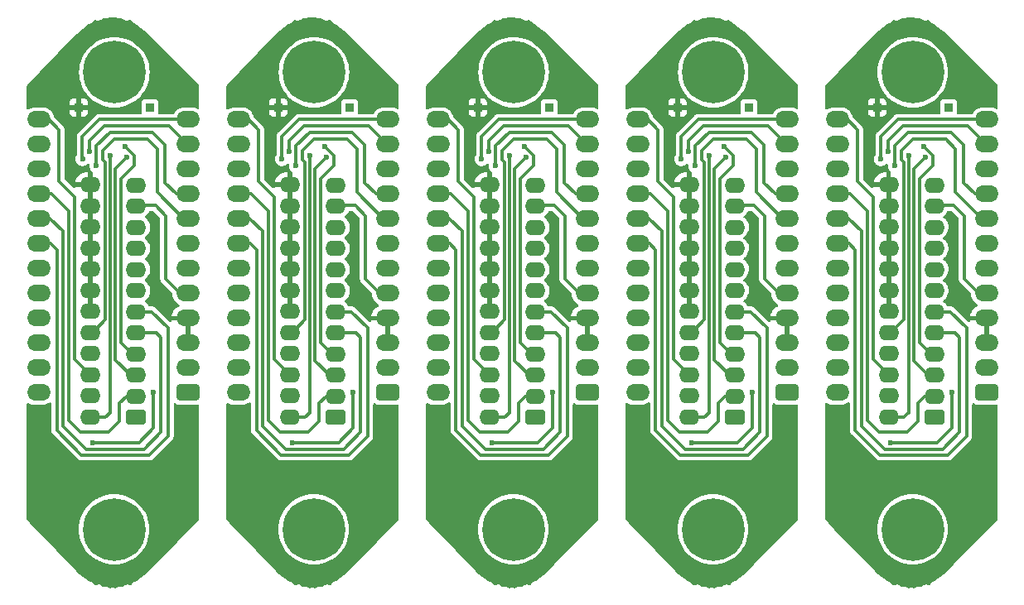
<source format=gbr>
%TF.GenerationSoftware,KiCad,Pcbnew,6.0.3-a3aad9c10e~116~ubuntu20.04.1*%
%TF.CreationDate,2022-03-20T14:38:18+01:00*%
%TF.ProjectId,5xPro_Micro_GPIB,35785072-6f5f-44d6-9963-726f5f475049,rev?*%
%TF.SameCoordinates,Original*%
%TF.FileFunction,Copper,L2,Bot*%
%TF.FilePolarity,Positive*%
%FSLAX46Y46*%
G04 Gerber Fmt 4.6, Leading zero omitted, Abs format (unit mm)*
G04 Created by KiCad (PCBNEW 6.0.3-a3aad9c10e~116~ubuntu20.04.1) date 2022-03-20 14:38:18*
%MOMM*%
%LPD*%
G01*
G04 APERTURE LIST*
G04 Aperture macros list*
%AMRoundRect*
0 Rectangle with rounded corners*
0 $1 Rounding radius*
0 $2 $3 $4 $5 $6 $7 $8 $9 X,Y pos of 4 corners*
0 Add a 4 corners polygon primitive as box body*
4,1,4,$2,$3,$4,$5,$6,$7,$8,$9,$2,$3,0*
0 Add four circle primitives for the rounded corners*
1,1,$1+$1,$2,$3*
1,1,$1+$1,$4,$5*
1,1,$1+$1,$6,$7*
1,1,$1+$1,$8,$9*
0 Add four rect primitives between the rounded corners*
20,1,$1+$1,$2,$3,$4,$5,0*
20,1,$1+$1,$4,$5,$6,$7,0*
20,1,$1+$1,$6,$7,$8,$9,0*
20,1,$1+$1,$8,$9,$2,$3,0*%
G04 Aperture macros list end*
%TA.AperFunction,ComponentPad*%
%ADD10R,0.900000X0.900000*%
%TD*%
%TA.AperFunction,ComponentPad*%
%ADD11C,0.800000*%
%TD*%
%TA.AperFunction,ComponentPad*%
%ADD12C,6.400000*%
%TD*%
%TA.AperFunction,ComponentPad*%
%ADD13RoundRect,0.400000X0.650000X-0.400000X0.650000X0.400000X-0.650000X0.400000X-0.650000X-0.400000X0*%
%TD*%
%TA.AperFunction,ComponentPad*%
%ADD14O,2.100000X1.600000*%
%TD*%
%TA.AperFunction,ComponentPad*%
%ADD15RoundRect,0.425000X0.775000X-0.425000X0.775000X0.425000X-0.775000X0.425000X-0.775000X-0.425000X0*%
%TD*%
%TA.AperFunction,ComponentPad*%
%ADD16O,2.400000X1.700000*%
%TD*%
%TA.AperFunction,ViaPad*%
%ADD17C,0.600000*%
%TD*%
%TA.AperFunction,ViaPad*%
%ADD18C,0.800000*%
%TD*%
%TA.AperFunction,Conductor*%
%ADD19C,0.300000*%
%TD*%
%TA.AperFunction,Conductor*%
%ADD20C,0.400000*%
%TD*%
%TA.AperFunction,Conductor*%
%ADD21C,0.500000*%
%TD*%
G04 APERTURE END LIST*
D10*
%TO.P,J8,1,Pin_1*%
%TO.N,GND*%
X132340000Y-76000000D03*
%TD*%
%TO.P,J12,1,Pin_1*%
%TO.N,SHIELD*%
X160040000Y-75980000D03*
%TD*%
D11*
%TO.P,REF\u002A\u002A6,1*%
%TO.N,N/C*%
X153984000Y-72392000D03*
X158081056Y-70694944D03*
D12*
%TO.N,SHIELD*%
X156384000Y-72392000D03*
D11*
%TO.N,N/C*%
X154686944Y-70694944D03*
X156384000Y-69992000D03*
X156384000Y-74792000D03*
X158081056Y-74089056D03*
X154686944Y-74089056D03*
X158784000Y-72392000D03*
%TD*%
D13*
%TO.P,J10,1,Pin_1*%
%TO.N,GPIB 1 - DIO1*%
X158583045Y-107690268D03*
D14*
%TO.P,J10,2,Pin_2*%
%TO.N,GPIB 2 - DIO2*%
X158583045Y-105531268D03*
%TO.P,J10,3,Pin_3*%
%TO.N,GPIB 3 - DIO3*%
X158583045Y-103372268D03*
%TO.P,J10,4,Pin_4*%
%TO.N,GPIB 4 - DIO4*%
X158583045Y-101213268D03*
%TO.P,J10,5,Pin_5*%
%TO.N,GPIB 5 - EOI*%
X158583045Y-99054268D03*
%TO.P,J10,6,Pin_6*%
%TO.N,GPIB 6 - DAV*%
X158583045Y-96895268D03*
%TO.P,J10,7,Pin_7*%
%TO.N,GPIB 7-NRFD*%
X158583045Y-94736268D03*
%TO.P,J10,8,Pin_8*%
%TO.N,GPIB 8 - NDAC*%
X158583045Y-92577268D03*
%TO.P,J10,9,Pin_9*%
%TO.N,GPIB 9 - IFC*%
X158583045Y-90418268D03*
%TO.P,J10,10,Pin_10*%
%TO.N,GPIB 10 - SRQ*%
X158583045Y-88259268D03*
%TO.P,J10,11,Pin_11*%
%TO.N,GPIB 11 - ATN*%
X158583045Y-86100268D03*
%TO.P,J10,12,Pin_12*%
%TO.N,SHIELD*%
X158583045Y-83941268D03*
%TO.P,J10,13,Pin_13*%
%TO.N,GPIB 13 -DIO5*%
X153903045Y-107665768D03*
%TO.P,J10,14,Pin_14*%
%TO.N,GPIB 14 - DIO6*%
X153903045Y-105506768D03*
%TO.P,J10,15,Pin_15*%
%TO.N,GPIB 15 - DIO7*%
X153903045Y-103347768D03*
%TO.P,J10,16,Pin_16*%
%TO.N,GPIB 16 - DIO8*%
X153903045Y-101188768D03*
%TO.P,J10,17,Pin_17*%
%TO.N,GPIB 17 - REN*%
X153903045Y-99029768D03*
%TO.P,J10,18,Pin_18*%
%TO.N,GND*%
X153903045Y-96870768D03*
%TO.P,J10,19,Pin_19*%
X153903045Y-94711768D03*
%TO.P,J10,20,Pin_20*%
X153903045Y-92552768D03*
%TO.P,J10,21,Pin_21*%
X153903045Y-90393768D03*
%TO.P,J10,22,Pin_22*%
X153903045Y-88234768D03*
%TO.P,J10,23,Pin_23*%
X153903045Y-86075768D03*
%TO.P,J10,24,Pin_24*%
X153903045Y-83916768D03*
%TD*%
D10*
%TO.P,J9,1,Pin_1*%
%TO.N,SHIELD*%
X139640000Y-75980000D03*
%TD*%
D15*
%TO.P,U2,1,D1/TX*%
%TO.N,unconnected-(U1-Pad1)*%
X123103045Y-105181268D03*
D16*
%TO.P,U2,2,D0/RX*%
%TO.N,unconnected-(U1-Pad2)*%
X123103045Y-102641268D03*
%TO.P,U2,3,GND*%
%TO.N,GND*%
X123103045Y-100101268D03*
%TO.P,U2,4,GND*%
X123103045Y-97561268D03*
%TO.P,U2,5,D2*%
%TO.N,GPIB 11 - ATN*%
X123103045Y-95021268D03*
%TO.P,U2,6,D3*%
%TO.N,GPIB 1 - DIO1*%
X123103045Y-92481268D03*
%TO.P,U2,7,D4/A6*%
%TO.N,GPIB 9 - IFC*%
X123103045Y-89941268D03*
%TO.P,U2,8,D5*%
%TO.N,GPIB 17 - REN*%
X123103045Y-87401268D03*
%TO.P,U2,9,D6/A7*%
%TO.N,GPIB 16 - DIO8*%
X123103045Y-84861268D03*
%TO.P,U2,10,D7*%
%TO.N,GPIB 10 - SRQ*%
X123103045Y-82321268D03*
%TO.P,U2,11,D8/A8*%
%TO.N,GPIB 13 -DIO5*%
X123103045Y-79781268D03*
%TO.P,U2,12,D9/A9*%
%TO.N,GPIB 14 - DIO6*%
X123103045Y-77241268D03*
%TO.P,U2,13,D10/A10*%
%TO.N,GPIB 15 - DIO7*%
X107863045Y-77241268D03*
%TO.P,U2,14,D16*%
%TO.N,GPIB 3 - DIO3*%
X107863045Y-79781268D03*
%TO.P,U2,15,D14*%
%TO.N,GPIB 4 - DIO4*%
X107863045Y-82321268D03*
%TO.P,U2,16,D15*%
%TO.N,GPIB 2 - DIO2*%
X107863045Y-84861268D03*
%TO.P,U2,17,D18/A0*%
%TO.N,GPIB 5 - EOI*%
X107863045Y-87401268D03*
%TO.P,U2,18,D19/A1*%
%TO.N,GPIB 6 - DAV*%
X107863045Y-89941268D03*
%TO.P,U2,19,D20/A2*%
%TO.N,GPIB 7-NRFD*%
X107863045Y-92481268D03*
%TO.P,U2,20,D21/A3*%
%TO.N,GPIB 8 - NDAC*%
X107863045Y-95021268D03*
%TO.P,U2,21,VCC*%
%TO.N,unconnected-(U1-Pad21)*%
X107863045Y-97561268D03*
%TO.P,U2,22,RST*%
%TO.N,unconnected-(U1-Pad22)*%
X107863045Y-100101268D03*
%TO.P,U2,23,GND*%
%TO.N,GND*%
X107863045Y-102641268D03*
%TO.P,U2,24,RAW*%
%TO.N,unconnected-(U1-Pad24)*%
X107863045Y-105181268D03*
%TD*%
D12*
%TO.P,REF\u002A\u002A8,1*%
%TO.N,SHIELD*%
X176784000Y-72392000D03*
D11*
%TO.N,N/C*%
X175086944Y-74089056D03*
X175086944Y-70694944D03*
X176784000Y-69992000D03*
X179184000Y-72392000D03*
X176784000Y-74792000D03*
X174384000Y-72392000D03*
X178481056Y-74089056D03*
X178481056Y-70694944D03*
%TD*%
D15*
%TO.P,U4,1,D1/TX*%
%TO.N,unconnected-(U1-Pad1)*%
X163903045Y-105181268D03*
D16*
%TO.P,U4,2,D0/RX*%
%TO.N,unconnected-(U1-Pad2)*%
X163903045Y-102641268D03*
%TO.P,U4,3,GND*%
%TO.N,GND*%
X163903045Y-100101268D03*
%TO.P,U4,4,GND*%
X163903045Y-97561268D03*
%TO.P,U4,5,D2*%
%TO.N,GPIB 11 - ATN*%
X163903045Y-95021268D03*
%TO.P,U4,6,D3*%
%TO.N,GPIB 1 - DIO1*%
X163903045Y-92481268D03*
%TO.P,U4,7,D4/A6*%
%TO.N,GPIB 9 - IFC*%
X163903045Y-89941268D03*
%TO.P,U4,8,D5*%
%TO.N,GPIB 17 - REN*%
X163903045Y-87401268D03*
%TO.P,U4,9,D6/A7*%
%TO.N,GPIB 16 - DIO8*%
X163903045Y-84861268D03*
%TO.P,U4,10,D7*%
%TO.N,GPIB 10 - SRQ*%
X163903045Y-82321268D03*
%TO.P,U4,11,D8/A8*%
%TO.N,GPIB 13 -DIO5*%
X163903045Y-79781268D03*
%TO.P,U4,12,D9/A9*%
%TO.N,GPIB 14 - DIO6*%
X163903045Y-77241268D03*
%TO.P,U4,13,D10/A10*%
%TO.N,GPIB 15 - DIO7*%
X148663045Y-77241268D03*
%TO.P,U4,14,D16*%
%TO.N,GPIB 3 - DIO3*%
X148663045Y-79781268D03*
%TO.P,U4,15,D14*%
%TO.N,GPIB 4 - DIO4*%
X148663045Y-82321268D03*
%TO.P,U4,16,D15*%
%TO.N,GPIB 2 - DIO2*%
X148663045Y-84861268D03*
%TO.P,U4,17,D18/A0*%
%TO.N,GPIB 5 - EOI*%
X148663045Y-87401268D03*
%TO.P,U4,18,D19/A1*%
%TO.N,GPIB 6 - DAV*%
X148663045Y-89941268D03*
%TO.P,U4,19,D20/A2*%
%TO.N,GPIB 7-NRFD*%
X148663045Y-92481268D03*
%TO.P,U4,20,D21/A3*%
%TO.N,GPIB 8 - NDAC*%
X148663045Y-95021268D03*
%TO.P,U4,21,VCC*%
%TO.N,unconnected-(U1-Pad21)*%
X148663045Y-97561268D03*
%TO.P,U4,22,RST*%
%TO.N,unconnected-(U1-Pad22)*%
X148663045Y-100101268D03*
%TO.P,U4,23,GND*%
%TO.N,GND*%
X148663045Y-102641268D03*
%TO.P,U4,24,RAW*%
%TO.N,unconnected-(U1-Pad24)*%
X148663045Y-105181268D03*
%TD*%
D11*
%TO.P,REF\u002A\u002A7,1*%
%TO.N,N/C*%
X178461056Y-120849056D03*
X174364000Y-119152000D03*
X178461056Y-117454944D03*
X175066944Y-120849056D03*
X179164000Y-119152000D03*
X176764000Y-121552000D03*
X175066944Y-117454944D03*
X176764000Y-116752000D03*
D12*
%TO.N,SHIELD*%
X176764000Y-119152000D03*
%TD*%
D10*
%TO.P,J14,1,Pin_1*%
%TO.N,GND*%
X173140000Y-76000000D03*
%TD*%
%TO.P,J2,1,Pin_1*%
%TO.N,GND*%
X91540000Y-76000000D03*
%TD*%
D13*
%TO.P,J7,1,Pin_1*%
%TO.N,GPIB 1 - DIO1*%
X138183045Y-107690268D03*
D14*
%TO.P,J7,2,Pin_2*%
%TO.N,GPIB 2 - DIO2*%
X138183045Y-105531268D03*
%TO.P,J7,3,Pin_3*%
%TO.N,GPIB 3 - DIO3*%
X138183045Y-103372268D03*
%TO.P,J7,4,Pin_4*%
%TO.N,GPIB 4 - DIO4*%
X138183045Y-101213268D03*
%TO.P,J7,5,Pin_5*%
%TO.N,GPIB 5 - EOI*%
X138183045Y-99054268D03*
%TO.P,J7,6,Pin_6*%
%TO.N,GPIB 6 - DAV*%
X138183045Y-96895268D03*
%TO.P,J7,7,Pin_7*%
%TO.N,GPIB 7-NRFD*%
X138183045Y-94736268D03*
%TO.P,J7,8,Pin_8*%
%TO.N,GPIB 8 - NDAC*%
X138183045Y-92577268D03*
%TO.P,J7,9,Pin_9*%
%TO.N,GPIB 9 - IFC*%
X138183045Y-90418268D03*
%TO.P,J7,10,Pin_10*%
%TO.N,GPIB 10 - SRQ*%
X138183045Y-88259268D03*
%TO.P,J7,11,Pin_11*%
%TO.N,GPIB 11 - ATN*%
X138183045Y-86100268D03*
%TO.P,J7,12,Pin_12*%
%TO.N,SHIELD*%
X138183045Y-83941268D03*
%TO.P,J7,13,Pin_13*%
%TO.N,GPIB 13 -DIO5*%
X133503045Y-107665768D03*
%TO.P,J7,14,Pin_14*%
%TO.N,GPIB 14 - DIO6*%
X133503045Y-105506768D03*
%TO.P,J7,15,Pin_15*%
%TO.N,GPIB 15 - DIO7*%
X133503045Y-103347768D03*
%TO.P,J7,16,Pin_16*%
%TO.N,GPIB 16 - DIO8*%
X133503045Y-101188768D03*
%TO.P,J7,17,Pin_17*%
%TO.N,GPIB 17 - REN*%
X133503045Y-99029768D03*
%TO.P,J7,18,Pin_18*%
%TO.N,GND*%
X133503045Y-96870768D03*
%TO.P,J7,19,Pin_19*%
X133503045Y-94711768D03*
%TO.P,J7,20,Pin_20*%
X133503045Y-92552768D03*
%TO.P,J7,21,Pin_21*%
X133503045Y-90393768D03*
%TO.P,J7,22,Pin_22*%
X133503045Y-88234768D03*
%TO.P,J7,23,Pin_23*%
X133503045Y-86075768D03*
%TO.P,J7,24,Pin_24*%
X133503045Y-83916768D03*
%TD*%
D10*
%TO.P,J5,1,Pin_1*%
%TO.N,GND*%
X111940000Y-76000000D03*
%TD*%
D11*
%TO.P,REF\u002A\u002A1,1*%
%TO.N,N/C*%
X115564000Y-121552000D03*
X115564000Y-116752000D03*
D12*
%TO.N,SHIELD*%
X115564000Y-119152000D03*
D11*
%TO.N,N/C*%
X117261056Y-120849056D03*
X113164000Y-119152000D03*
X117964000Y-119152000D03*
X117261056Y-117454944D03*
X113866944Y-120849056D03*
X113866944Y-117454944D03*
%TD*%
D15*
%TO.P,U3,1,D1/TX*%
%TO.N,unconnected-(U1-Pad1)*%
X143503045Y-105181268D03*
D16*
%TO.P,U3,2,D0/RX*%
%TO.N,unconnected-(U1-Pad2)*%
X143503045Y-102641268D03*
%TO.P,U3,3,GND*%
%TO.N,GND*%
X143503045Y-100101268D03*
%TO.P,U3,4,GND*%
X143503045Y-97561268D03*
%TO.P,U3,5,D2*%
%TO.N,GPIB 11 - ATN*%
X143503045Y-95021268D03*
%TO.P,U3,6,D3*%
%TO.N,GPIB 1 - DIO1*%
X143503045Y-92481268D03*
%TO.P,U3,7,D4/A6*%
%TO.N,GPIB 9 - IFC*%
X143503045Y-89941268D03*
%TO.P,U3,8,D5*%
%TO.N,GPIB 17 - REN*%
X143503045Y-87401268D03*
%TO.P,U3,9,D6/A7*%
%TO.N,GPIB 16 - DIO8*%
X143503045Y-84861268D03*
%TO.P,U3,10,D7*%
%TO.N,GPIB 10 - SRQ*%
X143503045Y-82321268D03*
%TO.P,U3,11,D8/A8*%
%TO.N,GPIB 13 -DIO5*%
X143503045Y-79781268D03*
%TO.P,U3,12,D9/A9*%
%TO.N,GPIB 14 - DIO6*%
X143503045Y-77241268D03*
%TO.P,U3,13,D10/A10*%
%TO.N,GPIB 15 - DIO7*%
X128263045Y-77241268D03*
%TO.P,U3,14,D16*%
%TO.N,GPIB 3 - DIO3*%
X128263045Y-79781268D03*
%TO.P,U3,15,D14*%
%TO.N,GPIB 4 - DIO4*%
X128263045Y-82321268D03*
%TO.P,U3,16,D15*%
%TO.N,GPIB 2 - DIO2*%
X128263045Y-84861268D03*
%TO.P,U3,17,D18/A0*%
%TO.N,GPIB 5 - EOI*%
X128263045Y-87401268D03*
%TO.P,U3,18,D19/A1*%
%TO.N,GPIB 6 - DAV*%
X128263045Y-89941268D03*
%TO.P,U3,19,D20/A2*%
%TO.N,GPIB 7-NRFD*%
X128263045Y-92481268D03*
%TO.P,U3,20,D21/A3*%
%TO.N,GPIB 8 - NDAC*%
X128263045Y-95021268D03*
%TO.P,U3,21,VCC*%
%TO.N,unconnected-(U1-Pad21)*%
X128263045Y-97561268D03*
%TO.P,U3,22,RST*%
%TO.N,unconnected-(U1-Pad22)*%
X128263045Y-100101268D03*
%TO.P,U3,23,GND*%
%TO.N,GND*%
X128263045Y-102641268D03*
%TO.P,U3,24,RAW*%
%TO.N,unconnected-(U1-Pad24)*%
X128263045Y-105181268D03*
%TD*%
D11*
%TO.P,REF\u002A\u002A4,1*%
%TO.N,N/C*%
X134286944Y-70694944D03*
D12*
%TO.N,SHIELD*%
X135984000Y-72392000D03*
D11*
%TO.N,N/C*%
X137681056Y-70694944D03*
X135984000Y-74792000D03*
X137681056Y-74089056D03*
X133584000Y-72392000D03*
X134286944Y-74089056D03*
X138384000Y-72392000D03*
X135984000Y-69992000D03*
%TD*%
D13*
%TO.P,J1,1,Pin_1*%
%TO.N,GPIB 1 - DIO1*%
X97383045Y-107690268D03*
D14*
%TO.P,J1,2,Pin_2*%
%TO.N,GPIB 2 - DIO2*%
X97383045Y-105531268D03*
%TO.P,J1,3,Pin_3*%
%TO.N,GPIB 3 - DIO3*%
X97383045Y-103372268D03*
%TO.P,J1,4,Pin_4*%
%TO.N,GPIB 4 - DIO4*%
X97383045Y-101213268D03*
%TO.P,J1,5,Pin_5*%
%TO.N,GPIB 5 - EOI*%
X97383045Y-99054268D03*
%TO.P,J1,6,Pin_6*%
%TO.N,GPIB 6 - DAV*%
X97383045Y-96895268D03*
%TO.P,J1,7,Pin_7*%
%TO.N,GPIB 7-NRFD*%
X97383045Y-94736268D03*
%TO.P,J1,8,Pin_8*%
%TO.N,GPIB 8 - NDAC*%
X97383045Y-92577268D03*
%TO.P,J1,9,Pin_9*%
%TO.N,GPIB 9 - IFC*%
X97383045Y-90418268D03*
%TO.P,J1,10,Pin_10*%
%TO.N,GPIB 10 - SRQ*%
X97383045Y-88259268D03*
%TO.P,J1,11,Pin_11*%
%TO.N,GPIB 11 - ATN*%
X97383045Y-86100268D03*
%TO.P,J1,12,Pin_12*%
%TO.N,SHIELD*%
X97383045Y-83941268D03*
%TO.P,J1,13,Pin_13*%
%TO.N,GPIB 13 -DIO5*%
X92703045Y-107665768D03*
%TO.P,J1,14,Pin_14*%
%TO.N,GPIB 14 - DIO6*%
X92703045Y-105506768D03*
%TO.P,J1,15,Pin_15*%
%TO.N,GPIB 15 - DIO7*%
X92703045Y-103347768D03*
%TO.P,J1,16,Pin_16*%
%TO.N,GPIB 16 - DIO8*%
X92703045Y-101188768D03*
%TO.P,J1,17,Pin_17*%
%TO.N,GPIB 17 - REN*%
X92703045Y-99029768D03*
%TO.P,J1,18,Pin_18*%
%TO.N,GND*%
X92703045Y-96870768D03*
%TO.P,J1,19,Pin_19*%
X92703045Y-94711768D03*
%TO.P,J1,20,Pin_20*%
X92703045Y-92552768D03*
%TO.P,J1,21,Pin_21*%
X92703045Y-90393768D03*
%TO.P,J1,22,Pin_22*%
X92703045Y-88234768D03*
%TO.P,J1,23,Pin_23*%
X92703045Y-86075768D03*
%TO.P,J1,24,Pin_24*%
X92703045Y-83916768D03*
%TD*%
D15*
%TO.P,U1,1,D1/TX*%
%TO.N,unconnected-(U1-Pad1)*%
X102703045Y-105181268D03*
D16*
%TO.P,U1,2,D0/RX*%
%TO.N,unconnected-(U1-Pad2)*%
X102703045Y-102641268D03*
%TO.P,U1,3,GND*%
%TO.N,GND*%
X102703045Y-100101268D03*
%TO.P,U1,4,GND*%
X102703045Y-97561268D03*
%TO.P,U1,5,D2*%
%TO.N,GPIB 11 - ATN*%
X102703045Y-95021268D03*
%TO.P,U1,6,D3*%
%TO.N,GPIB 1 - DIO1*%
X102703045Y-92481268D03*
%TO.P,U1,7,D4/A6*%
%TO.N,GPIB 9 - IFC*%
X102703045Y-89941268D03*
%TO.P,U1,8,D5*%
%TO.N,GPIB 17 - REN*%
X102703045Y-87401268D03*
%TO.P,U1,9,D6/A7*%
%TO.N,GPIB 16 - DIO8*%
X102703045Y-84861268D03*
%TO.P,U1,10,D7*%
%TO.N,GPIB 10 - SRQ*%
X102703045Y-82321268D03*
%TO.P,U1,11,D8/A8*%
%TO.N,GPIB 13 -DIO5*%
X102703045Y-79781268D03*
%TO.P,U1,12,D9/A9*%
%TO.N,GPIB 14 - DIO6*%
X102703045Y-77241268D03*
%TO.P,U1,13,D10/A10*%
%TO.N,GPIB 15 - DIO7*%
X87463045Y-77241268D03*
%TO.P,U1,14,D16*%
%TO.N,GPIB 3 - DIO3*%
X87463045Y-79781268D03*
%TO.P,U1,15,D14*%
%TO.N,GPIB 4 - DIO4*%
X87463045Y-82321268D03*
%TO.P,U1,16,D15*%
%TO.N,GPIB 2 - DIO2*%
X87463045Y-84861268D03*
%TO.P,U1,17,D18/A0*%
%TO.N,GPIB 5 - EOI*%
X87463045Y-87401268D03*
%TO.P,U1,18,D19/A1*%
%TO.N,GPIB 6 - DAV*%
X87463045Y-89941268D03*
%TO.P,U1,19,D20/A2*%
%TO.N,GPIB 7-NRFD*%
X87463045Y-92481268D03*
%TO.P,U1,20,D21/A3*%
%TO.N,GPIB 8 - NDAC*%
X87463045Y-95021268D03*
%TO.P,U1,21,VCC*%
%TO.N,unconnected-(U1-Pad21)*%
X87463045Y-97561268D03*
%TO.P,U1,22,RST*%
%TO.N,unconnected-(U1-Pad22)*%
X87463045Y-100101268D03*
%TO.P,U1,23,GND*%
%TO.N,GND*%
X87463045Y-102641268D03*
%TO.P,U1,24,RAW*%
%TO.N,unconnected-(U1-Pad24)*%
X87463045Y-105181268D03*
%TD*%
D10*
%TO.P,J3,1,Pin_1*%
%TO.N,SHIELD*%
X98840000Y-75980000D03*
%TD*%
D11*
%TO.P,REF\u002A\u002A,1*%
%TO.N,N/C*%
X96881056Y-70694944D03*
X93486944Y-70694944D03*
X97584000Y-72392000D03*
X95184000Y-69992000D03*
X93486944Y-74089056D03*
D12*
%TO.N,SHIELD*%
X95184000Y-72392000D03*
D11*
%TO.N,N/C*%
X96881056Y-74089056D03*
X92784000Y-72392000D03*
X95184000Y-74792000D03*
%TD*%
D12*
%TO.P,REF\u002A\u002A,1*%
%TO.N,SHIELD*%
X95164000Y-119152000D03*
D11*
%TO.N,N/C*%
X92764000Y-119152000D03*
X93466944Y-120849056D03*
X95164000Y-116752000D03*
X97564000Y-119152000D03*
X95164000Y-121552000D03*
X96861056Y-117454944D03*
X93466944Y-117454944D03*
X96861056Y-120849056D03*
%TD*%
D10*
%TO.P,J6,1,Pin_1*%
%TO.N,SHIELD*%
X119240000Y-75980000D03*
%TD*%
D11*
%TO.P,REF\u002A\u002A2,1*%
%TO.N,N/C*%
X117281056Y-70694944D03*
X117281056Y-74089056D03*
D12*
%TO.N,SHIELD*%
X115584000Y-72392000D03*
D11*
%TO.N,N/C*%
X117984000Y-72392000D03*
X113886944Y-70694944D03*
X115584000Y-69992000D03*
X113184000Y-72392000D03*
X115584000Y-74792000D03*
X113886944Y-74089056D03*
%TD*%
D15*
%TO.P,U5,1,D1/TX*%
%TO.N,unconnected-(U1-Pad1)*%
X184303045Y-105181268D03*
D16*
%TO.P,U5,2,D0/RX*%
%TO.N,unconnected-(U1-Pad2)*%
X184303045Y-102641268D03*
%TO.P,U5,3,GND*%
%TO.N,GND*%
X184303045Y-100101268D03*
%TO.P,U5,4,GND*%
X184303045Y-97561268D03*
%TO.P,U5,5,D2*%
%TO.N,GPIB 11 - ATN*%
X184303045Y-95021268D03*
%TO.P,U5,6,D3*%
%TO.N,GPIB 1 - DIO1*%
X184303045Y-92481268D03*
%TO.P,U5,7,D4/A6*%
%TO.N,GPIB 9 - IFC*%
X184303045Y-89941268D03*
%TO.P,U5,8,D5*%
%TO.N,GPIB 17 - REN*%
X184303045Y-87401268D03*
%TO.P,U5,9,D6/A7*%
%TO.N,GPIB 16 - DIO8*%
X184303045Y-84861268D03*
%TO.P,U5,10,D7*%
%TO.N,GPIB 10 - SRQ*%
X184303045Y-82321268D03*
%TO.P,U5,11,D8/A8*%
%TO.N,GPIB 13 -DIO5*%
X184303045Y-79781268D03*
%TO.P,U5,12,D9/A9*%
%TO.N,GPIB 14 - DIO6*%
X184303045Y-77241268D03*
%TO.P,U5,13,D10/A10*%
%TO.N,GPIB 15 - DIO7*%
X169063045Y-77241268D03*
%TO.P,U5,14,D16*%
%TO.N,GPIB 3 - DIO3*%
X169063045Y-79781268D03*
%TO.P,U5,15,D14*%
%TO.N,GPIB 4 - DIO4*%
X169063045Y-82321268D03*
%TO.P,U5,16,D15*%
%TO.N,GPIB 2 - DIO2*%
X169063045Y-84861268D03*
%TO.P,U5,17,D18/A0*%
%TO.N,GPIB 5 - EOI*%
X169063045Y-87401268D03*
%TO.P,U5,18,D19/A1*%
%TO.N,GPIB 6 - DAV*%
X169063045Y-89941268D03*
%TO.P,U5,19,D20/A2*%
%TO.N,GPIB 7-NRFD*%
X169063045Y-92481268D03*
%TO.P,U5,20,D21/A3*%
%TO.N,GPIB 8 - NDAC*%
X169063045Y-95021268D03*
%TO.P,U5,21,VCC*%
%TO.N,unconnected-(U1-Pad21)*%
X169063045Y-97561268D03*
%TO.P,U5,22,RST*%
%TO.N,unconnected-(U1-Pad22)*%
X169063045Y-100101268D03*
%TO.P,U5,23,GND*%
%TO.N,GND*%
X169063045Y-102641268D03*
%TO.P,U5,24,RAW*%
%TO.N,unconnected-(U1-Pad24)*%
X169063045Y-105181268D03*
%TD*%
D11*
%TO.P,REF\u002A\u002A3,1*%
%TO.N,N/C*%
X137661056Y-117454944D03*
X133564000Y-119152000D03*
X134266944Y-120849056D03*
X135964000Y-121552000D03*
D12*
%TO.N,SHIELD*%
X135964000Y-119152000D03*
D11*
%TO.N,N/C*%
X138364000Y-119152000D03*
X135964000Y-116752000D03*
X137661056Y-120849056D03*
X134266944Y-117454944D03*
%TD*%
%TO.P,REF\u002A\u002A5,1*%
%TO.N,N/C*%
X153964000Y-119152000D03*
X158764000Y-119152000D03*
D12*
%TO.N,SHIELD*%
X156364000Y-119152000D03*
D11*
%TO.N,N/C*%
X154666944Y-117454944D03*
X158061056Y-120849056D03*
X156364000Y-121552000D03*
X158061056Y-117454944D03*
X154666944Y-120849056D03*
X156364000Y-116752000D03*
%TD*%
D10*
%TO.P,J15,1,Pin_1*%
%TO.N,SHIELD*%
X180440000Y-75980000D03*
%TD*%
D13*
%TO.P,J4,1,Pin_1*%
%TO.N,GPIB 1 - DIO1*%
X117783045Y-107690268D03*
D14*
%TO.P,J4,2,Pin_2*%
%TO.N,GPIB 2 - DIO2*%
X117783045Y-105531268D03*
%TO.P,J4,3,Pin_3*%
%TO.N,GPIB 3 - DIO3*%
X117783045Y-103372268D03*
%TO.P,J4,4,Pin_4*%
%TO.N,GPIB 4 - DIO4*%
X117783045Y-101213268D03*
%TO.P,J4,5,Pin_5*%
%TO.N,GPIB 5 - EOI*%
X117783045Y-99054268D03*
%TO.P,J4,6,Pin_6*%
%TO.N,GPIB 6 - DAV*%
X117783045Y-96895268D03*
%TO.P,J4,7,Pin_7*%
%TO.N,GPIB 7-NRFD*%
X117783045Y-94736268D03*
%TO.P,J4,8,Pin_8*%
%TO.N,GPIB 8 - NDAC*%
X117783045Y-92577268D03*
%TO.P,J4,9,Pin_9*%
%TO.N,GPIB 9 - IFC*%
X117783045Y-90418268D03*
%TO.P,J4,10,Pin_10*%
%TO.N,GPIB 10 - SRQ*%
X117783045Y-88259268D03*
%TO.P,J4,11,Pin_11*%
%TO.N,GPIB 11 - ATN*%
X117783045Y-86100268D03*
%TO.P,J4,12,Pin_12*%
%TO.N,SHIELD*%
X117783045Y-83941268D03*
%TO.P,J4,13,Pin_13*%
%TO.N,GPIB 13 -DIO5*%
X113103045Y-107665768D03*
%TO.P,J4,14,Pin_14*%
%TO.N,GPIB 14 - DIO6*%
X113103045Y-105506768D03*
%TO.P,J4,15,Pin_15*%
%TO.N,GPIB 15 - DIO7*%
X113103045Y-103347768D03*
%TO.P,J4,16,Pin_16*%
%TO.N,GPIB 16 - DIO8*%
X113103045Y-101188768D03*
%TO.P,J4,17,Pin_17*%
%TO.N,GPIB 17 - REN*%
X113103045Y-99029768D03*
%TO.P,J4,18,Pin_18*%
%TO.N,GND*%
X113103045Y-96870768D03*
%TO.P,J4,19,Pin_19*%
X113103045Y-94711768D03*
%TO.P,J4,20,Pin_20*%
X113103045Y-92552768D03*
%TO.P,J4,21,Pin_21*%
X113103045Y-90393768D03*
%TO.P,J4,22,Pin_22*%
X113103045Y-88234768D03*
%TO.P,J4,23,Pin_23*%
X113103045Y-86075768D03*
%TO.P,J4,24,Pin_24*%
X113103045Y-83916768D03*
%TD*%
D10*
%TO.P,J11,1,Pin_1*%
%TO.N,GND*%
X152740000Y-76000000D03*
%TD*%
D13*
%TO.P,J13,1,Pin_1*%
%TO.N,GPIB 1 - DIO1*%
X178983045Y-107690268D03*
D14*
%TO.P,J13,2,Pin_2*%
%TO.N,GPIB 2 - DIO2*%
X178983045Y-105531268D03*
%TO.P,J13,3,Pin_3*%
%TO.N,GPIB 3 - DIO3*%
X178983045Y-103372268D03*
%TO.P,J13,4,Pin_4*%
%TO.N,GPIB 4 - DIO4*%
X178983045Y-101213268D03*
%TO.P,J13,5,Pin_5*%
%TO.N,GPIB 5 - EOI*%
X178983045Y-99054268D03*
%TO.P,J13,6,Pin_6*%
%TO.N,GPIB 6 - DAV*%
X178983045Y-96895268D03*
%TO.P,J13,7,Pin_7*%
%TO.N,GPIB 7-NRFD*%
X178983045Y-94736268D03*
%TO.P,J13,8,Pin_8*%
%TO.N,GPIB 8 - NDAC*%
X178983045Y-92577268D03*
%TO.P,J13,9,Pin_9*%
%TO.N,GPIB 9 - IFC*%
X178983045Y-90418268D03*
%TO.P,J13,10,Pin_10*%
%TO.N,GPIB 10 - SRQ*%
X178983045Y-88259268D03*
%TO.P,J13,11,Pin_11*%
%TO.N,GPIB 11 - ATN*%
X178983045Y-86100268D03*
%TO.P,J13,12,Pin_12*%
%TO.N,SHIELD*%
X178983045Y-83941268D03*
%TO.P,J13,13,Pin_13*%
%TO.N,GPIB 13 -DIO5*%
X174303045Y-107665768D03*
%TO.P,J13,14,Pin_14*%
%TO.N,GPIB 14 - DIO6*%
X174303045Y-105506768D03*
%TO.P,J13,15,Pin_15*%
%TO.N,GPIB 15 - DIO7*%
X174303045Y-103347768D03*
%TO.P,J13,16,Pin_16*%
%TO.N,GPIB 16 - DIO8*%
X174303045Y-101188768D03*
%TO.P,J13,17,Pin_17*%
%TO.N,GPIB 17 - REN*%
X174303045Y-99029768D03*
%TO.P,J13,18,Pin_18*%
%TO.N,GND*%
X174303045Y-96870768D03*
%TO.P,J13,19,Pin_19*%
X174303045Y-94711768D03*
%TO.P,J13,20,Pin_20*%
X174303045Y-92552768D03*
%TO.P,J13,21,Pin_21*%
X174303045Y-90393768D03*
%TO.P,J13,22,Pin_22*%
X174303045Y-88234768D03*
%TO.P,J13,23,Pin_23*%
X174303045Y-86075768D03*
%TO.P,J13,24,Pin_24*%
X174303045Y-83916768D03*
%TD*%
D17*
%TO.N,GPIB 3 - DIO3*%
X96455930Y-81125000D03*
X178055930Y-81125000D03*
X137255930Y-81125000D03*
X157655930Y-81125000D03*
X116855930Y-81125000D03*
%TO.N,GPIB 4 - DIO4*%
X137103295Y-80021018D03*
X177903295Y-80021018D03*
X157503295Y-80021018D03*
X116703295Y-80021018D03*
X96303295Y-80021018D03*
%TO.N,GPIB 8 - NDAC*%
X113355930Y-110292000D03*
X174555930Y-110292000D03*
X92955930Y-110292000D03*
X99163045Y-105100768D03*
X133755930Y-110292000D03*
X139963045Y-105100768D03*
X119563045Y-105100768D03*
X180763045Y-105100768D03*
X160363045Y-105100768D03*
X154155930Y-110292000D03*
%TO.N,GPIB 13 -DIO5*%
X113020000Y-80530000D03*
X115175930Y-80921011D03*
X174220000Y-80530000D03*
X176375930Y-80921011D03*
X94775930Y-80921011D03*
X135575930Y-80921011D03*
X92620000Y-80530000D03*
X153820000Y-80530000D03*
X155975930Y-80921011D03*
X133420000Y-80530000D03*
%TO.N,GPIB 14 - DIO6*%
X132722545Y-81291768D03*
X112322545Y-81291768D03*
X173522545Y-81291768D03*
X91922545Y-81291768D03*
X153122545Y-81291768D03*
%TO.N,GPIB 16 - DIO8*%
X154530000Y-81950000D03*
X93330000Y-81950000D03*
X174930000Y-81950000D03*
X113730000Y-81950000D03*
X134130000Y-81950000D03*
D18*
%TO.N,GND*%
X87465930Y-107092000D03*
X148665930Y-107092000D03*
X163935930Y-107082000D03*
X143535930Y-107082000D03*
X183785930Y-117562000D03*
X169655930Y-117712000D03*
X169065930Y-107092000D03*
X107865930Y-107092000D03*
X108455930Y-117712000D03*
X102735930Y-107082000D03*
X128855930Y-117712000D03*
X102185930Y-117562000D03*
X128265930Y-107092000D03*
X149255930Y-117712000D03*
X88055930Y-117712000D03*
X184335930Y-107082000D03*
X123135930Y-107082000D03*
X163385930Y-117562000D03*
X142985930Y-117562000D03*
X122585930Y-117562000D03*
%TD*%
D19*
%TO.N,GPIB 2 - DIO2*%
X94567162Y-109230768D02*
X91731045Y-109230768D01*
X95715930Y-106232000D02*
X95715930Y-108082000D01*
X138290435Y-105531268D02*
X137216662Y-105531268D01*
X91731045Y-109230768D02*
X90545930Y-108045653D01*
X114967162Y-109230768D02*
X112131045Y-109230768D01*
X176167162Y-109230768D02*
X173331045Y-109230768D01*
X97490435Y-105531268D02*
X96416662Y-105531268D01*
X110945930Y-86622000D02*
X109170698Y-84846768D01*
X172145930Y-108045653D02*
X172145930Y-86622000D01*
X155767162Y-109230768D02*
X152931045Y-109230768D01*
X96416662Y-105531268D02*
X95715930Y-106232000D01*
X95715930Y-108082000D02*
X94567162Y-109230768D01*
X156915930Y-108082000D02*
X155767162Y-109230768D01*
X137216662Y-105531268D02*
X136515930Y-106232000D01*
X129570698Y-84846768D02*
X128276545Y-84846768D01*
X109170698Y-84846768D02*
X107876545Y-84846768D01*
X170370698Y-84846768D02*
X169076545Y-84846768D01*
X152931045Y-109230768D02*
X151745930Y-108045653D01*
X177315930Y-106232000D02*
X177315930Y-108082000D01*
X116115930Y-106232000D02*
X116115930Y-108082000D01*
X158690435Y-105531268D02*
X157616662Y-105531268D01*
X116115930Y-108082000D02*
X114967162Y-109230768D01*
X136515930Y-106232000D02*
X136515930Y-108082000D01*
X177315930Y-108082000D02*
X176167162Y-109230768D01*
X132531045Y-109230768D02*
X131345930Y-108045653D01*
X116816662Y-105531268D02*
X116115930Y-106232000D01*
X117890435Y-105531268D02*
X116816662Y-105531268D01*
X110945930Y-108045653D02*
X110945930Y-86622000D01*
X172145930Y-86622000D02*
X170370698Y-84846768D01*
X151745930Y-86622000D02*
X149970698Y-84846768D01*
X136515930Y-108082000D02*
X135367162Y-109230768D01*
X179090435Y-105531268D02*
X178016662Y-105531268D01*
X178016662Y-105531268D02*
X177315930Y-106232000D01*
X131345930Y-108045653D02*
X131345930Y-86622000D01*
X135367162Y-109230768D02*
X132531045Y-109230768D01*
X90545930Y-108045653D02*
X90545930Y-86622000D01*
X90545930Y-86622000D02*
X88770698Y-84846768D01*
X156915930Y-106232000D02*
X156915930Y-108082000D01*
X149970698Y-84846768D02*
X148676545Y-84846768D01*
X131345930Y-86622000D02*
X129570698Y-84846768D01*
X151745930Y-108045653D02*
X151745930Y-86622000D01*
X112131045Y-109230768D02*
X110945930Y-108045653D01*
X88770698Y-84846768D02*
X87476545Y-84846768D01*
X173331045Y-109230768D02*
X172145930Y-108045653D01*
X157616662Y-105531268D02*
X156915930Y-106232000D01*
%TO.N,GPIB 3 - DIO3*%
X137519198Y-103325268D02*
X138182545Y-103325268D01*
X117783045Y-103372268D02*
X117192268Y-103372268D01*
X158052268Y-103372268D02*
X156505930Y-101825930D01*
X96872268Y-103372268D02*
X95305930Y-101805930D01*
X137592268Y-103372268D02*
X136105930Y-101885930D01*
X97383045Y-103372268D02*
X96872268Y-103372268D01*
X95305930Y-82275000D02*
X96455930Y-81125000D01*
X158583045Y-103372268D02*
X158052268Y-103372268D01*
X176910000Y-101910000D02*
X178325268Y-103325268D01*
X138183045Y-103372268D02*
X137592268Y-103372268D01*
X157919198Y-103325268D02*
X158582545Y-103325268D01*
X96719198Y-103325268D02*
X97382545Y-103325268D01*
X156505930Y-82275000D02*
X157655930Y-81125000D01*
X178325268Y-103325268D02*
X178982545Y-103325268D01*
X117192268Y-103372268D02*
X115705930Y-101885930D01*
X156505930Y-101825930D02*
X156505930Y-82275000D01*
X136105930Y-82275000D02*
X137255930Y-81125000D01*
X176905930Y-101872000D02*
X176905930Y-82275000D01*
X115705930Y-82275000D02*
X116855930Y-81125000D01*
X117119198Y-103325268D02*
X117782545Y-103325268D01*
X136105930Y-101885930D02*
X136105930Y-82275000D01*
X115705930Y-101885930D02*
X115705930Y-82275000D01*
X95305930Y-101805930D02*
X95305930Y-82275000D01*
X176910000Y-101880000D02*
X176910000Y-101910000D01*
X176905930Y-82275000D02*
X178055930Y-81125000D01*
%TO.N,GPIB 4 - DIO4*%
X136635930Y-83281883D02*
X136635930Y-100064153D01*
X177435930Y-83281883D02*
X177435930Y-100064153D01*
X117592045Y-81925768D02*
X116235930Y-83281883D01*
X116235930Y-100064153D02*
X117338045Y-101166268D01*
X96303295Y-80021018D02*
X97192045Y-80909768D01*
X95835930Y-100064153D02*
X96938045Y-101166268D01*
X117592045Y-80909768D02*
X117592045Y-81925768D01*
X158392045Y-80909768D02*
X158392045Y-81925768D01*
X97192045Y-81925768D02*
X95835930Y-83281883D01*
X177435930Y-100064153D02*
X178538045Y-101166268D01*
X178792045Y-81925768D02*
X177435930Y-83281883D01*
X157035930Y-83281883D02*
X157035930Y-100064153D01*
X137103295Y-80021018D02*
X137992045Y-80909768D01*
X136635930Y-100064153D02*
X137738045Y-101166268D01*
X117338045Y-101166268D02*
X117909545Y-101166268D01*
X177903045Y-80020768D02*
X177903295Y-80021018D01*
X96303045Y-80020768D02*
X96303295Y-80021018D01*
X158392045Y-81925768D02*
X157035930Y-83281883D01*
X137738045Y-101166268D02*
X138309545Y-101166268D01*
X157503295Y-80021018D02*
X158392045Y-80909768D01*
X177903295Y-80021018D02*
X178792045Y-80909768D01*
X137103045Y-80020768D02*
X137103295Y-80021018D01*
X95835930Y-83281883D02*
X95835930Y-100064153D01*
X178792045Y-80909768D02*
X178792045Y-81925768D01*
X137992045Y-81925768D02*
X136635930Y-83281883D01*
X116703045Y-80020768D02*
X116703295Y-80021018D01*
X96938045Y-101166268D02*
X97509545Y-101166268D01*
X97192045Y-80909768D02*
X97192045Y-81925768D01*
X137992045Y-80909768D02*
X137992045Y-81925768D01*
X178538045Y-101166268D02*
X179109545Y-101166268D01*
X157503045Y-80020768D02*
X157503295Y-80021018D01*
X157035930Y-100064153D02*
X158138045Y-101166268D01*
X116703295Y-80021018D02*
X117592045Y-80909768D01*
X116235930Y-83281883D02*
X116235930Y-100064153D01*
X158138045Y-101166268D02*
X158709545Y-101166268D01*
%TO.N,GPIB 5 - EOI*%
X97508345Y-99072178D02*
X99479455Y-99072178D01*
X118611812Y-110941501D02*
X112685431Y-110941501D01*
X170304198Y-87450268D02*
X169013045Y-87450268D01*
X140279455Y-99072178D02*
X140735930Y-99528653D01*
X140735930Y-99528653D02*
X140735930Y-109217383D01*
X153485431Y-110941501D02*
X151115930Y-108572000D01*
X120335930Y-99528653D02*
X120335930Y-109217383D01*
X89915930Y-108572000D02*
X89915930Y-88662000D01*
X171515930Y-108572000D02*
X171515930Y-88662000D01*
X161135930Y-99528653D02*
X161135930Y-109217383D01*
X179108345Y-99072178D02*
X181079455Y-99072178D01*
X133085431Y-110941501D02*
X130715930Y-108572000D01*
X129504198Y-87450268D02*
X128213045Y-87450268D01*
X99935930Y-109217383D02*
X98211812Y-110941501D01*
X160679455Y-99072178D02*
X161135930Y-99528653D01*
X149904198Y-87450268D02*
X148613045Y-87450268D01*
X179811812Y-110941501D02*
X173885431Y-110941501D01*
X92285431Y-110941501D02*
X89915930Y-108572000D01*
X109104198Y-87450268D02*
X107813045Y-87450268D01*
X89915930Y-88662000D02*
X88704198Y-87450268D01*
X88704198Y-87450268D02*
X87413045Y-87450268D01*
X181079455Y-99072178D02*
X181535930Y-99528653D01*
X130715930Y-88662000D02*
X129504198Y-87450268D01*
X151115930Y-108572000D02*
X151115930Y-88662000D01*
X159411812Y-110941501D02*
X153485431Y-110941501D01*
X181535930Y-109217383D02*
X179811812Y-110941501D01*
X171515930Y-88662000D02*
X170304198Y-87450268D01*
X120335930Y-109217383D02*
X118611812Y-110941501D01*
X110315930Y-88662000D02*
X109104198Y-87450268D01*
X117908345Y-99072178D02*
X119879455Y-99072178D01*
X110315930Y-108572000D02*
X110315930Y-88662000D01*
X119879455Y-99072178D02*
X120335930Y-99528653D01*
X181535930Y-99528653D02*
X181535930Y-109217383D01*
X98211812Y-110941501D02*
X92285431Y-110941501D01*
X99935930Y-99528653D02*
X99935930Y-109217383D01*
X158708345Y-99072178D02*
X160679455Y-99072178D01*
X99479455Y-99072178D02*
X99935930Y-99528653D01*
X140735930Y-109217383D02*
X139011812Y-110941501D01*
X138308345Y-99072178D02*
X140279455Y-99072178D01*
X151115930Y-88662000D02*
X149904198Y-87450268D01*
X173885431Y-110941501D02*
X171515930Y-108572000D01*
X139011812Y-110941501D02*
X133085431Y-110941501D01*
X130715930Y-108572000D02*
X130715930Y-88662000D01*
X161135930Y-109217383D02*
X159411812Y-110941501D01*
X112685431Y-110941501D02*
X110315930Y-108572000D01*
%TO.N,GPIB 6 - DAV*%
X170905930Y-90549653D02*
X170905930Y-109042000D01*
X129483045Y-89926768D02*
X130105930Y-90549653D01*
X89305930Y-109042000D02*
X91835930Y-111572000D01*
X130105930Y-109042000D02*
X132635930Y-111572000D01*
X107876545Y-89926768D02*
X109083045Y-89926768D01*
X99033545Y-96911768D02*
X97636545Y-96911768D01*
X121084545Y-98562768D02*
X119433545Y-96911768D01*
X98755930Y-111572000D02*
X100684545Y-109643385D01*
X169076545Y-89926768D02*
X170283045Y-89926768D01*
X160233545Y-96911768D02*
X158836545Y-96911768D01*
X128276545Y-89926768D02*
X129483045Y-89926768D01*
X109705930Y-109042000D02*
X112235930Y-111572000D01*
X89305930Y-90549653D02*
X89305930Y-109042000D01*
X148676545Y-89926768D02*
X149883045Y-89926768D01*
X119433545Y-96911768D02*
X118036545Y-96911768D01*
X139833545Y-96911768D02*
X138436545Y-96911768D01*
X91835930Y-111572000D02*
X98755930Y-111572000D01*
X170283045Y-89926768D02*
X170905930Y-90549653D01*
X109083045Y-89926768D02*
X109705930Y-90549653D01*
X130105930Y-90549653D02*
X130105930Y-109042000D01*
X182284545Y-109643385D02*
X182284545Y-98562768D01*
X87476545Y-89926768D02*
X88683045Y-89926768D01*
X119155930Y-111572000D02*
X121084545Y-109643385D01*
X100684545Y-98562768D02*
X99033545Y-96911768D01*
X150505930Y-109042000D02*
X153035930Y-111572000D01*
X153035930Y-111572000D02*
X159955930Y-111572000D01*
X88683045Y-89926768D02*
X89305930Y-90549653D01*
X161884545Y-109643385D02*
X161884545Y-98562768D01*
X141484545Y-98562768D02*
X139833545Y-96911768D01*
X141484545Y-109643385D02*
X141484545Y-98562768D01*
X182284545Y-98562768D02*
X180633545Y-96911768D01*
X173435930Y-111572000D02*
X180355930Y-111572000D01*
X109705930Y-90549653D02*
X109705930Y-109042000D01*
X180355930Y-111572000D02*
X182284545Y-109643385D01*
X180633545Y-96911768D02*
X179236545Y-96911768D01*
X159955930Y-111572000D02*
X161884545Y-109643385D01*
X149883045Y-89926768D02*
X150505930Y-90549653D01*
X139555930Y-111572000D02*
X141484545Y-109643385D01*
X170905930Y-109042000D02*
X173435930Y-111572000D01*
X161884545Y-98562768D02*
X160233545Y-96911768D01*
X121084545Y-109643385D02*
X121084545Y-98562768D01*
X112235930Y-111572000D02*
X119155930Y-111572000D01*
X150505930Y-90549653D02*
X150505930Y-109042000D01*
X132635930Y-111572000D02*
X139555930Y-111572000D01*
X100684545Y-109643385D02*
X100684545Y-98562768D01*
%TO.N,GPIB 8 - NDAC*%
X179285930Y-110292000D02*
X174555930Y-110292000D01*
X97685930Y-110292000D02*
X92955930Y-110292000D01*
X119560545Y-105103268D02*
X119560545Y-108817385D01*
X160360545Y-105103268D02*
X160360545Y-108817385D01*
X160360545Y-108817385D02*
X158885930Y-110292000D01*
X119560545Y-108817385D02*
X118085930Y-110292000D01*
X138485930Y-110292000D02*
X133755930Y-110292000D01*
X99160545Y-105103268D02*
X99160545Y-108817385D01*
X180760545Y-105103268D02*
X180760545Y-108817385D01*
X158885930Y-110292000D02*
X154155930Y-110292000D01*
X99160545Y-108817385D02*
X97685930Y-110292000D01*
X118085930Y-110292000D02*
X113355930Y-110292000D01*
X139960545Y-108817385D02*
X138485930Y-110292000D01*
X180760545Y-108817385D02*
X179285930Y-110292000D01*
X139960545Y-105103268D02*
X139960545Y-108817385D01*
%TO.N,GPIB 11 - ATN*%
X138308345Y-86016578D02*
X140180508Y-86016578D01*
X141230545Y-87066615D02*
X141230545Y-93548768D01*
X122343045Y-95061268D02*
X123093045Y-95061268D01*
X142743045Y-95061268D02*
X143493045Y-95061268D01*
X100430545Y-87066615D02*
X100430545Y-93548768D01*
X179108345Y-86016578D02*
X180980508Y-86016578D01*
X161630545Y-93548768D02*
X163143045Y-95061268D01*
X120830545Y-93548768D02*
X122343045Y-95061268D01*
X101943045Y-95061268D02*
X102693045Y-95061268D01*
X99380508Y-86016578D02*
X100430545Y-87066615D01*
X182030545Y-93548768D02*
X183543045Y-95061268D01*
X161630545Y-87066615D02*
X161630545Y-93548768D01*
X120830545Y-87066615D02*
X120830545Y-93548768D01*
X119780508Y-86016578D02*
X120830545Y-87066615D01*
X100430545Y-93548768D02*
X101943045Y-95061268D01*
X117908345Y-86016578D02*
X119780508Y-86016578D01*
X180980508Y-86016578D02*
X182030545Y-87066615D01*
X163143045Y-95061268D02*
X163893045Y-95061268D01*
X183543045Y-95061268D02*
X184293045Y-95061268D01*
X140180508Y-86016578D02*
X141230545Y-87066615D01*
X158708345Y-86016578D02*
X160580508Y-86016578D01*
X97508345Y-86016578D02*
X99380508Y-86016578D01*
X141230545Y-93548768D02*
X142743045Y-95061268D01*
X182030545Y-87066615D02*
X182030545Y-93548768D01*
X160580508Y-86016578D02*
X161630545Y-87066615D01*
D20*
%TO.N,SHIELD*%
X138183045Y-83941268D02*
X138183045Y-83484885D01*
X97383045Y-83941268D02*
X97383045Y-83484885D01*
X158583045Y-83941268D02*
X158583045Y-83484885D01*
X117783045Y-83941268D02*
X117783045Y-83484885D01*
X178983045Y-83941268D02*
X178983045Y-83484885D01*
D19*
%TO.N,GPIB 13 -DIO5*%
X113107745Y-107708178D02*
X114679752Y-107708178D01*
X153820045Y-79429955D02*
X153820045Y-80525000D01*
X115175930Y-107214070D02*
X115175930Y-80921011D01*
X123093045Y-79821268D02*
X121153777Y-77882000D01*
X133420045Y-79429955D02*
X133420045Y-80525000D01*
X133507745Y-107708178D02*
X135079752Y-107708178D01*
X141553777Y-77882000D02*
X134968000Y-77882000D01*
X175768000Y-77882000D02*
X174220045Y-79429955D01*
X135080000Y-107710000D02*
X135575930Y-107214070D01*
X94168000Y-77882000D02*
X92620045Y-79429955D01*
X182353777Y-77882000D02*
X175768000Y-77882000D01*
X174307745Y-107708178D02*
X175879752Y-107708178D01*
X102693045Y-79821268D02*
X100753777Y-77882000D01*
X184293045Y-79821268D02*
X182353777Y-77882000D01*
X114680000Y-107710000D02*
X115175930Y-107214070D01*
X121153777Y-77882000D02*
X114568000Y-77882000D01*
X174220045Y-79429955D02*
X174220045Y-80525000D01*
X100753777Y-77882000D02*
X94168000Y-77882000D01*
X155500000Y-107690000D02*
X155975930Y-107214070D01*
X114568000Y-77882000D02*
X113020045Y-79429955D01*
X94775930Y-107214070D02*
X94775930Y-80921011D01*
X92620045Y-79429955D02*
X92620045Y-80525000D01*
X161953777Y-77882000D02*
X155368000Y-77882000D01*
X94280000Y-107710000D02*
X94775930Y-107214070D01*
X155975930Y-107214070D02*
X155975930Y-80921011D01*
X135575930Y-107214070D02*
X135575930Y-80921011D01*
X175879752Y-107708178D02*
X176380000Y-107207930D01*
X163893045Y-79821268D02*
X161953777Y-77882000D01*
X153907745Y-107708178D02*
X155479752Y-107708178D01*
X113020045Y-79429955D02*
X113020045Y-80525000D01*
X155368000Y-77882000D02*
X153820045Y-79429955D01*
X143493045Y-79821268D02*
X141553777Y-77882000D01*
X134968000Y-77882000D02*
X133420045Y-79429955D01*
X176375930Y-107214070D02*
X176375930Y-80921011D01*
X92707745Y-107708178D02*
X94279752Y-107708178D01*
%TO.N,GPIB 14 - DIO6*%
X173521545Y-78953455D02*
X175248232Y-77226768D01*
X112321545Y-81290768D02*
X112321545Y-78953455D01*
X153121545Y-78953455D02*
X154848232Y-77226768D01*
X154848232Y-77226768D02*
X163789545Y-77226768D01*
X91921545Y-81290768D02*
X91921545Y-78953455D01*
X114048232Y-77226768D02*
X122989545Y-77226768D01*
X93648232Y-77226768D02*
X102589545Y-77226768D01*
X134448232Y-77226768D02*
X143389545Y-77226768D01*
X175248232Y-77226768D02*
X184189545Y-77226768D01*
X173521545Y-81290768D02*
X173521545Y-78953455D01*
X91921545Y-78953455D02*
X93648232Y-77226768D01*
X153121545Y-81290768D02*
X153121545Y-78953455D01*
X132721545Y-78953455D02*
X134448232Y-77226768D01*
X132721545Y-81290768D02*
X132721545Y-78953455D01*
X112321545Y-78953455D02*
X114048232Y-77226768D01*
%TO.N,GPIB 15 - DIO7*%
X87476545Y-77226768D02*
X88500698Y-77226768D01*
X88500698Y-77226768D02*
X89535930Y-78262000D01*
X130335930Y-78262000D02*
X130335930Y-83562000D01*
X111545930Y-85172000D02*
X111545930Y-101787653D01*
X131945930Y-101787653D02*
X133547045Y-103388768D01*
X172745930Y-85172000D02*
X172745930Y-101787653D01*
X91145930Y-85172000D02*
X91145930Y-101787653D01*
X108900698Y-77226768D02*
X109935930Y-78262000D01*
X150735930Y-78262000D02*
X150735930Y-83562000D01*
X129300698Y-77226768D02*
X130335930Y-78262000D01*
X171135930Y-83562000D02*
X172745930Y-85172000D01*
X128276545Y-77226768D02*
X129300698Y-77226768D01*
X152345930Y-101787653D02*
X153947045Y-103388768D01*
X91145930Y-101787653D02*
X92747045Y-103388768D01*
X89535930Y-83562000D02*
X91145930Y-85172000D01*
X111545930Y-101787653D02*
X113147045Y-103388768D01*
X130335930Y-83562000D02*
X131945930Y-85172000D01*
X150735930Y-83562000D02*
X152345930Y-85172000D01*
X152345930Y-85172000D02*
X152345930Y-101787653D01*
X109935930Y-78262000D02*
X109935930Y-83562000D01*
X109935930Y-83562000D02*
X111545930Y-85172000D01*
X172745930Y-101787653D02*
X174347045Y-103388768D01*
X107876545Y-77226768D02*
X108900698Y-77226768D01*
X148676545Y-77226768D02*
X149700698Y-77226768D01*
X131945930Y-85172000D02*
X131945930Y-101787653D01*
X170100698Y-77226768D02*
X171135930Y-78262000D01*
X171135930Y-78262000D02*
X171135930Y-83562000D01*
X169076545Y-77226768D02*
X170100698Y-77226768D01*
X149700698Y-77226768D02*
X150735930Y-78262000D01*
X89535930Y-78262000D02*
X89535930Y-83562000D01*
%TO.N,GPIB 16 - DIO8*%
X100375930Y-79825930D02*
X99092000Y-78542000D01*
X176333000Y-78542000D02*
X174930000Y-79945000D01*
X115133000Y-78542000D02*
X113730000Y-79945000D01*
X161575930Y-79825930D02*
X160292000Y-78542000D01*
X155933000Y-78542000D02*
X154530000Y-79945000D01*
X183110045Y-84846768D02*
X181975930Y-83712653D01*
X181975930Y-79825930D02*
X180692000Y-78542000D01*
X161575930Y-83712653D02*
X161575930Y-79825930D01*
X134130000Y-79945000D02*
X134130000Y-81950000D01*
X113730000Y-79945000D02*
X113730000Y-81950000D01*
X139892000Y-78542000D02*
X135533000Y-78542000D01*
X141175930Y-83712653D02*
X141175930Y-79825930D01*
X162710045Y-84846768D02*
X161575930Y-83712653D01*
X141175930Y-79825930D02*
X139892000Y-78542000D01*
X94733000Y-78542000D02*
X93330000Y-79945000D01*
X120775930Y-79825930D02*
X119492000Y-78542000D01*
X99092000Y-78542000D02*
X94733000Y-78542000D01*
X142310045Y-84846768D02*
X141175930Y-83712653D01*
X93330000Y-79945000D02*
X93330000Y-81950000D01*
X100375930Y-83712653D02*
X100375930Y-79825930D01*
X180692000Y-78542000D02*
X176333000Y-78542000D01*
X101510045Y-84846768D02*
X100375930Y-83712653D01*
X119492000Y-78542000D02*
X115133000Y-78542000D01*
X154530000Y-79945000D02*
X154530000Y-81950000D01*
X181975930Y-83712653D02*
X181975930Y-79825930D01*
X121910045Y-84846768D02*
X120775930Y-83712653D01*
X135533000Y-78542000D02*
X134130000Y-79945000D01*
X160292000Y-78542000D02*
X155933000Y-78542000D01*
X120775930Y-83712653D02*
X120775930Y-79825930D01*
X174930000Y-79945000D02*
X174930000Y-81950000D01*
%TO.N,GPIB 17 - REN*%
X114675000Y-97707813D02*
X114675000Y-81600000D01*
X175875000Y-97707813D02*
X175875000Y-81600000D01*
X92703045Y-99029768D02*
X92953045Y-99029768D01*
X174303045Y-99029768D02*
X174553045Y-99029768D01*
X99555930Y-84672000D02*
X102325198Y-87441268D01*
X154153045Y-99029768D02*
X155475000Y-97707813D01*
X160755930Y-84672000D02*
X163525198Y-87441268D01*
X155225000Y-81350000D02*
X155225000Y-80375000D01*
X94275000Y-97707813D02*
X94275000Y-81600000D01*
X155475000Y-81600000D02*
X155225000Y-81350000D01*
X133503045Y-99029768D02*
X133753045Y-99029768D01*
X114675000Y-81600000D02*
X114425000Y-81350000D01*
X160755930Y-80232000D02*
X160755930Y-84672000D01*
X122725198Y-87441268D02*
X123093045Y-87441268D01*
X155225000Y-80375000D02*
X156368000Y-79232000D01*
X92953045Y-99029768D02*
X94275000Y-97707813D01*
X175875000Y-81600000D02*
X175625000Y-81350000D01*
X119955930Y-84672000D02*
X122725198Y-87441268D01*
X181155930Y-80232000D02*
X181155930Y-84672000D01*
X163525198Y-87441268D02*
X163893045Y-87441268D01*
X113103045Y-99029768D02*
X113353045Y-99029768D01*
X175625000Y-81350000D02*
X175625000Y-80375000D01*
X94025000Y-80375000D02*
X95168000Y-79232000D01*
X155475000Y-97707813D02*
X155475000Y-81600000D01*
X114425000Y-80375000D02*
X115568000Y-79232000D01*
X183925198Y-87441268D02*
X184293045Y-87441268D01*
X134825000Y-81350000D02*
X134825000Y-80375000D01*
X153903045Y-99029768D02*
X154153045Y-99029768D01*
X98555930Y-79232000D02*
X99555930Y-80232000D01*
X159755930Y-79232000D02*
X160755930Y-80232000D01*
X115568000Y-79232000D02*
X118955930Y-79232000D01*
X180155930Y-79232000D02*
X181155930Y-80232000D01*
X140355930Y-80232000D02*
X140355930Y-84672000D01*
X119955930Y-80232000D02*
X119955930Y-84672000D01*
X94275000Y-81600000D02*
X94025000Y-81350000D01*
X143125198Y-87441268D02*
X143493045Y-87441268D01*
X174553045Y-99029768D02*
X175875000Y-97707813D01*
X102325198Y-87441268D02*
X102693045Y-87441268D01*
X114425000Y-81350000D02*
X114425000Y-80375000D01*
X134825000Y-80375000D02*
X135968000Y-79232000D01*
X175625000Y-80375000D02*
X176768000Y-79232000D01*
X95168000Y-79232000D02*
X98555930Y-79232000D01*
X156368000Y-79232000D02*
X159755930Y-79232000D01*
X99555930Y-80232000D02*
X99555930Y-84672000D01*
X135075000Y-97707813D02*
X135075000Y-81600000D01*
X118955930Y-79232000D02*
X119955930Y-80232000D01*
X135968000Y-79232000D02*
X139355930Y-79232000D01*
X176768000Y-79232000D02*
X180155930Y-79232000D01*
X135075000Y-81600000D02*
X134825000Y-81350000D01*
X133753045Y-99029768D02*
X135075000Y-97707813D01*
X181155930Y-84672000D02*
X183925198Y-87441268D01*
X113353045Y-99029768D02*
X114675000Y-97707813D01*
X140355930Y-84672000D02*
X143125198Y-87441268D01*
X139355930Y-79232000D02*
X140355930Y-80232000D01*
X94025000Y-81350000D02*
X94025000Y-80375000D01*
D21*
%TO.N,GND*%
X92695930Y-83882000D02*
X92707745Y-83893815D01*
X113107745Y-90334578D02*
X113107745Y-92490968D01*
X133507745Y-90334578D02*
X133507745Y-92490968D01*
X153907745Y-83893815D02*
X153907745Y-90331968D01*
X133507745Y-83893815D02*
X133507745Y-90331968D01*
X92707745Y-94703378D02*
X92707745Y-96808968D01*
X153907745Y-90334578D02*
X153907745Y-92490968D01*
X133495930Y-83882000D02*
X133507745Y-83893815D01*
X174307745Y-83893815D02*
X174307745Y-90331968D01*
X92707745Y-83893815D02*
X92707745Y-90331968D01*
X153907745Y-94703378D02*
X153907745Y-96808968D01*
X174295930Y-83882000D02*
X174307745Y-83893815D01*
X174307745Y-92493578D02*
X174307745Y-94649968D01*
X153907745Y-92493578D02*
X153907745Y-94649968D01*
X92707745Y-92493578D02*
X92707745Y-94649968D01*
X174307745Y-94703378D02*
X174307745Y-96808968D01*
X133507745Y-94703378D02*
X133507745Y-96808968D01*
X174307745Y-90334578D02*
X174307745Y-92490968D01*
X113107745Y-83893815D02*
X113107745Y-90331968D01*
X153895930Y-83882000D02*
X153907745Y-83893815D01*
X92707745Y-90334578D02*
X92707745Y-92490968D01*
X113107745Y-92493578D02*
X113107745Y-94649968D01*
X113107745Y-94703378D02*
X113107745Y-96808968D01*
X133507745Y-92493578D02*
X133507745Y-94649968D01*
X113095930Y-83882000D02*
X113107745Y-83893815D01*
%TD*%
%TA.AperFunction,Conductor*%
%TO.N,GND*%
G36*
X88692970Y-106178209D02*
G01*
X88741401Y-106228569D01*
X88755430Y-106285861D01*
X88755430Y-109027043D01*
X88755321Y-109032235D01*
X88752720Y-109094294D01*
X88754651Y-109102525D01*
X88754651Y-109102529D01*
X88762677Y-109136747D01*
X88764806Y-109148232D01*
X88770724Y-109191432D01*
X88774081Y-109199189D01*
X88776764Y-109205389D01*
X88783688Y-109226325D01*
X88787162Y-109241136D01*
X88791235Y-109248544D01*
X88808168Y-109279346D01*
X88813306Y-109289835D01*
X88827267Y-109322097D01*
X88827270Y-109322102D01*
X88830625Y-109329855D01*
X88835942Y-109336421D01*
X88835943Y-109336423D01*
X88840197Y-109341676D01*
X88852487Y-109359965D01*
X88859823Y-109373308D01*
X88866827Y-109381422D01*
X88891439Y-109406034D01*
X88900124Y-109415679D01*
X88925544Y-109447070D01*
X88941014Y-109458064D01*
X88956864Y-109471459D01*
X91436072Y-111950666D01*
X91439667Y-111954414D01*
X91481729Y-112000156D01*
X91515730Y-112021237D01*
X91518791Y-112023135D01*
X91528417Y-112029751D01*
X91563146Y-112056112D01*
X91571003Y-112059223D01*
X91571005Y-112059224D01*
X91577294Y-112061714D01*
X91596980Y-112071615D01*
X91601100Y-112074169D01*
X91609916Y-112079635D01*
X91648235Y-112090768D01*
X91651794Y-112091802D01*
X91662846Y-112095586D01*
X91695520Y-112108523D01*
X91695527Y-112108525D01*
X91703383Y-112111635D01*
X91711786Y-112112518D01*
X91711790Y-112112519D01*
X91718503Y-112113224D01*
X91740144Y-112117470D01*
X91748515Y-112119902D01*
X91754755Y-112121715D01*
X91761230Y-112122190D01*
X91761233Y-112122191D01*
X91763170Y-112122333D01*
X91763172Y-112122333D01*
X91765445Y-112122500D01*
X91800253Y-112122500D01*
X91813215Y-112123179D01*
X91853384Y-112127401D01*
X91861714Y-112125992D01*
X91861717Y-112125992D01*
X91872097Y-112124236D01*
X91892776Y-112122500D01*
X98740973Y-112122500D01*
X98746166Y-112122609D01*
X98799776Y-112124856D01*
X98799777Y-112124856D01*
X98808224Y-112125210D01*
X98816455Y-112123279D01*
X98816459Y-112123279D01*
X98850677Y-112115253D01*
X98862162Y-112113124D01*
X98880018Y-112110678D01*
X98896990Y-112108353D01*
X98896991Y-112108353D01*
X98905362Y-112107206D01*
X98919320Y-112101166D01*
X98940255Y-112094242D01*
X98946833Y-112092699D01*
X98955066Y-112090768D01*
X98993278Y-112069761D01*
X99003765Y-112064624D01*
X99036027Y-112050663D01*
X99036032Y-112050660D01*
X99043785Y-112047305D01*
X99050351Y-112041988D01*
X99050353Y-112041987D01*
X99055606Y-112037733D01*
X99073895Y-112025443D01*
X99087238Y-112018107D01*
X99095352Y-112011103D01*
X99119964Y-111986491D01*
X99129609Y-111977806D01*
X99161000Y-111952386D01*
X99171994Y-111936916D01*
X99185389Y-111921066D01*
X101063224Y-110043231D01*
X101066972Y-110039636D01*
X101106480Y-110003307D01*
X101106482Y-110003305D01*
X101112701Y-109997586D01*
X101135683Y-109960520D01*
X101142295Y-109950900D01*
X101156925Y-109931626D01*
X101168657Y-109916169D01*
X101174257Y-109902025D01*
X101184163Y-109882329D01*
X101187725Y-109876584D01*
X101192180Y-109869399D01*
X101204347Y-109827520D01*
X101208126Y-109816481D01*
X101224180Y-109775933D01*
X101225770Y-109760808D01*
X101230013Y-109739179D01*
X101232446Y-109730804D01*
X101234260Y-109724560D01*
X101235045Y-109713870D01*
X101235045Y-109679062D01*
X101235724Y-109666100D01*
X101235816Y-109665223D01*
X101239946Y-109625931D01*
X101236781Y-109607218D01*
X101235045Y-109586539D01*
X101235045Y-106367137D01*
X101254730Y-106300098D01*
X101307534Y-106254343D01*
X101376692Y-106244399D01*
X101436744Y-106270499D01*
X101480667Y-106305814D01*
X101641320Y-106385563D01*
X101647837Y-106387188D01*
X101647840Y-106387189D01*
X101810052Y-106427632D01*
X101810054Y-106427632D01*
X101815351Y-106428953D01*
X101820794Y-106429324D01*
X101820800Y-106429325D01*
X101843745Y-106430889D01*
X101856641Y-106431768D01*
X103549449Y-106431768D01*
X103562345Y-106430889D01*
X103585290Y-106429325D01*
X103585296Y-106429324D01*
X103590739Y-106428953D01*
X103596036Y-106427632D01*
X103596038Y-106427632D01*
X103691432Y-106403848D01*
X103761243Y-106406730D01*
X103818413Y-106446897D01*
X103844791Y-106511596D01*
X103845430Y-106524165D01*
X103845430Y-118098897D01*
X103825745Y-118165936D01*
X103810293Y-118185380D01*
X99379749Y-122737690D01*
X98670204Y-123466735D01*
X98656964Y-123478522D01*
X97439420Y-124415440D01*
X97426738Y-124424007D01*
X97201588Y-124556645D01*
X97201581Y-124556650D01*
X97198172Y-124558658D01*
X96967054Y-124738195D01*
X96963922Y-124741347D01*
X96872212Y-124833631D01*
X96810994Y-124867306D01*
X96747724Y-124862246D01*
X96747298Y-124863903D01*
X96588107Y-124823030D01*
X96465005Y-124823030D01*
X96461145Y-124823518D01*
X96461139Y-124823518D01*
X96350613Y-124837481D01*
X96350612Y-124837481D01*
X96342872Y-124838459D01*
X96335620Y-124841330D01*
X96335617Y-124841331D01*
X96282793Y-124862246D01*
X96190059Y-124898962D01*
X96057093Y-124995567D01*
X96052121Y-125001577D01*
X96052120Y-125001578D01*
X96050151Y-125003959D01*
X96048135Y-125005321D01*
X96046432Y-125006920D01*
X96046174Y-125006645D01*
X95992252Y-125043067D01*
X95923769Y-125045024D01*
X95838107Y-125023030D01*
X95715005Y-125023030D01*
X95711145Y-125023518D01*
X95711139Y-125023518D01*
X95600613Y-125037481D01*
X95600612Y-125037481D01*
X95592872Y-125038459D01*
X95585620Y-125041330D01*
X95585617Y-125041331D01*
X95519119Y-125067660D01*
X95440059Y-125098962D01*
X95368423Y-125151008D01*
X95302617Y-125174487D01*
X95251574Y-125166254D01*
X95247298Y-125163903D01*
X95088107Y-125123030D01*
X94965005Y-125123030D01*
X94961145Y-125123518D01*
X94961139Y-125123518D01*
X94850613Y-125137481D01*
X94850612Y-125137481D01*
X94842872Y-125138459D01*
X94773354Y-125165983D01*
X94770601Y-125167073D01*
X94701023Y-125173449D01*
X94652070Y-125152098D01*
X94647007Y-125148419D01*
X94641323Y-125143082D01*
X94623870Y-125133487D01*
X94504133Y-125067660D01*
X94504129Y-125067658D01*
X94497298Y-125063903D01*
X94338107Y-125023030D01*
X94215005Y-125023030D01*
X94211145Y-125023518D01*
X94211139Y-125023518D01*
X94106706Y-125036711D01*
X94037728Y-125025584D01*
X94006282Y-125004082D01*
X93947006Y-124948419D01*
X93941323Y-124943082D01*
X93934495Y-124939328D01*
X93934492Y-124939326D01*
X93804133Y-124867660D01*
X93804129Y-124867658D01*
X93797298Y-124863903D01*
X93638107Y-124823030D01*
X93515005Y-124823030D01*
X93511145Y-124823518D01*
X93511139Y-124823518D01*
X93400613Y-124837481D01*
X93400612Y-124837481D01*
X93392872Y-124838459D01*
X93385620Y-124841330D01*
X93385617Y-124841331D01*
X93281220Y-124882665D01*
X93211642Y-124889042D01*
X93147616Y-124854777D01*
X93117998Y-124824971D01*
X93032103Y-124738533D01*
X92800995Y-124558992D01*
X92571878Y-124424007D01*
X92570709Y-124423318D01*
X92558372Y-124415015D01*
X91326860Y-123474133D01*
X91312474Y-123461249D01*
X87196232Y-119152000D01*
X91558559Y-119152000D01*
X91578310Y-119528871D01*
X91637347Y-119901613D01*
X91735022Y-120266143D01*
X91736180Y-120269159D01*
X91736182Y-120269166D01*
X91869102Y-120615434D01*
X91869106Y-120615442D01*
X91870266Y-120618465D01*
X92041597Y-120954720D01*
X92043363Y-120957440D01*
X92043368Y-120957448D01*
X92245365Y-121268497D01*
X92247137Y-121271225D01*
X92249178Y-121273745D01*
X92249182Y-121273751D01*
X92482595Y-121561992D01*
X92484635Y-121564511D01*
X92751489Y-121831365D01*
X92754006Y-121833403D01*
X92754008Y-121833405D01*
X93042249Y-122066818D01*
X93042255Y-122066822D01*
X93044775Y-122068863D01*
X93047498Y-122070631D01*
X93047503Y-122070635D01*
X93315843Y-122244897D01*
X93361279Y-122274403D01*
X93697535Y-122445734D01*
X93700558Y-122446894D01*
X93700566Y-122446898D01*
X94046834Y-122579818D01*
X94046841Y-122579820D01*
X94049857Y-122580978D01*
X94414387Y-122678653D01*
X94787129Y-122737690D01*
X94790361Y-122737859D01*
X94790367Y-122737860D01*
X95160756Y-122757271D01*
X95164000Y-122757441D01*
X95167244Y-122757271D01*
X95537633Y-122737860D01*
X95537639Y-122737859D01*
X95540871Y-122737690D01*
X95913613Y-122678653D01*
X96278143Y-122580978D01*
X96281159Y-122579820D01*
X96281166Y-122579818D01*
X96627434Y-122446898D01*
X96627442Y-122446894D01*
X96630465Y-122445734D01*
X96966721Y-122274403D01*
X97012157Y-122244897D01*
X97280497Y-122070635D01*
X97280502Y-122070631D01*
X97283225Y-122068863D01*
X97285745Y-122066822D01*
X97285751Y-122066818D01*
X97573992Y-121833405D01*
X97573994Y-121833403D01*
X97576511Y-121831365D01*
X97843365Y-121564511D01*
X97845405Y-121561992D01*
X98078818Y-121273751D01*
X98078822Y-121273745D01*
X98080863Y-121271225D01*
X98082635Y-121268497D01*
X98284632Y-120957448D01*
X98284637Y-120957440D01*
X98286403Y-120954720D01*
X98457734Y-120618465D01*
X98458894Y-120615442D01*
X98458898Y-120615434D01*
X98591818Y-120269166D01*
X98591820Y-120269159D01*
X98592978Y-120266143D01*
X98690653Y-119901613D01*
X98749690Y-119528871D01*
X98769441Y-119152000D01*
X98749690Y-118775129D01*
X98690653Y-118402387D01*
X98592978Y-118037857D01*
X98591818Y-118034834D01*
X98458898Y-117688566D01*
X98458894Y-117688558D01*
X98457734Y-117685535D01*
X98286403Y-117349280D01*
X98284637Y-117346560D01*
X98284632Y-117346552D01*
X98082635Y-117035503D01*
X98082631Y-117035498D01*
X98080863Y-117032775D01*
X98078822Y-117030255D01*
X98078818Y-117030249D01*
X97845405Y-116742008D01*
X97845403Y-116742006D01*
X97843365Y-116739489D01*
X97576511Y-116472635D01*
X97573992Y-116470595D01*
X97285751Y-116237182D01*
X97285745Y-116237178D01*
X97283225Y-116235137D01*
X97280502Y-116233369D01*
X97280497Y-116233365D01*
X96969448Y-116031368D01*
X96966721Y-116029597D01*
X96630465Y-115858266D01*
X96627442Y-115857106D01*
X96627434Y-115857102D01*
X96281166Y-115724182D01*
X96281159Y-115724180D01*
X96278143Y-115723022D01*
X95913613Y-115625347D01*
X95540871Y-115566310D01*
X95537639Y-115566141D01*
X95537633Y-115566140D01*
X95167244Y-115546729D01*
X95164000Y-115546559D01*
X95160756Y-115546729D01*
X94790367Y-115566140D01*
X94790361Y-115566141D01*
X94787129Y-115566310D01*
X94414387Y-115625347D01*
X94049857Y-115723022D01*
X94046841Y-115724180D01*
X94046834Y-115724182D01*
X93700566Y-115857102D01*
X93700558Y-115857106D01*
X93697535Y-115858266D01*
X93361280Y-116029597D01*
X93358560Y-116031363D01*
X93358552Y-116031368D01*
X93047503Y-116233365D01*
X93047498Y-116233369D01*
X93044775Y-116235137D01*
X93042255Y-116237178D01*
X93042249Y-116237182D01*
X92754008Y-116470595D01*
X92751489Y-116472635D01*
X92484635Y-116739489D01*
X92482597Y-116742006D01*
X92482595Y-116742008D01*
X92249182Y-117030249D01*
X92249178Y-117030255D01*
X92247137Y-117032775D01*
X92245369Y-117035498D01*
X92245365Y-117035503D01*
X92043368Y-117346552D01*
X92043363Y-117346560D01*
X92041597Y-117349280D01*
X91870266Y-117685535D01*
X91869106Y-117688558D01*
X91869102Y-117688566D01*
X91736182Y-118034834D01*
X91735022Y-118037857D01*
X91637347Y-118402387D01*
X91578310Y-118775129D01*
X91558559Y-119152000D01*
X87196232Y-119152000D01*
X86561749Y-118487767D01*
X86274834Y-118187399D01*
X86242762Y-118125325D01*
X86240500Y-118101749D01*
X86240500Y-106334358D01*
X86260185Y-106267319D01*
X86312989Y-106221564D01*
X86382147Y-106211620D01*
X86430394Y-106229315D01*
X86543035Y-106299975D01*
X86548152Y-106302032D01*
X86548156Y-106302034D01*
X86628566Y-106334358D01*
X86750150Y-106383234D01*
X86755552Y-106384353D01*
X86755553Y-106384353D01*
X86761396Y-106385563D01*
X86968735Y-106428501D01*
X87025394Y-106431768D01*
X87869675Y-106431768D01*
X87872418Y-106431523D01*
X87872422Y-106431523D01*
X88029884Y-106417470D01*
X88029886Y-106417470D01*
X88035384Y-106416979D01*
X88250696Y-106358076D01*
X88255675Y-106355701D01*
X88255678Y-106355700D01*
X88447193Y-106264352D01*
X88447195Y-106264351D01*
X88452174Y-106261976D01*
X88456658Y-106258754D01*
X88559071Y-106185163D01*
X88625000Y-106162028D01*
X88692970Y-106178209D01*
G37*
%TD.AperFunction*%
%TA.AperFunction,Conductor*%
G36*
X109092970Y-106178209D02*
G01*
X109141401Y-106228569D01*
X109155430Y-106285861D01*
X109155430Y-109027043D01*
X109155321Y-109032235D01*
X109152720Y-109094294D01*
X109154651Y-109102525D01*
X109154651Y-109102529D01*
X109162677Y-109136747D01*
X109164806Y-109148232D01*
X109170724Y-109191432D01*
X109174081Y-109199189D01*
X109176764Y-109205389D01*
X109183688Y-109226325D01*
X109187162Y-109241136D01*
X109191235Y-109248544D01*
X109208168Y-109279346D01*
X109213306Y-109289835D01*
X109227267Y-109322097D01*
X109227270Y-109322102D01*
X109230625Y-109329855D01*
X109235942Y-109336421D01*
X109235943Y-109336423D01*
X109240197Y-109341676D01*
X109252487Y-109359965D01*
X109259823Y-109373308D01*
X109266827Y-109381422D01*
X109291439Y-109406034D01*
X109300124Y-109415679D01*
X109325544Y-109447070D01*
X109341014Y-109458064D01*
X109356864Y-109471459D01*
X111836072Y-111950666D01*
X111839667Y-111954414D01*
X111881729Y-112000156D01*
X111915730Y-112021237D01*
X111918791Y-112023135D01*
X111928417Y-112029751D01*
X111963146Y-112056112D01*
X111971003Y-112059223D01*
X111971005Y-112059224D01*
X111977294Y-112061714D01*
X111996980Y-112071615D01*
X112001100Y-112074169D01*
X112009916Y-112079635D01*
X112048235Y-112090768D01*
X112051794Y-112091802D01*
X112062846Y-112095586D01*
X112095520Y-112108523D01*
X112095527Y-112108525D01*
X112103383Y-112111635D01*
X112111786Y-112112518D01*
X112111790Y-112112519D01*
X112118503Y-112113224D01*
X112140144Y-112117470D01*
X112148515Y-112119902D01*
X112154755Y-112121715D01*
X112161230Y-112122190D01*
X112161233Y-112122191D01*
X112163170Y-112122333D01*
X112163172Y-112122333D01*
X112165445Y-112122500D01*
X112200253Y-112122500D01*
X112213215Y-112123179D01*
X112253384Y-112127401D01*
X112261714Y-112125992D01*
X112261717Y-112125992D01*
X112272097Y-112124236D01*
X112292776Y-112122500D01*
X119140973Y-112122500D01*
X119146166Y-112122609D01*
X119199776Y-112124856D01*
X119199777Y-112124856D01*
X119208224Y-112125210D01*
X119216455Y-112123279D01*
X119216459Y-112123279D01*
X119250677Y-112115253D01*
X119262162Y-112113124D01*
X119280018Y-112110678D01*
X119296990Y-112108353D01*
X119296991Y-112108353D01*
X119305362Y-112107206D01*
X119319320Y-112101166D01*
X119340255Y-112094242D01*
X119346833Y-112092699D01*
X119355066Y-112090768D01*
X119393278Y-112069761D01*
X119403765Y-112064624D01*
X119436027Y-112050663D01*
X119436032Y-112050660D01*
X119443785Y-112047305D01*
X119450351Y-112041988D01*
X119450353Y-112041987D01*
X119455606Y-112037733D01*
X119473895Y-112025443D01*
X119487238Y-112018107D01*
X119495352Y-112011103D01*
X119519964Y-111986491D01*
X119529609Y-111977806D01*
X119561000Y-111952386D01*
X119571994Y-111936916D01*
X119585389Y-111921066D01*
X121463224Y-110043231D01*
X121466972Y-110039636D01*
X121506480Y-110003307D01*
X121506482Y-110003305D01*
X121512701Y-109997586D01*
X121535683Y-109960520D01*
X121542295Y-109950900D01*
X121556925Y-109931626D01*
X121568657Y-109916169D01*
X121574257Y-109902025D01*
X121584163Y-109882329D01*
X121587725Y-109876584D01*
X121592180Y-109869399D01*
X121604347Y-109827520D01*
X121608126Y-109816481D01*
X121624180Y-109775933D01*
X121625770Y-109760808D01*
X121630013Y-109739179D01*
X121632446Y-109730804D01*
X121634260Y-109724560D01*
X121635045Y-109713870D01*
X121635045Y-109679062D01*
X121635724Y-109666100D01*
X121635816Y-109665223D01*
X121639946Y-109625931D01*
X121636781Y-109607218D01*
X121635045Y-109586539D01*
X121635045Y-106367137D01*
X121654730Y-106300098D01*
X121707534Y-106254343D01*
X121776692Y-106244399D01*
X121836744Y-106270499D01*
X121880667Y-106305814D01*
X122041320Y-106385563D01*
X122047837Y-106387188D01*
X122047840Y-106387189D01*
X122210052Y-106427632D01*
X122210054Y-106427632D01*
X122215351Y-106428953D01*
X122220794Y-106429324D01*
X122220800Y-106429325D01*
X122243745Y-106430889D01*
X122256641Y-106431768D01*
X123949449Y-106431768D01*
X123962345Y-106430889D01*
X123985290Y-106429325D01*
X123985296Y-106429324D01*
X123990739Y-106428953D01*
X123996036Y-106427632D01*
X123996038Y-106427632D01*
X124091432Y-106403848D01*
X124161243Y-106406730D01*
X124218413Y-106446897D01*
X124244791Y-106511596D01*
X124245430Y-106524165D01*
X124245430Y-118098897D01*
X124225745Y-118165936D01*
X124210293Y-118185380D01*
X119779749Y-122737690D01*
X119070204Y-123466735D01*
X119056964Y-123478522D01*
X117839420Y-124415440D01*
X117826738Y-124424007D01*
X117601588Y-124556645D01*
X117601581Y-124556650D01*
X117598172Y-124558658D01*
X117367054Y-124738195D01*
X117363922Y-124741347D01*
X117272212Y-124833631D01*
X117210994Y-124867306D01*
X117147724Y-124862246D01*
X117147298Y-124863903D01*
X116988107Y-124823030D01*
X116865005Y-124823030D01*
X116861145Y-124823518D01*
X116861139Y-124823518D01*
X116750613Y-124837481D01*
X116750612Y-124837481D01*
X116742872Y-124838459D01*
X116735620Y-124841330D01*
X116735617Y-124841331D01*
X116682793Y-124862246D01*
X116590059Y-124898962D01*
X116457093Y-124995567D01*
X116452121Y-125001577D01*
X116452120Y-125001578D01*
X116450151Y-125003959D01*
X116448135Y-125005321D01*
X116446432Y-125006920D01*
X116446174Y-125006645D01*
X116392252Y-125043067D01*
X116323769Y-125045024D01*
X116238107Y-125023030D01*
X116115005Y-125023030D01*
X116111145Y-125023518D01*
X116111139Y-125023518D01*
X116000613Y-125037481D01*
X116000612Y-125037481D01*
X115992872Y-125038459D01*
X115985620Y-125041330D01*
X115985617Y-125041331D01*
X115919119Y-125067660D01*
X115840059Y-125098962D01*
X115768423Y-125151008D01*
X115702617Y-125174487D01*
X115651574Y-125166254D01*
X115647298Y-125163903D01*
X115488107Y-125123030D01*
X115365005Y-125123030D01*
X115361145Y-125123518D01*
X115361139Y-125123518D01*
X115250613Y-125137481D01*
X115250612Y-125137481D01*
X115242872Y-125138459D01*
X115173354Y-125165983D01*
X115170601Y-125167073D01*
X115101023Y-125173449D01*
X115052070Y-125152098D01*
X115047007Y-125148419D01*
X115041323Y-125143082D01*
X115023870Y-125133487D01*
X114904133Y-125067660D01*
X114904129Y-125067658D01*
X114897298Y-125063903D01*
X114738107Y-125023030D01*
X114615005Y-125023030D01*
X114611145Y-125023518D01*
X114611139Y-125023518D01*
X114506706Y-125036711D01*
X114437728Y-125025584D01*
X114406282Y-125004082D01*
X114347006Y-124948419D01*
X114341323Y-124943082D01*
X114334495Y-124939328D01*
X114334492Y-124939326D01*
X114204133Y-124867660D01*
X114204129Y-124867658D01*
X114197298Y-124863903D01*
X114038107Y-124823030D01*
X113915005Y-124823030D01*
X113911145Y-124823518D01*
X113911139Y-124823518D01*
X113800613Y-124837481D01*
X113800612Y-124837481D01*
X113792872Y-124838459D01*
X113785620Y-124841330D01*
X113785617Y-124841331D01*
X113681220Y-124882665D01*
X113611642Y-124889042D01*
X113547616Y-124854777D01*
X113517998Y-124824971D01*
X113432103Y-124738533D01*
X113200995Y-124558992D01*
X112971878Y-124424007D01*
X112970709Y-124423318D01*
X112958372Y-124415015D01*
X111726860Y-123474133D01*
X111712474Y-123461249D01*
X107596232Y-119152000D01*
X111958559Y-119152000D01*
X111978310Y-119528871D01*
X112037347Y-119901613D01*
X112135022Y-120266143D01*
X112136180Y-120269159D01*
X112136182Y-120269166D01*
X112269102Y-120615434D01*
X112269106Y-120615442D01*
X112270266Y-120618465D01*
X112441597Y-120954720D01*
X112443363Y-120957440D01*
X112443368Y-120957448D01*
X112645365Y-121268497D01*
X112647137Y-121271225D01*
X112649178Y-121273745D01*
X112649182Y-121273751D01*
X112882595Y-121561992D01*
X112884635Y-121564511D01*
X113151489Y-121831365D01*
X113154006Y-121833403D01*
X113154008Y-121833405D01*
X113442249Y-122066818D01*
X113442255Y-122066822D01*
X113444775Y-122068863D01*
X113447498Y-122070631D01*
X113447503Y-122070635D01*
X113715843Y-122244897D01*
X113761279Y-122274403D01*
X114097535Y-122445734D01*
X114100558Y-122446894D01*
X114100566Y-122446898D01*
X114446834Y-122579818D01*
X114446841Y-122579820D01*
X114449857Y-122580978D01*
X114814387Y-122678653D01*
X115187129Y-122737690D01*
X115190361Y-122737859D01*
X115190367Y-122737860D01*
X115560756Y-122757271D01*
X115564000Y-122757441D01*
X115567244Y-122757271D01*
X115937633Y-122737860D01*
X115937639Y-122737859D01*
X115940871Y-122737690D01*
X116313613Y-122678653D01*
X116678143Y-122580978D01*
X116681159Y-122579820D01*
X116681166Y-122579818D01*
X117027434Y-122446898D01*
X117027442Y-122446894D01*
X117030465Y-122445734D01*
X117366721Y-122274403D01*
X117412157Y-122244897D01*
X117680497Y-122070635D01*
X117680502Y-122070631D01*
X117683225Y-122068863D01*
X117685745Y-122066822D01*
X117685751Y-122066818D01*
X117973992Y-121833405D01*
X117973994Y-121833403D01*
X117976511Y-121831365D01*
X118243365Y-121564511D01*
X118245405Y-121561992D01*
X118478818Y-121273751D01*
X118478822Y-121273745D01*
X118480863Y-121271225D01*
X118482635Y-121268497D01*
X118684632Y-120957448D01*
X118684637Y-120957440D01*
X118686403Y-120954720D01*
X118857734Y-120618465D01*
X118858894Y-120615442D01*
X118858898Y-120615434D01*
X118991818Y-120269166D01*
X118991820Y-120269159D01*
X118992978Y-120266143D01*
X119090653Y-119901613D01*
X119149690Y-119528871D01*
X119169441Y-119152000D01*
X119149690Y-118775129D01*
X119090653Y-118402387D01*
X118992978Y-118037857D01*
X118991818Y-118034834D01*
X118858898Y-117688566D01*
X118858894Y-117688558D01*
X118857734Y-117685535D01*
X118686403Y-117349280D01*
X118684637Y-117346560D01*
X118684632Y-117346552D01*
X118482635Y-117035503D01*
X118482631Y-117035498D01*
X118480863Y-117032775D01*
X118478822Y-117030255D01*
X118478818Y-117030249D01*
X118245405Y-116742008D01*
X118245403Y-116742006D01*
X118243365Y-116739489D01*
X117976511Y-116472635D01*
X117973992Y-116470595D01*
X117685751Y-116237182D01*
X117685745Y-116237178D01*
X117683225Y-116235137D01*
X117680502Y-116233369D01*
X117680497Y-116233365D01*
X117369448Y-116031368D01*
X117366721Y-116029597D01*
X117030465Y-115858266D01*
X117027442Y-115857106D01*
X117027434Y-115857102D01*
X116681166Y-115724182D01*
X116681159Y-115724180D01*
X116678143Y-115723022D01*
X116313613Y-115625347D01*
X115940871Y-115566310D01*
X115937639Y-115566141D01*
X115937633Y-115566140D01*
X115567244Y-115546729D01*
X115564000Y-115546559D01*
X115560756Y-115546729D01*
X115190367Y-115566140D01*
X115190361Y-115566141D01*
X115187129Y-115566310D01*
X114814387Y-115625347D01*
X114449857Y-115723022D01*
X114446841Y-115724180D01*
X114446834Y-115724182D01*
X114100566Y-115857102D01*
X114100558Y-115857106D01*
X114097535Y-115858266D01*
X113761280Y-116029597D01*
X113758560Y-116031363D01*
X113758552Y-116031368D01*
X113447503Y-116233365D01*
X113447498Y-116233369D01*
X113444775Y-116235137D01*
X113442255Y-116237178D01*
X113442249Y-116237182D01*
X113154008Y-116470595D01*
X113151489Y-116472635D01*
X112884635Y-116739489D01*
X112882597Y-116742006D01*
X112882595Y-116742008D01*
X112649182Y-117030249D01*
X112649178Y-117030255D01*
X112647137Y-117032775D01*
X112645369Y-117035498D01*
X112645365Y-117035503D01*
X112443368Y-117346552D01*
X112443363Y-117346560D01*
X112441597Y-117349280D01*
X112270266Y-117685535D01*
X112269106Y-117688558D01*
X112269102Y-117688566D01*
X112136182Y-118034834D01*
X112135022Y-118037857D01*
X112037347Y-118402387D01*
X111978310Y-118775129D01*
X111958559Y-119152000D01*
X107596232Y-119152000D01*
X106961749Y-118487767D01*
X106674834Y-118187399D01*
X106642762Y-118125325D01*
X106640500Y-118101749D01*
X106640500Y-106334358D01*
X106660185Y-106267319D01*
X106712989Y-106221564D01*
X106782147Y-106211620D01*
X106830394Y-106229315D01*
X106943035Y-106299975D01*
X106948152Y-106302032D01*
X106948156Y-106302034D01*
X107028566Y-106334358D01*
X107150150Y-106383234D01*
X107155552Y-106384353D01*
X107155553Y-106384353D01*
X107161396Y-106385563D01*
X107368735Y-106428501D01*
X107425394Y-106431768D01*
X108269675Y-106431768D01*
X108272418Y-106431523D01*
X108272422Y-106431523D01*
X108429884Y-106417470D01*
X108429886Y-106417470D01*
X108435384Y-106416979D01*
X108650696Y-106358076D01*
X108655675Y-106355701D01*
X108655678Y-106355700D01*
X108847193Y-106264352D01*
X108847195Y-106264351D01*
X108852174Y-106261976D01*
X108856658Y-106258754D01*
X108959071Y-106185163D01*
X109025000Y-106162028D01*
X109092970Y-106178209D01*
G37*
%TD.AperFunction*%
%TA.AperFunction,Conductor*%
G36*
X149892970Y-106178209D02*
G01*
X149941401Y-106228569D01*
X149955430Y-106285861D01*
X149955430Y-109027043D01*
X149955321Y-109032235D01*
X149952720Y-109094294D01*
X149954651Y-109102525D01*
X149954651Y-109102529D01*
X149962677Y-109136747D01*
X149964806Y-109148232D01*
X149970724Y-109191432D01*
X149974081Y-109199189D01*
X149976764Y-109205389D01*
X149983688Y-109226325D01*
X149987162Y-109241136D01*
X149991235Y-109248544D01*
X150008168Y-109279346D01*
X150013306Y-109289835D01*
X150027267Y-109322097D01*
X150027270Y-109322102D01*
X150030625Y-109329855D01*
X150035942Y-109336421D01*
X150035943Y-109336423D01*
X150040197Y-109341676D01*
X150052487Y-109359965D01*
X150059823Y-109373308D01*
X150066827Y-109381422D01*
X150091439Y-109406034D01*
X150100124Y-109415679D01*
X150125544Y-109447070D01*
X150141014Y-109458064D01*
X150156864Y-109471459D01*
X152636072Y-111950666D01*
X152639667Y-111954414D01*
X152681729Y-112000156D01*
X152715730Y-112021237D01*
X152718791Y-112023135D01*
X152728417Y-112029751D01*
X152763146Y-112056112D01*
X152771003Y-112059223D01*
X152771005Y-112059224D01*
X152777294Y-112061714D01*
X152796980Y-112071615D01*
X152801100Y-112074169D01*
X152809916Y-112079635D01*
X152848235Y-112090768D01*
X152851794Y-112091802D01*
X152862846Y-112095586D01*
X152895520Y-112108523D01*
X152895527Y-112108525D01*
X152903383Y-112111635D01*
X152911786Y-112112518D01*
X152911790Y-112112519D01*
X152918503Y-112113224D01*
X152940144Y-112117470D01*
X152948515Y-112119902D01*
X152954755Y-112121715D01*
X152961230Y-112122190D01*
X152961233Y-112122191D01*
X152963170Y-112122333D01*
X152963172Y-112122333D01*
X152965445Y-112122500D01*
X153000253Y-112122500D01*
X153013215Y-112123179D01*
X153053384Y-112127401D01*
X153061714Y-112125992D01*
X153061717Y-112125992D01*
X153072097Y-112124236D01*
X153092776Y-112122500D01*
X159940973Y-112122500D01*
X159946166Y-112122609D01*
X159999776Y-112124856D01*
X159999777Y-112124856D01*
X160008224Y-112125210D01*
X160016455Y-112123279D01*
X160016459Y-112123279D01*
X160050677Y-112115253D01*
X160062162Y-112113124D01*
X160080018Y-112110678D01*
X160096990Y-112108353D01*
X160096991Y-112108353D01*
X160105362Y-112107206D01*
X160119320Y-112101166D01*
X160140255Y-112094242D01*
X160146833Y-112092699D01*
X160155066Y-112090768D01*
X160193278Y-112069761D01*
X160203765Y-112064624D01*
X160236027Y-112050663D01*
X160236032Y-112050660D01*
X160243785Y-112047305D01*
X160250351Y-112041988D01*
X160250353Y-112041987D01*
X160255606Y-112037733D01*
X160273895Y-112025443D01*
X160287238Y-112018107D01*
X160295352Y-112011103D01*
X160319964Y-111986491D01*
X160329609Y-111977806D01*
X160361000Y-111952386D01*
X160371994Y-111936916D01*
X160385389Y-111921066D01*
X162263224Y-110043231D01*
X162266972Y-110039636D01*
X162306480Y-110003307D01*
X162306482Y-110003305D01*
X162312701Y-109997586D01*
X162335683Y-109960520D01*
X162342295Y-109950900D01*
X162356925Y-109931626D01*
X162368657Y-109916169D01*
X162374257Y-109902025D01*
X162384163Y-109882329D01*
X162387725Y-109876584D01*
X162392180Y-109869399D01*
X162404347Y-109827520D01*
X162408126Y-109816481D01*
X162424180Y-109775933D01*
X162425770Y-109760808D01*
X162430013Y-109739179D01*
X162432446Y-109730804D01*
X162434260Y-109724560D01*
X162435045Y-109713870D01*
X162435045Y-109679062D01*
X162435724Y-109666100D01*
X162435816Y-109665223D01*
X162439946Y-109625931D01*
X162436781Y-109607218D01*
X162435045Y-109586539D01*
X162435045Y-106367137D01*
X162454730Y-106300098D01*
X162507534Y-106254343D01*
X162576692Y-106244399D01*
X162636744Y-106270499D01*
X162680667Y-106305814D01*
X162841320Y-106385563D01*
X162847837Y-106387188D01*
X162847840Y-106387189D01*
X163010052Y-106427632D01*
X163010054Y-106427632D01*
X163015351Y-106428953D01*
X163020794Y-106429324D01*
X163020800Y-106429325D01*
X163043745Y-106430889D01*
X163056641Y-106431768D01*
X164749449Y-106431768D01*
X164762345Y-106430889D01*
X164785290Y-106429325D01*
X164785296Y-106429324D01*
X164790739Y-106428953D01*
X164796036Y-106427632D01*
X164796038Y-106427632D01*
X164891432Y-106403848D01*
X164961243Y-106406730D01*
X165018413Y-106446897D01*
X165044791Y-106511596D01*
X165045430Y-106524165D01*
X165045430Y-118098897D01*
X165025745Y-118165936D01*
X165010293Y-118185380D01*
X160579749Y-122737690D01*
X159870204Y-123466735D01*
X159856964Y-123478522D01*
X158639420Y-124415440D01*
X158626738Y-124424007D01*
X158401588Y-124556645D01*
X158401581Y-124556650D01*
X158398172Y-124558658D01*
X158167054Y-124738195D01*
X158163922Y-124741347D01*
X158072212Y-124833631D01*
X158010994Y-124867306D01*
X157947724Y-124862246D01*
X157947298Y-124863903D01*
X157788107Y-124823030D01*
X157665005Y-124823030D01*
X157661145Y-124823518D01*
X157661139Y-124823518D01*
X157550613Y-124837481D01*
X157550612Y-124837481D01*
X157542872Y-124838459D01*
X157535620Y-124841330D01*
X157535617Y-124841331D01*
X157482793Y-124862246D01*
X157390059Y-124898962D01*
X157257093Y-124995567D01*
X157252121Y-125001577D01*
X157252120Y-125001578D01*
X157250151Y-125003959D01*
X157248135Y-125005321D01*
X157246432Y-125006920D01*
X157246174Y-125006645D01*
X157192252Y-125043067D01*
X157123769Y-125045024D01*
X157038107Y-125023030D01*
X156915005Y-125023030D01*
X156911145Y-125023518D01*
X156911139Y-125023518D01*
X156800613Y-125037481D01*
X156800612Y-125037481D01*
X156792872Y-125038459D01*
X156785620Y-125041330D01*
X156785617Y-125041331D01*
X156719119Y-125067660D01*
X156640059Y-125098962D01*
X156568423Y-125151008D01*
X156502617Y-125174487D01*
X156451574Y-125166254D01*
X156447298Y-125163903D01*
X156288107Y-125123030D01*
X156165005Y-125123030D01*
X156161145Y-125123518D01*
X156161139Y-125123518D01*
X156050613Y-125137481D01*
X156050612Y-125137481D01*
X156042872Y-125138459D01*
X155973354Y-125165983D01*
X155970601Y-125167073D01*
X155901023Y-125173449D01*
X155852070Y-125152098D01*
X155847007Y-125148419D01*
X155841323Y-125143082D01*
X155823870Y-125133487D01*
X155704133Y-125067660D01*
X155704129Y-125067658D01*
X155697298Y-125063903D01*
X155538107Y-125023030D01*
X155415005Y-125023030D01*
X155411145Y-125023518D01*
X155411139Y-125023518D01*
X155306706Y-125036711D01*
X155237728Y-125025584D01*
X155206282Y-125004082D01*
X155147006Y-124948419D01*
X155141323Y-124943082D01*
X155134495Y-124939328D01*
X155134492Y-124939326D01*
X155004133Y-124867660D01*
X155004129Y-124867658D01*
X154997298Y-124863903D01*
X154838107Y-124823030D01*
X154715005Y-124823030D01*
X154711145Y-124823518D01*
X154711139Y-124823518D01*
X154600613Y-124837481D01*
X154600612Y-124837481D01*
X154592872Y-124838459D01*
X154585620Y-124841330D01*
X154585617Y-124841331D01*
X154481220Y-124882665D01*
X154411642Y-124889042D01*
X154347616Y-124854777D01*
X154317998Y-124824971D01*
X154232103Y-124738533D01*
X154000995Y-124558992D01*
X153771878Y-124424007D01*
X153770709Y-124423318D01*
X153758372Y-124415015D01*
X152526860Y-123474133D01*
X152512474Y-123461249D01*
X148396232Y-119152000D01*
X152758559Y-119152000D01*
X152778310Y-119528871D01*
X152837347Y-119901613D01*
X152935022Y-120266143D01*
X152936180Y-120269159D01*
X152936182Y-120269166D01*
X153069102Y-120615434D01*
X153069106Y-120615442D01*
X153070266Y-120618465D01*
X153241597Y-120954720D01*
X153243363Y-120957440D01*
X153243368Y-120957448D01*
X153445365Y-121268497D01*
X153447137Y-121271225D01*
X153449178Y-121273745D01*
X153449182Y-121273751D01*
X153682595Y-121561992D01*
X153684635Y-121564511D01*
X153951489Y-121831365D01*
X153954006Y-121833403D01*
X153954008Y-121833405D01*
X154242249Y-122066818D01*
X154242255Y-122066822D01*
X154244775Y-122068863D01*
X154247498Y-122070631D01*
X154247503Y-122070635D01*
X154515843Y-122244897D01*
X154561279Y-122274403D01*
X154897535Y-122445734D01*
X154900558Y-122446894D01*
X154900566Y-122446898D01*
X155246834Y-122579818D01*
X155246841Y-122579820D01*
X155249857Y-122580978D01*
X155614387Y-122678653D01*
X155987129Y-122737690D01*
X155990361Y-122737859D01*
X155990367Y-122737860D01*
X156360756Y-122757271D01*
X156364000Y-122757441D01*
X156367244Y-122757271D01*
X156737633Y-122737860D01*
X156737639Y-122737859D01*
X156740871Y-122737690D01*
X157113613Y-122678653D01*
X157478143Y-122580978D01*
X157481159Y-122579820D01*
X157481166Y-122579818D01*
X157827434Y-122446898D01*
X157827442Y-122446894D01*
X157830465Y-122445734D01*
X158166721Y-122274403D01*
X158212157Y-122244897D01*
X158480497Y-122070635D01*
X158480502Y-122070631D01*
X158483225Y-122068863D01*
X158485745Y-122066822D01*
X158485751Y-122066818D01*
X158773992Y-121833405D01*
X158773994Y-121833403D01*
X158776511Y-121831365D01*
X159043365Y-121564511D01*
X159045405Y-121561992D01*
X159278818Y-121273751D01*
X159278822Y-121273745D01*
X159280863Y-121271225D01*
X159282635Y-121268497D01*
X159484632Y-120957448D01*
X159484637Y-120957440D01*
X159486403Y-120954720D01*
X159657734Y-120618465D01*
X159658894Y-120615442D01*
X159658898Y-120615434D01*
X159791818Y-120269166D01*
X159791820Y-120269159D01*
X159792978Y-120266143D01*
X159890653Y-119901613D01*
X159949690Y-119528871D01*
X159969441Y-119152000D01*
X159949690Y-118775129D01*
X159890653Y-118402387D01*
X159792978Y-118037857D01*
X159791818Y-118034834D01*
X159658898Y-117688566D01*
X159658894Y-117688558D01*
X159657734Y-117685535D01*
X159486403Y-117349280D01*
X159484637Y-117346560D01*
X159484632Y-117346552D01*
X159282635Y-117035503D01*
X159282631Y-117035498D01*
X159280863Y-117032775D01*
X159278822Y-117030255D01*
X159278818Y-117030249D01*
X159045405Y-116742008D01*
X159045403Y-116742006D01*
X159043365Y-116739489D01*
X158776511Y-116472635D01*
X158773992Y-116470595D01*
X158485751Y-116237182D01*
X158485745Y-116237178D01*
X158483225Y-116235137D01*
X158480502Y-116233369D01*
X158480497Y-116233365D01*
X158169448Y-116031368D01*
X158166721Y-116029597D01*
X157830465Y-115858266D01*
X157827442Y-115857106D01*
X157827434Y-115857102D01*
X157481166Y-115724182D01*
X157481159Y-115724180D01*
X157478143Y-115723022D01*
X157113613Y-115625347D01*
X156740871Y-115566310D01*
X156737639Y-115566141D01*
X156737633Y-115566140D01*
X156367244Y-115546729D01*
X156364000Y-115546559D01*
X156360756Y-115546729D01*
X155990367Y-115566140D01*
X155990361Y-115566141D01*
X155987129Y-115566310D01*
X155614387Y-115625347D01*
X155249857Y-115723022D01*
X155246841Y-115724180D01*
X155246834Y-115724182D01*
X154900566Y-115857102D01*
X154900558Y-115857106D01*
X154897535Y-115858266D01*
X154561280Y-116029597D01*
X154558560Y-116031363D01*
X154558552Y-116031368D01*
X154247503Y-116233365D01*
X154247498Y-116233369D01*
X154244775Y-116235137D01*
X154242255Y-116237178D01*
X154242249Y-116237182D01*
X153954008Y-116470595D01*
X153951489Y-116472635D01*
X153684635Y-116739489D01*
X153682597Y-116742006D01*
X153682595Y-116742008D01*
X153449182Y-117030249D01*
X153449178Y-117030255D01*
X153447137Y-117032775D01*
X153445369Y-117035498D01*
X153445365Y-117035503D01*
X153243368Y-117346552D01*
X153243363Y-117346560D01*
X153241597Y-117349280D01*
X153070266Y-117685535D01*
X153069106Y-117688558D01*
X153069102Y-117688566D01*
X152936182Y-118034834D01*
X152935022Y-118037857D01*
X152837347Y-118402387D01*
X152778310Y-118775129D01*
X152758559Y-119152000D01*
X148396232Y-119152000D01*
X147761749Y-118487767D01*
X147474834Y-118187399D01*
X147442762Y-118125325D01*
X147440500Y-118101749D01*
X147440500Y-106334358D01*
X147460185Y-106267319D01*
X147512989Y-106221564D01*
X147582147Y-106211620D01*
X147630394Y-106229315D01*
X147743035Y-106299975D01*
X147748152Y-106302032D01*
X147748156Y-106302034D01*
X147828566Y-106334358D01*
X147950150Y-106383234D01*
X147955552Y-106384353D01*
X147955553Y-106384353D01*
X147961396Y-106385563D01*
X148168735Y-106428501D01*
X148225394Y-106431768D01*
X149069675Y-106431768D01*
X149072418Y-106431523D01*
X149072422Y-106431523D01*
X149229884Y-106417470D01*
X149229886Y-106417470D01*
X149235384Y-106416979D01*
X149450696Y-106358076D01*
X149455675Y-106355701D01*
X149455678Y-106355700D01*
X149647193Y-106264352D01*
X149647195Y-106264351D01*
X149652174Y-106261976D01*
X149656658Y-106258754D01*
X149759071Y-106185163D01*
X149825000Y-106162028D01*
X149892970Y-106178209D01*
G37*
%TD.AperFunction*%
%TA.AperFunction,Conductor*%
G36*
X170292970Y-106178209D02*
G01*
X170341401Y-106228569D01*
X170355430Y-106285861D01*
X170355430Y-109027043D01*
X170355321Y-109032235D01*
X170352720Y-109094294D01*
X170354651Y-109102525D01*
X170354651Y-109102529D01*
X170362677Y-109136747D01*
X170364806Y-109148232D01*
X170370724Y-109191432D01*
X170374081Y-109199189D01*
X170376764Y-109205389D01*
X170383688Y-109226325D01*
X170387162Y-109241136D01*
X170391235Y-109248544D01*
X170408168Y-109279346D01*
X170413306Y-109289835D01*
X170427267Y-109322097D01*
X170427270Y-109322102D01*
X170430625Y-109329855D01*
X170435942Y-109336421D01*
X170435943Y-109336423D01*
X170440197Y-109341676D01*
X170452487Y-109359965D01*
X170459823Y-109373308D01*
X170466827Y-109381422D01*
X170491439Y-109406034D01*
X170500124Y-109415679D01*
X170525544Y-109447070D01*
X170541014Y-109458064D01*
X170556864Y-109471459D01*
X173036072Y-111950666D01*
X173039667Y-111954414D01*
X173081729Y-112000156D01*
X173115730Y-112021237D01*
X173118791Y-112023135D01*
X173128417Y-112029751D01*
X173163146Y-112056112D01*
X173171003Y-112059223D01*
X173171005Y-112059224D01*
X173177294Y-112061714D01*
X173196980Y-112071615D01*
X173201100Y-112074169D01*
X173209916Y-112079635D01*
X173248235Y-112090768D01*
X173251794Y-112091802D01*
X173262846Y-112095586D01*
X173295520Y-112108523D01*
X173295527Y-112108525D01*
X173303383Y-112111635D01*
X173311786Y-112112518D01*
X173311790Y-112112519D01*
X173318503Y-112113224D01*
X173340144Y-112117470D01*
X173348515Y-112119902D01*
X173354755Y-112121715D01*
X173361230Y-112122190D01*
X173361233Y-112122191D01*
X173363170Y-112122333D01*
X173363172Y-112122333D01*
X173365445Y-112122500D01*
X173400253Y-112122500D01*
X173413215Y-112123179D01*
X173453384Y-112127401D01*
X173461714Y-112125992D01*
X173461717Y-112125992D01*
X173472097Y-112124236D01*
X173492776Y-112122500D01*
X180340973Y-112122500D01*
X180346166Y-112122609D01*
X180399776Y-112124856D01*
X180399777Y-112124856D01*
X180408224Y-112125210D01*
X180416455Y-112123279D01*
X180416459Y-112123279D01*
X180450677Y-112115253D01*
X180462162Y-112113124D01*
X180480018Y-112110678D01*
X180496990Y-112108353D01*
X180496991Y-112108353D01*
X180505362Y-112107206D01*
X180519320Y-112101166D01*
X180540255Y-112094242D01*
X180546833Y-112092699D01*
X180555066Y-112090768D01*
X180593278Y-112069761D01*
X180603765Y-112064624D01*
X180636027Y-112050663D01*
X180636032Y-112050660D01*
X180643785Y-112047305D01*
X180650351Y-112041988D01*
X180650353Y-112041987D01*
X180655606Y-112037733D01*
X180673895Y-112025443D01*
X180687238Y-112018107D01*
X180695352Y-112011103D01*
X180719964Y-111986491D01*
X180729609Y-111977806D01*
X180761000Y-111952386D01*
X180771994Y-111936916D01*
X180785389Y-111921066D01*
X182663224Y-110043231D01*
X182666972Y-110039636D01*
X182706480Y-110003307D01*
X182706482Y-110003305D01*
X182712701Y-109997586D01*
X182735683Y-109960520D01*
X182742295Y-109950900D01*
X182756925Y-109931626D01*
X182768657Y-109916169D01*
X182774257Y-109902025D01*
X182784163Y-109882329D01*
X182787725Y-109876584D01*
X182792180Y-109869399D01*
X182804347Y-109827520D01*
X182808126Y-109816481D01*
X182824180Y-109775933D01*
X182825770Y-109760808D01*
X182830013Y-109739179D01*
X182832446Y-109730804D01*
X182834260Y-109724560D01*
X182835045Y-109713870D01*
X182835045Y-109679062D01*
X182835724Y-109666100D01*
X182835816Y-109665223D01*
X182839946Y-109625931D01*
X182836781Y-109607218D01*
X182835045Y-109586539D01*
X182835045Y-106367137D01*
X182854730Y-106300098D01*
X182907534Y-106254343D01*
X182976692Y-106244399D01*
X183036744Y-106270499D01*
X183080667Y-106305814D01*
X183241320Y-106385563D01*
X183247837Y-106387188D01*
X183247840Y-106387189D01*
X183410052Y-106427632D01*
X183410054Y-106427632D01*
X183415351Y-106428953D01*
X183420794Y-106429324D01*
X183420800Y-106429325D01*
X183443745Y-106430889D01*
X183456641Y-106431768D01*
X185149449Y-106431768D01*
X185162345Y-106430889D01*
X185185290Y-106429325D01*
X185185296Y-106429324D01*
X185190739Y-106428953D01*
X185196036Y-106427632D01*
X185196038Y-106427632D01*
X185291432Y-106403848D01*
X185361243Y-106406730D01*
X185418413Y-106446897D01*
X185444791Y-106511596D01*
X185445430Y-106524165D01*
X185445430Y-118098897D01*
X185425745Y-118165936D01*
X185410293Y-118185380D01*
X180979749Y-122737690D01*
X180270204Y-123466735D01*
X180256964Y-123478522D01*
X179039420Y-124415440D01*
X179026738Y-124424007D01*
X178801588Y-124556645D01*
X178801581Y-124556650D01*
X178798172Y-124558658D01*
X178567054Y-124738195D01*
X178563922Y-124741347D01*
X178472212Y-124833631D01*
X178410994Y-124867306D01*
X178347724Y-124862246D01*
X178347298Y-124863903D01*
X178188107Y-124823030D01*
X178065005Y-124823030D01*
X178061145Y-124823518D01*
X178061139Y-124823518D01*
X177950613Y-124837481D01*
X177950612Y-124837481D01*
X177942872Y-124838459D01*
X177935620Y-124841330D01*
X177935617Y-124841331D01*
X177882793Y-124862246D01*
X177790059Y-124898962D01*
X177657093Y-124995567D01*
X177652121Y-125001577D01*
X177652120Y-125001578D01*
X177650151Y-125003959D01*
X177648135Y-125005321D01*
X177646432Y-125006920D01*
X177646174Y-125006645D01*
X177592252Y-125043067D01*
X177523769Y-125045024D01*
X177438107Y-125023030D01*
X177315005Y-125023030D01*
X177311145Y-125023518D01*
X177311139Y-125023518D01*
X177200613Y-125037481D01*
X177200612Y-125037481D01*
X177192872Y-125038459D01*
X177185620Y-125041330D01*
X177185617Y-125041331D01*
X177119119Y-125067660D01*
X177040059Y-125098962D01*
X176968423Y-125151008D01*
X176902617Y-125174487D01*
X176851574Y-125166254D01*
X176847298Y-125163903D01*
X176688107Y-125123030D01*
X176565005Y-125123030D01*
X176561145Y-125123518D01*
X176561139Y-125123518D01*
X176450613Y-125137481D01*
X176450612Y-125137481D01*
X176442872Y-125138459D01*
X176373354Y-125165983D01*
X176370601Y-125167073D01*
X176301023Y-125173449D01*
X176252070Y-125152098D01*
X176247007Y-125148419D01*
X176241323Y-125143082D01*
X176223870Y-125133487D01*
X176104133Y-125067660D01*
X176104129Y-125067658D01*
X176097298Y-125063903D01*
X175938107Y-125023030D01*
X175815005Y-125023030D01*
X175811145Y-125023518D01*
X175811139Y-125023518D01*
X175706706Y-125036711D01*
X175637728Y-125025584D01*
X175606282Y-125004082D01*
X175547006Y-124948419D01*
X175541323Y-124943082D01*
X175534495Y-124939328D01*
X175534492Y-124939326D01*
X175404133Y-124867660D01*
X175404129Y-124867658D01*
X175397298Y-124863903D01*
X175238107Y-124823030D01*
X175115005Y-124823030D01*
X175111145Y-124823518D01*
X175111139Y-124823518D01*
X175000613Y-124837481D01*
X175000612Y-124837481D01*
X174992872Y-124838459D01*
X174985620Y-124841330D01*
X174985617Y-124841331D01*
X174881220Y-124882665D01*
X174811642Y-124889042D01*
X174747616Y-124854777D01*
X174717998Y-124824971D01*
X174632103Y-124738533D01*
X174400995Y-124558992D01*
X174171878Y-124424007D01*
X174170709Y-124423318D01*
X174158372Y-124415015D01*
X172926860Y-123474133D01*
X172912474Y-123461249D01*
X168796232Y-119152000D01*
X173158559Y-119152000D01*
X173178310Y-119528871D01*
X173237347Y-119901613D01*
X173335022Y-120266143D01*
X173336180Y-120269159D01*
X173336182Y-120269166D01*
X173469102Y-120615434D01*
X173469106Y-120615442D01*
X173470266Y-120618465D01*
X173641597Y-120954720D01*
X173643363Y-120957440D01*
X173643368Y-120957448D01*
X173845365Y-121268497D01*
X173847137Y-121271225D01*
X173849178Y-121273745D01*
X173849182Y-121273751D01*
X174082595Y-121561992D01*
X174084635Y-121564511D01*
X174351489Y-121831365D01*
X174354006Y-121833403D01*
X174354008Y-121833405D01*
X174642249Y-122066818D01*
X174642255Y-122066822D01*
X174644775Y-122068863D01*
X174647498Y-122070631D01*
X174647503Y-122070635D01*
X174915843Y-122244897D01*
X174961279Y-122274403D01*
X175297535Y-122445734D01*
X175300558Y-122446894D01*
X175300566Y-122446898D01*
X175646834Y-122579818D01*
X175646841Y-122579820D01*
X175649857Y-122580978D01*
X176014387Y-122678653D01*
X176387129Y-122737690D01*
X176390361Y-122737859D01*
X176390367Y-122737860D01*
X176760756Y-122757271D01*
X176764000Y-122757441D01*
X176767244Y-122757271D01*
X177137633Y-122737860D01*
X177137639Y-122737859D01*
X177140871Y-122737690D01*
X177513613Y-122678653D01*
X177878143Y-122580978D01*
X177881159Y-122579820D01*
X177881166Y-122579818D01*
X178227434Y-122446898D01*
X178227442Y-122446894D01*
X178230465Y-122445734D01*
X178566721Y-122274403D01*
X178612157Y-122244897D01*
X178880497Y-122070635D01*
X178880502Y-122070631D01*
X178883225Y-122068863D01*
X178885745Y-122066822D01*
X178885751Y-122066818D01*
X179173992Y-121833405D01*
X179173994Y-121833403D01*
X179176511Y-121831365D01*
X179443365Y-121564511D01*
X179445405Y-121561992D01*
X179678818Y-121273751D01*
X179678822Y-121273745D01*
X179680863Y-121271225D01*
X179682635Y-121268497D01*
X179884632Y-120957448D01*
X179884637Y-120957440D01*
X179886403Y-120954720D01*
X180057734Y-120618465D01*
X180058894Y-120615442D01*
X180058898Y-120615434D01*
X180191818Y-120269166D01*
X180191820Y-120269159D01*
X180192978Y-120266143D01*
X180290653Y-119901613D01*
X180349690Y-119528871D01*
X180369441Y-119152000D01*
X180349690Y-118775129D01*
X180290653Y-118402387D01*
X180192978Y-118037857D01*
X180191818Y-118034834D01*
X180058898Y-117688566D01*
X180058894Y-117688558D01*
X180057734Y-117685535D01*
X179886403Y-117349280D01*
X179884637Y-117346560D01*
X179884632Y-117346552D01*
X179682635Y-117035503D01*
X179682631Y-117035498D01*
X179680863Y-117032775D01*
X179678822Y-117030255D01*
X179678818Y-117030249D01*
X179445405Y-116742008D01*
X179445403Y-116742006D01*
X179443365Y-116739489D01*
X179176511Y-116472635D01*
X179173992Y-116470595D01*
X178885751Y-116237182D01*
X178885745Y-116237178D01*
X178883225Y-116235137D01*
X178880502Y-116233369D01*
X178880497Y-116233365D01*
X178569448Y-116031368D01*
X178566721Y-116029597D01*
X178230465Y-115858266D01*
X178227442Y-115857106D01*
X178227434Y-115857102D01*
X177881166Y-115724182D01*
X177881159Y-115724180D01*
X177878143Y-115723022D01*
X177513613Y-115625347D01*
X177140871Y-115566310D01*
X177137639Y-115566141D01*
X177137633Y-115566140D01*
X176767244Y-115546729D01*
X176764000Y-115546559D01*
X176760756Y-115546729D01*
X176390367Y-115566140D01*
X176390361Y-115566141D01*
X176387129Y-115566310D01*
X176014387Y-115625347D01*
X175649857Y-115723022D01*
X175646841Y-115724180D01*
X175646834Y-115724182D01*
X175300566Y-115857102D01*
X175300558Y-115857106D01*
X175297535Y-115858266D01*
X174961280Y-116029597D01*
X174958560Y-116031363D01*
X174958552Y-116031368D01*
X174647503Y-116233365D01*
X174647498Y-116233369D01*
X174644775Y-116235137D01*
X174642255Y-116237178D01*
X174642249Y-116237182D01*
X174354008Y-116470595D01*
X174351489Y-116472635D01*
X174084635Y-116739489D01*
X174082597Y-116742006D01*
X174082595Y-116742008D01*
X173849182Y-117030249D01*
X173849178Y-117030255D01*
X173847137Y-117032775D01*
X173845369Y-117035498D01*
X173845365Y-117035503D01*
X173643368Y-117346552D01*
X173643363Y-117346560D01*
X173641597Y-117349280D01*
X173470266Y-117685535D01*
X173469106Y-117688558D01*
X173469102Y-117688566D01*
X173336182Y-118034834D01*
X173335022Y-118037857D01*
X173237347Y-118402387D01*
X173178310Y-118775129D01*
X173158559Y-119152000D01*
X168796232Y-119152000D01*
X168161749Y-118487767D01*
X167874834Y-118187399D01*
X167842762Y-118125325D01*
X167840500Y-118101749D01*
X167840500Y-106334358D01*
X167860185Y-106267319D01*
X167912989Y-106221564D01*
X167982147Y-106211620D01*
X168030394Y-106229315D01*
X168143035Y-106299975D01*
X168148152Y-106302032D01*
X168148156Y-106302034D01*
X168228566Y-106334358D01*
X168350150Y-106383234D01*
X168355552Y-106384353D01*
X168355553Y-106384353D01*
X168361396Y-106385563D01*
X168568735Y-106428501D01*
X168625394Y-106431768D01*
X169469675Y-106431768D01*
X169472418Y-106431523D01*
X169472422Y-106431523D01*
X169629884Y-106417470D01*
X169629886Y-106417470D01*
X169635384Y-106416979D01*
X169850696Y-106358076D01*
X169855675Y-106355701D01*
X169855678Y-106355700D01*
X170047193Y-106264352D01*
X170047195Y-106264351D01*
X170052174Y-106261976D01*
X170056658Y-106258754D01*
X170159071Y-106185163D01*
X170225000Y-106162028D01*
X170292970Y-106178209D01*
G37*
%TD.AperFunction*%
%TA.AperFunction,Conductor*%
G36*
X129492970Y-106178209D02*
G01*
X129541401Y-106228569D01*
X129555430Y-106285861D01*
X129555430Y-109027043D01*
X129555321Y-109032235D01*
X129552720Y-109094294D01*
X129554651Y-109102525D01*
X129554651Y-109102529D01*
X129562677Y-109136747D01*
X129564806Y-109148232D01*
X129570724Y-109191432D01*
X129574081Y-109199189D01*
X129576764Y-109205389D01*
X129583688Y-109226325D01*
X129587162Y-109241136D01*
X129591235Y-109248544D01*
X129608168Y-109279346D01*
X129613306Y-109289835D01*
X129627267Y-109322097D01*
X129627270Y-109322102D01*
X129630625Y-109329855D01*
X129635942Y-109336421D01*
X129635943Y-109336423D01*
X129640197Y-109341676D01*
X129652487Y-109359965D01*
X129659823Y-109373308D01*
X129666827Y-109381422D01*
X129691439Y-109406034D01*
X129700124Y-109415679D01*
X129725544Y-109447070D01*
X129741014Y-109458064D01*
X129756864Y-109471459D01*
X132236072Y-111950666D01*
X132239667Y-111954414D01*
X132281729Y-112000156D01*
X132315730Y-112021237D01*
X132318791Y-112023135D01*
X132328417Y-112029751D01*
X132363146Y-112056112D01*
X132371003Y-112059223D01*
X132371005Y-112059224D01*
X132377294Y-112061714D01*
X132396980Y-112071615D01*
X132401100Y-112074169D01*
X132409916Y-112079635D01*
X132448235Y-112090768D01*
X132451794Y-112091802D01*
X132462846Y-112095586D01*
X132495520Y-112108523D01*
X132495527Y-112108525D01*
X132503383Y-112111635D01*
X132511786Y-112112518D01*
X132511790Y-112112519D01*
X132518503Y-112113224D01*
X132540144Y-112117470D01*
X132548515Y-112119902D01*
X132554755Y-112121715D01*
X132561230Y-112122190D01*
X132561233Y-112122191D01*
X132563170Y-112122333D01*
X132563172Y-112122333D01*
X132565445Y-112122500D01*
X132600253Y-112122500D01*
X132613215Y-112123179D01*
X132653384Y-112127401D01*
X132661714Y-112125992D01*
X132661717Y-112125992D01*
X132672097Y-112124236D01*
X132692776Y-112122500D01*
X139540973Y-112122500D01*
X139546166Y-112122609D01*
X139599776Y-112124856D01*
X139599777Y-112124856D01*
X139608224Y-112125210D01*
X139616455Y-112123279D01*
X139616459Y-112123279D01*
X139650677Y-112115253D01*
X139662162Y-112113124D01*
X139680018Y-112110678D01*
X139696990Y-112108353D01*
X139696991Y-112108353D01*
X139705362Y-112107206D01*
X139719320Y-112101166D01*
X139740255Y-112094242D01*
X139746833Y-112092699D01*
X139755066Y-112090768D01*
X139793278Y-112069761D01*
X139803765Y-112064624D01*
X139836027Y-112050663D01*
X139836032Y-112050660D01*
X139843785Y-112047305D01*
X139850351Y-112041988D01*
X139850353Y-112041987D01*
X139855606Y-112037733D01*
X139873895Y-112025443D01*
X139887238Y-112018107D01*
X139895352Y-112011103D01*
X139919964Y-111986491D01*
X139929609Y-111977806D01*
X139961000Y-111952386D01*
X139971994Y-111936916D01*
X139985389Y-111921066D01*
X141863224Y-110043231D01*
X141866972Y-110039636D01*
X141906480Y-110003307D01*
X141906482Y-110003305D01*
X141912701Y-109997586D01*
X141935683Y-109960520D01*
X141942295Y-109950900D01*
X141956925Y-109931626D01*
X141968657Y-109916169D01*
X141974257Y-109902025D01*
X141984163Y-109882329D01*
X141987725Y-109876584D01*
X141992180Y-109869399D01*
X142004347Y-109827520D01*
X142008126Y-109816481D01*
X142024180Y-109775933D01*
X142025770Y-109760808D01*
X142030013Y-109739179D01*
X142032446Y-109730804D01*
X142034260Y-109724560D01*
X142035045Y-109713870D01*
X142035045Y-109679062D01*
X142035724Y-109666100D01*
X142035816Y-109665223D01*
X142039946Y-109625931D01*
X142036781Y-109607218D01*
X142035045Y-109586539D01*
X142035045Y-106367137D01*
X142054730Y-106300098D01*
X142107534Y-106254343D01*
X142176692Y-106244399D01*
X142236744Y-106270499D01*
X142280667Y-106305814D01*
X142441320Y-106385563D01*
X142447837Y-106387188D01*
X142447840Y-106387189D01*
X142610052Y-106427632D01*
X142610054Y-106427632D01*
X142615351Y-106428953D01*
X142620794Y-106429324D01*
X142620800Y-106429325D01*
X142643745Y-106430889D01*
X142656641Y-106431768D01*
X144349449Y-106431768D01*
X144362345Y-106430889D01*
X144385290Y-106429325D01*
X144385296Y-106429324D01*
X144390739Y-106428953D01*
X144396036Y-106427632D01*
X144396038Y-106427632D01*
X144491432Y-106403848D01*
X144561243Y-106406730D01*
X144618413Y-106446897D01*
X144644791Y-106511596D01*
X144645430Y-106524165D01*
X144645430Y-118098897D01*
X144625745Y-118165936D01*
X144610293Y-118185380D01*
X140179749Y-122737690D01*
X139470204Y-123466735D01*
X139456964Y-123478522D01*
X138239420Y-124415440D01*
X138226738Y-124424007D01*
X138001588Y-124556645D01*
X138001581Y-124556650D01*
X137998172Y-124558658D01*
X137767054Y-124738195D01*
X137763922Y-124741347D01*
X137672212Y-124833631D01*
X137610994Y-124867306D01*
X137547724Y-124862246D01*
X137547298Y-124863903D01*
X137388107Y-124823030D01*
X137265005Y-124823030D01*
X137261145Y-124823518D01*
X137261139Y-124823518D01*
X137150613Y-124837481D01*
X137150612Y-124837481D01*
X137142872Y-124838459D01*
X137135620Y-124841330D01*
X137135617Y-124841331D01*
X137082793Y-124862246D01*
X136990059Y-124898962D01*
X136857093Y-124995567D01*
X136852121Y-125001577D01*
X136852120Y-125001578D01*
X136850151Y-125003959D01*
X136848135Y-125005321D01*
X136846432Y-125006920D01*
X136846174Y-125006645D01*
X136792252Y-125043067D01*
X136723769Y-125045024D01*
X136638107Y-125023030D01*
X136515005Y-125023030D01*
X136511145Y-125023518D01*
X136511139Y-125023518D01*
X136400613Y-125037481D01*
X136400612Y-125037481D01*
X136392872Y-125038459D01*
X136385620Y-125041330D01*
X136385617Y-125041331D01*
X136319119Y-125067660D01*
X136240059Y-125098962D01*
X136168423Y-125151008D01*
X136102617Y-125174487D01*
X136051574Y-125166254D01*
X136047298Y-125163903D01*
X135888107Y-125123030D01*
X135765005Y-125123030D01*
X135761145Y-125123518D01*
X135761139Y-125123518D01*
X135650613Y-125137481D01*
X135650612Y-125137481D01*
X135642872Y-125138459D01*
X135573354Y-125165983D01*
X135570601Y-125167073D01*
X135501023Y-125173449D01*
X135452070Y-125152098D01*
X135447007Y-125148419D01*
X135441323Y-125143082D01*
X135423870Y-125133487D01*
X135304133Y-125067660D01*
X135304129Y-125067658D01*
X135297298Y-125063903D01*
X135138107Y-125023030D01*
X135015005Y-125023030D01*
X135011145Y-125023518D01*
X135011139Y-125023518D01*
X134906706Y-125036711D01*
X134837728Y-125025584D01*
X134806282Y-125004082D01*
X134747006Y-124948419D01*
X134741323Y-124943082D01*
X134734495Y-124939328D01*
X134734492Y-124939326D01*
X134604133Y-124867660D01*
X134604129Y-124867658D01*
X134597298Y-124863903D01*
X134438107Y-124823030D01*
X134315005Y-124823030D01*
X134311145Y-124823518D01*
X134311139Y-124823518D01*
X134200613Y-124837481D01*
X134200612Y-124837481D01*
X134192872Y-124838459D01*
X134185620Y-124841330D01*
X134185617Y-124841331D01*
X134081220Y-124882665D01*
X134011642Y-124889042D01*
X133947616Y-124854777D01*
X133917998Y-124824971D01*
X133832103Y-124738533D01*
X133600995Y-124558992D01*
X133371878Y-124424007D01*
X133370709Y-124423318D01*
X133358372Y-124415015D01*
X132126860Y-123474133D01*
X132112474Y-123461249D01*
X127996232Y-119152000D01*
X132358559Y-119152000D01*
X132378310Y-119528871D01*
X132437347Y-119901613D01*
X132535022Y-120266143D01*
X132536180Y-120269159D01*
X132536182Y-120269166D01*
X132669102Y-120615434D01*
X132669106Y-120615442D01*
X132670266Y-120618465D01*
X132841597Y-120954720D01*
X132843363Y-120957440D01*
X132843368Y-120957448D01*
X133045365Y-121268497D01*
X133047137Y-121271225D01*
X133049178Y-121273745D01*
X133049182Y-121273751D01*
X133282595Y-121561992D01*
X133284635Y-121564511D01*
X133551489Y-121831365D01*
X133554006Y-121833403D01*
X133554008Y-121833405D01*
X133842249Y-122066818D01*
X133842255Y-122066822D01*
X133844775Y-122068863D01*
X133847498Y-122070631D01*
X133847503Y-122070635D01*
X134115843Y-122244897D01*
X134161279Y-122274403D01*
X134497535Y-122445734D01*
X134500558Y-122446894D01*
X134500566Y-122446898D01*
X134846834Y-122579818D01*
X134846841Y-122579820D01*
X134849857Y-122580978D01*
X135214387Y-122678653D01*
X135587129Y-122737690D01*
X135590361Y-122737859D01*
X135590367Y-122737860D01*
X135960756Y-122757271D01*
X135964000Y-122757441D01*
X135967244Y-122757271D01*
X136337633Y-122737860D01*
X136337639Y-122737859D01*
X136340871Y-122737690D01*
X136713613Y-122678653D01*
X137078143Y-122580978D01*
X137081159Y-122579820D01*
X137081166Y-122579818D01*
X137427434Y-122446898D01*
X137427442Y-122446894D01*
X137430465Y-122445734D01*
X137766721Y-122274403D01*
X137812157Y-122244897D01*
X138080497Y-122070635D01*
X138080502Y-122070631D01*
X138083225Y-122068863D01*
X138085745Y-122066822D01*
X138085751Y-122066818D01*
X138373992Y-121833405D01*
X138373994Y-121833403D01*
X138376511Y-121831365D01*
X138643365Y-121564511D01*
X138645405Y-121561992D01*
X138878818Y-121273751D01*
X138878822Y-121273745D01*
X138880863Y-121271225D01*
X138882635Y-121268497D01*
X139084632Y-120957448D01*
X139084637Y-120957440D01*
X139086403Y-120954720D01*
X139257734Y-120618465D01*
X139258894Y-120615442D01*
X139258898Y-120615434D01*
X139391818Y-120269166D01*
X139391820Y-120269159D01*
X139392978Y-120266143D01*
X139490653Y-119901613D01*
X139549690Y-119528871D01*
X139569441Y-119152000D01*
X139549690Y-118775129D01*
X139490653Y-118402387D01*
X139392978Y-118037857D01*
X139391818Y-118034834D01*
X139258898Y-117688566D01*
X139258894Y-117688558D01*
X139257734Y-117685535D01*
X139086403Y-117349280D01*
X139084637Y-117346560D01*
X139084632Y-117346552D01*
X138882635Y-117035503D01*
X138882631Y-117035498D01*
X138880863Y-117032775D01*
X138878822Y-117030255D01*
X138878818Y-117030249D01*
X138645405Y-116742008D01*
X138645403Y-116742006D01*
X138643365Y-116739489D01*
X138376511Y-116472635D01*
X138373992Y-116470595D01*
X138085751Y-116237182D01*
X138085745Y-116237178D01*
X138083225Y-116235137D01*
X138080502Y-116233369D01*
X138080497Y-116233365D01*
X137769448Y-116031368D01*
X137766721Y-116029597D01*
X137430465Y-115858266D01*
X137427442Y-115857106D01*
X137427434Y-115857102D01*
X137081166Y-115724182D01*
X137081159Y-115724180D01*
X137078143Y-115723022D01*
X136713613Y-115625347D01*
X136340871Y-115566310D01*
X136337639Y-115566141D01*
X136337633Y-115566140D01*
X135967244Y-115546729D01*
X135964000Y-115546559D01*
X135960756Y-115546729D01*
X135590367Y-115566140D01*
X135590361Y-115566141D01*
X135587129Y-115566310D01*
X135214387Y-115625347D01*
X134849857Y-115723022D01*
X134846841Y-115724180D01*
X134846834Y-115724182D01*
X134500566Y-115857102D01*
X134500558Y-115857106D01*
X134497535Y-115858266D01*
X134161280Y-116029597D01*
X134158560Y-116031363D01*
X134158552Y-116031368D01*
X133847503Y-116233365D01*
X133847498Y-116233369D01*
X133844775Y-116235137D01*
X133842255Y-116237178D01*
X133842249Y-116237182D01*
X133554008Y-116470595D01*
X133551489Y-116472635D01*
X133284635Y-116739489D01*
X133282597Y-116742006D01*
X133282595Y-116742008D01*
X133049182Y-117030249D01*
X133049178Y-117030255D01*
X133047137Y-117032775D01*
X133045369Y-117035498D01*
X133045365Y-117035503D01*
X132843368Y-117346552D01*
X132843363Y-117346560D01*
X132841597Y-117349280D01*
X132670266Y-117685535D01*
X132669106Y-117688558D01*
X132669102Y-117688566D01*
X132536182Y-118034834D01*
X132535022Y-118037857D01*
X132437347Y-118402387D01*
X132378310Y-118775129D01*
X132358559Y-119152000D01*
X127996232Y-119152000D01*
X127361749Y-118487767D01*
X127074834Y-118187399D01*
X127042762Y-118125325D01*
X127040500Y-118101749D01*
X127040500Y-106334358D01*
X127060185Y-106267319D01*
X127112989Y-106221564D01*
X127182147Y-106211620D01*
X127230394Y-106229315D01*
X127343035Y-106299975D01*
X127348152Y-106302032D01*
X127348156Y-106302034D01*
X127428566Y-106334358D01*
X127550150Y-106383234D01*
X127555552Y-106384353D01*
X127555553Y-106384353D01*
X127561396Y-106385563D01*
X127768735Y-106428501D01*
X127825394Y-106431768D01*
X128669675Y-106431768D01*
X128672418Y-106431523D01*
X128672422Y-106431523D01*
X128829884Y-106417470D01*
X128829886Y-106417470D01*
X128835384Y-106416979D01*
X129050696Y-106358076D01*
X129055675Y-106355701D01*
X129055678Y-106355700D01*
X129247193Y-106264352D01*
X129247195Y-106264351D01*
X129252174Y-106261976D01*
X129256658Y-106258754D01*
X129359071Y-106185163D01*
X129425000Y-106162028D01*
X129492970Y-106178209D01*
G37*
%TD.AperFunction*%
%TA.AperFunction,Conductor*%
G36*
X180768160Y-86586763D02*
G01*
X180788802Y-86603397D01*
X181443726Y-87258321D01*
X181477211Y-87319644D01*
X181480045Y-87346002D01*
X181480045Y-93533811D01*
X181479936Y-93539003D01*
X181477335Y-93601062D01*
X181479266Y-93609293D01*
X181479266Y-93609297D01*
X181487292Y-93643515D01*
X181489421Y-93655000D01*
X181495339Y-93698200D01*
X181498696Y-93705957D01*
X181501379Y-93712157D01*
X181508303Y-93733093D01*
X181511777Y-93747904D01*
X181532477Y-93785557D01*
X181532783Y-93786114D01*
X181537921Y-93796603D01*
X181551882Y-93828865D01*
X181551885Y-93828870D01*
X181555240Y-93836623D01*
X181560557Y-93843189D01*
X181560558Y-93843191D01*
X181564812Y-93848444D01*
X181577102Y-93866733D01*
X181584438Y-93880076D01*
X181591442Y-93888190D01*
X181616054Y-93912802D01*
X181624739Y-93922447D01*
X181650159Y-93953838D01*
X181665629Y-93964832D01*
X181681479Y-93978227D01*
X182662387Y-94959134D01*
X182695872Y-95020457D01*
X182698166Y-95049679D01*
X182698256Y-95049676D01*
X182698316Y-95051591D01*
X182698501Y-95053945D01*
X182698111Y-95060706D01*
X182724928Y-95282312D01*
X182726553Y-95287594D01*
X182784019Y-95474392D01*
X182790564Y-95495668D01*
X182793097Y-95500575D01*
X182793098Y-95500578D01*
X182890412Y-95689118D01*
X182892946Y-95694027D01*
X182916827Y-95725149D01*
X183025475Y-95866744D01*
X183025479Y-95866748D01*
X183028835Y-95871122D01*
X183193938Y-96021354D01*
X183200010Y-96025163D01*
X183370597Y-96132173D01*
X183416927Y-96184473D01*
X183427627Y-96253519D01*
X183399299Y-96317388D01*
X183357108Y-96349598D01*
X183280378Y-96385378D01*
X183271028Y-96390776D01*
X183086402Y-96520052D01*
X183078138Y-96526987D01*
X182918766Y-96686359D01*
X182911830Y-96694625D01*
X182782547Y-96879260D01*
X182777159Y-96888592D01*
X182681902Y-97092871D01*
X182678213Y-97103004D01*
X182627023Y-97294047D01*
X182627354Y-97307921D01*
X182635170Y-97311268D01*
X184429045Y-97311268D01*
X184496084Y-97330953D01*
X184541839Y-97383757D01*
X184553045Y-97435268D01*
X184553045Y-100227268D01*
X184533360Y-100294307D01*
X184480556Y-100340062D01*
X184429045Y-100351268D01*
X184177045Y-100351268D01*
X184110006Y-100331583D01*
X184064251Y-100278779D01*
X184053045Y-100227268D01*
X184053045Y-97829098D01*
X184048641Y-97814099D01*
X184047271Y-97812912D01*
X184039713Y-97811268D01*
X182640239Y-97811268D01*
X182626922Y-97815178D01*
X182623026Y-97842272D01*
X182594000Y-97905827D01*
X182535222Y-97943601D01*
X182465352Y-97943601D01*
X182412607Y-97912305D01*
X181033403Y-96533102D01*
X181029808Y-96529354D01*
X180993467Y-96489833D01*
X180993465Y-96489831D01*
X180987746Y-96483612D01*
X180950683Y-96460632D01*
X180941055Y-96454015D01*
X180913061Y-96432766D01*
X180913058Y-96432764D01*
X180906328Y-96427656D01*
X180898470Y-96424545D01*
X180898465Y-96424542D01*
X180892190Y-96422058D01*
X180872489Y-96412150D01*
X180866744Y-96408588D01*
X180859559Y-96404133D01*
X180833591Y-96396589D01*
X180817687Y-96391968D01*
X180806636Y-96388184D01*
X180773953Y-96375244D01*
X180773950Y-96375243D01*
X180766092Y-96372132D01*
X180750963Y-96370542D01*
X180729329Y-96366297D01*
X180720964Y-96363867D01*
X180714720Y-96362053D01*
X180707221Y-96361502D01*
X180706305Y-96361435D01*
X180706303Y-96361435D01*
X180704030Y-96361268D01*
X180669223Y-96361268D01*
X180656262Y-96360589D01*
X180624497Y-96357250D01*
X180624494Y-96357250D01*
X180616091Y-96356367D01*
X180607761Y-96357776D01*
X180607758Y-96357776D01*
X180597378Y-96359532D01*
X180576699Y-96361268D01*
X180382855Y-96361268D01*
X180315816Y-96341583D01*
X180276289Y-96300668D01*
X180211341Y-96191500D01*
X180211340Y-96191499D01*
X180208431Y-96186609D01*
X180062955Y-96020725D01*
X180058496Y-96017210D01*
X180058492Y-96017206D01*
X179925511Y-95912373D01*
X179885051Y-95855411D01*
X179881809Y-95785617D01*
X179916816Y-95725149D01*
X179928087Y-95715639D01*
X179963603Y-95689118D01*
X180039778Y-95632235D01*
X180189546Y-95470217D01*
X180307281Y-95283618D01*
X180389039Y-95078689D01*
X180394810Y-95049679D01*
X180430972Y-94867876D01*
X180432083Y-94862292D01*
X180434971Y-94641674D01*
X180397607Y-94424225D01*
X180321241Y-94217225D01*
X180208431Y-94027609D01*
X180062955Y-93861725D01*
X180058496Y-93858210D01*
X180058492Y-93858206D01*
X179925511Y-93753373D01*
X179885051Y-93696411D01*
X179881809Y-93626617D01*
X179916816Y-93566149D01*
X179928087Y-93556639D01*
X179975058Y-93521564D01*
X180039778Y-93473235D01*
X180189546Y-93311217D01*
X180285961Y-93158409D01*
X180304247Y-93129427D01*
X180304248Y-93129425D01*
X180307281Y-93124618D01*
X180389039Y-92919689D01*
X180432083Y-92703292D01*
X180434474Y-92520706D01*
X180434897Y-92488363D01*
X180434897Y-92488358D01*
X180434971Y-92482674D01*
X180434008Y-92477069D01*
X180398570Y-92270828D01*
X180398569Y-92270825D01*
X180397607Y-92265225D01*
X180321241Y-92058225D01*
X180229776Y-91904486D01*
X180211341Y-91873500D01*
X180211340Y-91873499D01*
X180208431Y-91868609D01*
X180062955Y-91702725D01*
X180058496Y-91699210D01*
X180058492Y-91699206D01*
X179925511Y-91594373D01*
X179885051Y-91537411D01*
X179881809Y-91467617D01*
X179916816Y-91407149D01*
X179928087Y-91397639D01*
X179962436Y-91371989D01*
X180039778Y-91314235D01*
X180189546Y-91152217D01*
X180273755Y-91018754D01*
X180304247Y-90970427D01*
X180304248Y-90970425D01*
X180307281Y-90965618D01*
X180389039Y-90760689D01*
X180432083Y-90544292D01*
X180433142Y-90463463D01*
X180434897Y-90329363D01*
X180434897Y-90329358D01*
X180434971Y-90323674D01*
X180397607Y-90106225D01*
X180321241Y-89899225D01*
X180208431Y-89709609D01*
X180062955Y-89543725D01*
X180058496Y-89540210D01*
X180058492Y-89540206D01*
X179925511Y-89435373D01*
X179885051Y-89378411D01*
X179881809Y-89308617D01*
X179916816Y-89248149D01*
X179928087Y-89238639D01*
X180039778Y-89155235D01*
X180189546Y-88993217D01*
X180203272Y-88971463D01*
X180304247Y-88811427D01*
X180304248Y-88811425D01*
X180307281Y-88806618D01*
X180389039Y-88601689D01*
X180397280Y-88560262D01*
X180430972Y-88390876D01*
X180432083Y-88385292D01*
X180432481Y-88354943D01*
X180434897Y-88170363D01*
X180434897Y-88170358D01*
X180434971Y-88164674D01*
X180418552Y-88069118D01*
X180398570Y-87952828D01*
X180398569Y-87952825D01*
X180397607Y-87947225D01*
X180321241Y-87740225D01*
X180208431Y-87550609D01*
X180062955Y-87384725D01*
X180058496Y-87381210D01*
X180058492Y-87381206D01*
X179925511Y-87276373D01*
X179885051Y-87219411D01*
X179881809Y-87149617D01*
X179916816Y-87089149D01*
X179928087Y-87079639D01*
X180039778Y-86996235D01*
X180189546Y-86834217D01*
X180192581Y-86829407D01*
X180304247Y-86652427D01*
X180304248Y-86652425D01*
X180307281Y-86647618D01*
X180309388Y-86642337D01*
X180311968Y-86637273D01*
X180313731Y-86638171D01*
X180351398Y-86590157D01*
X180423446Y-86567078D01*
X180701121Y-86567078D01*
X180768160Y-86586763D01*
G37*
%TD.AperFunction*%
%TA.AperFunction,Conductor*%
G36*
X139968160Y-86586763D02*
G01*
X139988802Y-86603397D01*
X140643726Y-87258321D01*
X140677211Y-87319644D01*
X140680045Y-87346002D01*
X140680045Y-93533811D01*
X140679936Y-93539003D01*
X140677335Y-93601062D01*
X140679266Y-93609293D01*
X140679266Y-93609297D01*
X140687292Y-93643515D01*
X140689421Y-93655000D01*
X140695339Y-93698200D01*
X140698696Y-93705957D01*
X140701379Y-93712157D01*
X140708303Y-93733093D01*
X140711777Y-93747904D01*
X140732477Y-93785557D01*
X140732783Y-93786114D01*
X140737921Y-93796603D01*
X140751882Y-93828865D01*
X140751885Y-93828870D01*
X140755240Y-93836623D01*
X140760557Y-93843189D01*
X140760558Y-93843191D01*
X140764812Y-93848444D01*
X140777102Y-93866733D01*
X140784438Y-93880076D01*
X140791442Y-93888190D01*
X140816054Y-93912802D01*
X140824739Y-93922447D01*
X140850159Y-93953838D01*
X140865629Y-93964832D01*
X140881479Y-93978227D01*
X141862387Y-94959134D01*
X141895872Y-95020457D01*
X141898166Y-95049679D01*
X141898256Y-95049676D01*
X141898316Y-95051591D01*
X141898501Y-95053945D01*
X141898111Y-95060706D01*
X141924928Y-95282312D01*
X141926553Y-95287594D01*
X141984019Y-95474392D01*
X141990564Y-95495668D01*
X141993097Y-95500575D01*
X141993098Y-95500578D01*
X142090412Y-95689118D01*
X142092946Y-95694027D01*
X142116827Y-95725149D01*
X142225475Y-95866744D01*
X142225479Y-95866748D01*
X142228835Y-95871122D01*
X142393938Y-96021354D01*
X142400010Y-96025163D01*
X142570597Y-96132173D01*
X142616927Y-96184473D01*
X142627627Y-96253519D01*
X142599299Y-96317388D01*
X142557108Y-96349598D01*
X142480378Y-96385378D01*
X142471028Y-96390776D01*
X142286402Y-96520052D01*
X142278138Y-96526987D01*
X142118766Y-96686359D01*
X142111830Y-96694625D01*
X141982547Y-96879260D01*
X141977159Y-96888592D01*
X141881902Y-97092871D01*
X141878213Y-97103004D01*
X141827023Y-97294047D01*
X141827354Y-97307921D01*
X141835170Y-97311268D01*
X143629045Y-97311268D01*
X143696084Y-97330953D01*
X143741839Y-97383757D01*
X143753045Y-97435268D01*
X143753045Y-100227268D01*
X143733360Y-100294307D01*
X143680556Y-100340062D01*
X143629045Y-100351268D01*
X143377045Y-100351268D01*
X143310006Y-100331583D01*
X143264251Y-100278779D01*
X143253045Y-100227268D01*
X143253045Y-97829098D01*
X143248641Y-97814099D01*
X143247271Y-97812912D01*
X143239713Y-97811268D01*
X141840239Y-97811268D01*
X141826922Y-97815178D01*
X141823026Y-97842272D01*
X141794000Y-97905827D01*
X141735222Y-97943601D01*
X141665352Y-97943601D01*
X141612607Y-97912305D01*
X140233403Y-96533102D01*
X140229808Y-96529354D01*
X140193467Y-96489833D01*
X140193465Y-96489831D01*
X140187746Y-96483612D01*
X140150683Y-96460632D01*
X140141055Y-96454015D01*
X140113061Y-96432766D01*
X140113058Y-96432764D01*
X140106328Y-96427656D01*
X140098470Y-96424545D01*
X140098465Y-96424542D01*
X140092190Y-96422058D01*
X140072489Y-96412150D01*
X140066744Y-96408588D01*
X140059559Y-96404133D01*
X140033591Y-96396589D01*
X140017687Y-96391968D01*
X140006636Y-96388184D01*
X139973953Y-96375244D01*
X139973950Y-96375243D01*
X139966092Y-96372132D01*
X139950963Y-96370542D01*
X139929329Y-96366297D01*
X139920964Y-96363867D01*
X139914720Y-96362053D01*
X139907221Y-96361502D01*
X139906305Y-96361435D01*
X139906303Y-96361435D01*
X139904030Y-96361268D01*
X139869223Y-96361268D01*
X139856262Y-96360589D01*
X139824497Y-96357250D01*
X139824494Y-96357250D01*
X139816091Y-96356367D01*
X139807761Y-96357776D01*
X139807758Y-96357776D01*
X139797378Y-96359532D01*
X139776699Y-96361268D01*
X139582855Y-96361268D01*
X139515816Y-96341583D01*
X139476289Y-96300668D01*
X139411341Y-96191500D01*
X139411340Y-96191499D01*
X139408431Y-96186609D01*
X139262955Y-96020725D01*
X139258496Y-96017210D01*
X139258492Y-96017206D01*
X139125511Y-95912373D01*
X139085051Y-95855411D01*
X139081809Y-95785617D01*
X139116816Y-95725149D01*
X139128087Y-95715639D01*
X139163603Y-95689118D01*
X139239778Y-95632235D01*
X139389546Y-95470217D01*
X139507281Y-95283618D01*
X139589039Y-95078689D01*
X139594810Y-95049679D01*
X139630972Y-94867876D01*
X139632083Y-94862292D01*
X139634971Y-94641674D01*
X139597607Y-94424225D01*
X139521241Y-94217225D01*
X139408431Y-94027609D01*
X139262955Y-93861725D01*
X139258496Y-93858210D01*
X139258492Y-93858206D01*
X139125511Y-93753373D01*
X139085051Y-93696411D01*
X139081809Y-93626617D01*
X139116816Y-93566149D01*
X139128087Y-93556639D01*
X139175058Y-93521564D01*
X139239778Y-93473235D01*
X139389546Y-93311217D01*
X139485961Y-93158409D01*
X139504247Y-93129427D01*
X139504248Y-93129425D01*
X139507281Y-93124618D01*
X139589039Y-92919689D01*
X139632083Y-92703292D01*
X139634474Y-92520706D01*
X139634897Y-92488363D01*
X139634897Y-92488358D01*
X139634971Y-92482674D01*
X139634008Y-92477069D01*
X139598570Y-92270828D01*
X139598569Y-92270825D01*
X139597607Y-92265225D01*
X139521241Y-92058225D01*
X139429776Y-91904486D01*
X139411341Y-91873500D01*
X139411340Y-91873499D01*
X139408431Y-91868609D01*
X139262955Y-91702725D01*
X139258496Y-91699210D01*
X139258492Y-91699206D01*
X139125511Y-91594373D01*
X139085051Y-91537411D01*
X139081809Y-91467617D01*
X139116816Y-91407149D01*
X139128087Y-91397639D01*
X139162436Y-91371989D01*
X139239778Y-91314235D01*
X139389546Y-91152217D01*
X139473755Y-91018754D01*
X139504247Y-90970427D01*
X139504248Y-90970425D01*
X139507281Y-90965618D01*
X139589039Y-90760689D01*
X139632083Y-90544292D01*
X139633142Y-90463463D01*
X139634897Y-90329363D01*
X139634897Y-90329358D01*
X139634971Y-90323674D01*
X139597607Y-90106225D01*
X139521241Y-89899225D01*
X139408431Y-89709609D01*
X139262955Y-89543725D01*
X139258496Y-89540210D01*
X139258492Y-89540206D01*
X139125511Y-89435373D01*
X139085051Y-89378411D01*
X139081809Y-89308617D01*
X139116816Y-89248149D01*
X139128087Y-89238639D01*
X139239778Y-89155235D01*
X139389546Y-88993217D01*
X139403272Y-88971463D01*
X139504247Y-88811427D01*
X139504248Y-88811425D01*
X139507281Y-88806618D01*
X139589039Y-88601689D01*
X139597280Y-88560262D01*
X139630972Y-88390876D01*
X139632083Y-88385292D01*
X139632481Y-88354943D01*
X139634897Y-88170363D01*
X139634897Y-88170358D01*
X139634971Y-88164674D01*
X139618552Y-88069118D01*
X139598570Y-87952828D01*
X139598569Y-87952825D01*
X139597607Y-87947225D01*
X139521241Y-87740225D01*
X139408431Y-87550609D01*
X139262955Y-87384725D01*
X139258496Y-87381210D01*
X139258492Y-87381206D01*
X139125511Y-87276373D01*
X139085051Y-87219411D01*
X139081809Y-87149617D01*
X139116816Y-87089149D01*
X139128087Y-87079639D01*
X139239778Y-86996235D01*
X139389546Y-86834217D01*
X139392581Y-86829407D01*
X139504247Y-86652427D01*
X139504248Y-86652425D01*
X139507281Y-86647618D01*
X139509388Y-86642337D01*
X139511968Y-86637273D01*
X139513731Y-86638171D01*
X139551398Y-86590157D01*
X139623446Y-86567078D01*
X139901121Y-86567078D01*
X139968160Y-86586763D01*
G37*
%TD.AperFunction*%
%TA.AperFunction,Conductor*%
G36*
X99168160Y-86586763D02*
G01*
X99188802Y-86603397D01*
X99843726Y-87258321D01*
X99877211Y-87319644D01*
X99880045Y-87346002D01*
X99880045Y-93533811D01*
X99879936Y-93539003D01*
X99877335Y-93601062D01*
X99879266Y-93609293D01*
X99879266Y-93609297D01*
X99887292Y-93643515D01*
X99889421Y-93655000D01*
X99895339Y-93698200D01*
X99898696Y-93705957D01*
X99901379Y-93712157D01*
X99908303Y-93733093D01*
X99911777Y-93747904D01*
X99932477Y-93785557D01*
X99932783Y-93786114D01*
X99937921Y-93796603D01*
X99951882Y-93828865D01*
X99951885Y-93828870D01*
X99955240Y-93836623D01*
X99960557Y-93843189D01*
X99960558Y-93843191D01*
X99964812Y-93848444D01*
X99977102Y-93866733D01*
X99984438Y-93880076D01*
X99991442Y-93888190D01*
X100016054Y-93912802D01*
X100024739Y-93922447D01*
X100050159Y-93953838D01*
X100065629Y-93964832D01*
X100081479Y-93978227D01*
X101062387Y-94959134D01*
X101095872Y-95020457D01*
X101098166Y-95049679D01*
X101098256Y-95049676D01*
X101098316Y-95051591D01*
X101098501Y-95053945D01*
X101098111Y-95060706D01*
X101124928Y-95282312D01*
X101126553Y-95287594D01*
X101184019Y-95474392D01*
X101190564Y-95495668D01*
X101193097Y-95500575D01*
X101193098Y-95500578D01*
X101290412Y-95689118D01*
X101292946Y-95694027D01*
X101316827Y-95725149D01*
X101425475Y-95866744D01*
X101425479Y-95866748D01*
X101428835Y-95871122D01*
X101593938Y-96021354D01*
X101600010Y-96025163D01*
X101770597Y-96132173D01*
X101816927Y-96184473D01*
X101827627Y-96253519D01*
X101799299Y-96317388D01*
X101757108Y-96349598D01*
X101680378Y-96385378D01*
X101671028Y-96390776D01*
X101486402Y-96520052D01*
X101478138Y-96526987D01*
X101318766Y-96686359D01*
X101311830Y-96694625D01*
X101182547Y-96879260D01*
X101177159Y-96888592D01*
X101081902Y-97092871D01*
X101078213Y-97103004D01*
X101027023Y-97294047D01*
X101027354Y-97307921D01*
X101035170Y-97311268D01*
X102829045Y-97311268D01*
X102896084Y-97330953D01*
X102941839Y-97383757D01*
X102953045Y-97435268D01*
X102953045Y-100227268D01*
X102933360Y-100294307D01*
X102880556Y-100340062D01*
X102829045Y-100351268D01*
X102577045Y-100351268D01*
X102510006Y-100331583D01*
X102464251Y-100278779D01*
X102453045Y-100227268D01*
X102453045Y-97829098D01*
X102448641Y-97814099D01*
X102447271Y-97812912D01*
X102439713Y-97811268D01*
X101040239Y-97811268D01*
X101026922Y-97815178D01*
X101023026Y-97842272D01*
X100994000Y-97905827D01*
X100935222Y-97943601D01*
X100865352Y-97943601D01*
X100812607Y-97912305D01*
X99433403Y-96533102D01*
X99429808Y-96529354D01*
X99393467Y-96489833D01*
X99393465Y-96489831D01*
X99387746Y-96483612D01*
X99350683Y-96460632D01*
X99341055Y-96454015D01*
X99313061Y-96432766D01*
X99313058Y-96432764D01*
X99306328Y-96427656D01*
X99298470Y-96424545D01*
X99298465Y-96424542D01*
X99292190Y-96422058D01*
X99272489Y-96412150D01*
X99266744Y-96408588D01*
X99259559Y-96404133D01*
X99233591Y-96396589D01*
X99217687Y-96391968D01*
X99206636Y-96388184D01*
X99173953Y-96375244D01*
X99173950Y-96375243D01*
X99166092Y-96372132D01*
X99150963Y-96370542D01*
X99129329Y-96366297D01*
X99120964Y-96363867D01*
X99114720Y-96362053D01*
X99107221Y-96361502D01*
X99106305Y-96361435D01*
X99106303Y-96361435D01*
X99104030Y-96361268D01*
X99069223Y-96361268D01*
X99056262Y-96360589D01*
X99024497Y-96357250D01*
X99024494Y-96357250D01*
X99016091Y-96356367D01*
X99007761Y-96357776D01*
X99007758Y-96357776D01*
X98997378Y-96359532D01*
X98976699Y-96361268D01*
X98782855Y-96361268D01*
X98715816Y-96341583D01*
X98676289Y-96300668D01*
X98611341Y-96191500D01*
X98611340Y-96191499D01*
X98608431Y-96186609D01*
X98462955Y-96020725D01*
X98458496Y-96017210D01*
X98458492Y-96017206D01*
X98325511Y-95912373D01*
X98285051Y-95855411D01*
X98281809Y-95785617D01*
X98316816Y-95725149D01*
X98328087Y-95715639D01*
X98363603Y-95689118D01*
X98439778Y-95632235D01*
X98589546Y-95470217D01*
X98707281Y-95283618D01*
X98789039Y-95078689D01*
X98794810Y-95049679D01*
X98830972Y-94867876D01*
X98832083Y-94862292D01*
X98834971Y-94641674D01*
X98797607Y-94424225D01*
X98721241Y-94217225D01*
X98608431Y-94027609D01*
X98462955Y-93861725D01*
X98458496Y-93858210D01*
X98458492Y-93858206D01*
X98325511Y-93753373D01*
X98285051Y-93696411D01*
X98281809Y-93626617D01*
X98316816Y-93566149D01*
X98328087Y-93556639D01*
X98375058Y-93521564D01*
X98439778Y-93473235D01*
X98589546Y-93311217D01*
X98685961Y-93158409D01*
X98704247Y-93129427D01*
X98704248Y-93129425D01*
X98707281Y-93124618D01*
X98789039Y-92919689D01*
X98832083Y-92703292D01*
X98834474Y-92520706D01*
X98834897Y-92488363D01*
X98834897Y-92488358D01*
X98834971Y-92482674D01*
X98834008Y-92477069D01*
X98798570Y-92270828D01*
X98798569Y-92270825D01*
X98797607Y-92265225D01*
X98721241Y-92058225D01*
X98629776Y-91904486D01*
X98611341Y-91873500D01*
X98611340Y-91873499D01*
X98608431Y-91868609D01*
X98462955Y-91702725D01*
X98458496Y-91699210D01*
X98458492Y-91699206D01*
X98325511Y-91594373D01*
X98285051Y-91537411D01*
X98281809Y-91467617D01*
X98316816Y-91407149D01*
X98328087Y-91397639D01*
X98362436Y-91371989D01*
X98439778Y-91314235D01*
X98589546Y-91152217D01*
X98673755Y-91018754D01*
X98704247Y-90970427D01*
X98704248Y-90970425D01*
X98707281Y-90965618D01*
X98789039Y-90760689D01*
X98832083Y-90544292D01*
X98833142Y-90463463D01*
X98834897Y-90329363D01*
X98834897Y-90329358D01*
X98834971Y-90323674D01*
X98797607Y-90106225D01*
X98721241Y-89899225D01*
X98608431Y-89709609D01*
X98462955Y-89543725D01*
X98458496Y-89540210D01*
X98458492Y-89540206D01*
X98325511Y-89435373D01*
X98285051Y-89378411D01*
X98281809Y-89308617D01*
X98316816Y-89248149D01*
X98328087Y-89238639D01*
X98439778Y-89155235D01*
X98589546Y-88993217D01*
X98603272Y-88971463D01*
X98704247Y-88811427D01*
X98704248Y-88811425D01*
X98707281Y-88806618D01*
X98789039Y-88601689D01*
X98797280Y-88560262D01*
X98830972Y-88390876D01*
X98832083Y-88385292D01*
X98832481Y-88354943D01*
X98834897Y-88170363D01*
X98834897Y-88170358D01*
X98834971Y-88164674D01*
X98818552Y-88069118D01*
X98798570Y-87952828D01*
X98798569Y-87952825D01*
X98797607Y-87947225D01*
X98721241Y-87740225D01*
X98608431Y-87550609D01*
X98462955Y-87384725D01*
X98458496Y-87381210D01*
X98458492Y-87381206D01*
X98325511Y-87276373D01*
X98285051Y-87219411D01*
X98281809Y-87149617D01*
X98316816Y-87089149D01*
X98328087Y-87079639D01*
X98439778Y-86996235D01*
X98589546Y-86834217D01*
X98592581Y-86829407D01*
X98704247Y-86652427D01*
X98704248Y-86652425D01*
X98707281Y-86647618D01*
X98709388Y-86642337D01*
X98711968Y-86637273D01*
X98713731Y-86638171D01*
X98751398Y-86590157D01*
X98823446Y-86567078D01*
X99101121Y-86567078D01*
X99168160Y-86586763D01*
G37*
%TD.AperFunction*%
%TA.AperFunction,Conductor*%
G36*
X160368160Y-86586763D02*
G01*
X160388802Y-86603397D01*
X161043726Y-87258321D01*
X161077211Y-87319644D01*
X161080045Y-87346002D01*
X161080045Y-93533811D01*
X161079936Y-93539003D01*
X161077335Y-93601062D01*
X161079266Y-93609293D01*
X161079266Y-93609297D01*
X161087292Y-93643515D01*
X161089421Y-93655000D01*
X161095339Y-93698200D01*
X161098696Y-93705957D01*
X161101379Y-93712157D01*
X161108303Y-93733093D01*
X161111777Y-93747904D01*
X161132477Y-93785557D01*
X161132783Y-93786114D01*
X161137921Y-93796603D01*
X161151882Y-93828865D01*
X161151885Y-93828870D01*
X161155240Y-93836623D01*
X161160557Y-93843189D01*
X161160558Y-93843191D01*
X161164812Y-93848444D01*
X161177102Y-93866733D01*
X161184438Y-93880076D01*
X161191442Y-93888190D01*
X161216054Y-93912802D01*
X161224739Y-93922447D01*
X161250159Y-93953838D01*
X161265629Y-93964832D01*
X161281479Y-93978227D01*
X162262387Y-94959134D01*
X162295872Y-95020457D01*
X162298166Y-95049679D01*
X162298256Y-95049676D01*
X162298316Y-95051591D01*
X162298501Y-95053945D01*
X162298111Y-95060706D01*
X162324928Y-95282312D01*
X162326553Y-95287594D01*
X162384019Y-95474392D01*
X162390564Y-95495668D01*
X162393097Y-95500575D01*
X162393098Y-95500578D01*
X162490412Y-95689118D01*
X162492946Y-95694027D01*
X162516827Y-95725149D01*
X162625475Y-95866744D01*
X162625479Y-95866748D01*
X162628835Y-95871122D01*
X162793938Y-96021354D01*
X162800010Y-96025163D01*
X162970597Y-96132173D01*
X163016927Y-96184473D01*
X163027627Y-96253519D01*
X162999299Y-96317388D01*
X162957108Y-96349598D01*
X162880378Y-96385378D01*
X162871028Y-96390776D01*
X162686402Y-96520052D01*
X162678138Y-96526987D01*
X162518766Y-96686359D01*
X162511830Y-96694625D01*
X162382547Y-96879260D01*
X162377159Y-96888592D01*
X162281902Y-97092871D01*
X162278213Y-97103004D01*
X162227023Y-97294047D01*
X162227354Y-97307921D01*
X162235170Y-97311268D01*
X164029045Y-97311268D01*
X164096084Y-97330953D01*
X164141839Y-97383757D01*
X164153045Y-97435268D01*
X164153045Y-100227268D01*
X164133360Y-100294307D01*
X164080556Y-100340062D01*
X164029045Y-100351268D01*
X163777045Y-100351268D01*
X163710006Y-100331583D01*
X163664251Y-100278779D01*
X163653045Y-100227268D01*
X163653045Y-97829098D01*
X163648641Y-97814099D01*
X163647271Y-97812912D01*
X163639713Y-97811268D01*
X162240239Y-97811268D01*
X162226922Y-97815178D01*
X162223026Y-97842272D01*
X162194000Y-97905827D01*
X162135222Y-97943601D01*
X162065352Y-97943601D01*
X162012607Y-97912305D01*
X160633403Y-96533102D01*
X160629808Y-96529354D01*
X160593467Y-96489833D01*
X160593465Y-96489831D01*
X160587746Y-96483612D01*
X160550683Y-96460632D01*
X160541055Y-96454015D01*
X160513061Y-96432766D01*
X160513058Y-96432764D01*
X160506328Y-96427656D01*
X160498470Y-96424545D01*
X160498465Y-96424542D01*
X160492190Y-96422058D01*
X160472489Y-96412150D01*
X160466744Y-96408588D01*
X160459559Y-96404133D01*
X160433591Y-96396589D01*
X160417687Y-96391968D01*
X160406636Y-96388184D01*
X160373953Y-96375244D01*
X160373950Y-96375243D01*
X160366092Y-96372132D01*
X160350963Y-96370542D01*
X160329329Y-96366297D01*
X160320964Y-96363867D01*
X160314720Y-96362053D01*
X160307221Y-96361502D01*
X160306305Y-96361435D01*
X160306303Y-96361435D01*
X160304030Y-96361268D01*
X160269223Y-96361268D01*
X160256262Y-96360589D01*
X160224497Y-96357250D01*
X160224494Y-96357250D01*
X160216091Y-96356367D01*
X160207761Y-96357776D01*
X160207758Y-96357776D01*
X160197378Y-96359532D01*
X160176699Y-96361268D01*
X159982855Y-96361268D01*
X159915816Y-96341583D01*
X159876289Y-96300668D01*
X159811341Y-96191500D01*
X159811340Y-96191499D01*
X159808431Y-96186609D01*
X159662955Y-96020725D01*
X159658496Y-96017210D01*
X159658492Y-96017206D01*
X159525511Y-95912373D01*
X159485051Y-95855411D01*
X159481809Y-95785617D01*
X159516816Y-95725149D01*
X159528087Y-95715639D01*
X159563603Y-95689118D01*
X159639778Y-95632235D01*
X159789546Y-95470217D01*
X159907281Y-95283618D01*
X159989039Y-95078689D01*
X159994810Y-95049679D01*
X160030972Y-94867876D01*
X160032083Y-94862292D01*
X160034971Y-94641674D01*
X159997607Y-94424225D01*
X159921241Y-94217225D01*
X159808431Y-94027609D01*
X159662955Y-93861725D01*
X159658496Y-93858210D01*
X159658492Y-93858206D01*
X159525511Y-93753373D01*
X159485051Y-93696411D01*
X159481809Y-93626617D01*
X159516816Y-93566149D01*
X159528087Y-93556639D01*
X159575058Y-93521564D01*
X159639778Y-93473235D01*
X159789546Y-93311217D01*
X159885961Y-93158409D01*
X159904247Y-93129427D01*
X159904248Y-93129425D01*
X159907281Y-93124618D01*
X159989039Y-92919689D01*
X160032083Y-92703292D01*
X160034474Y-92520706D01*
X160034897Y-92488363D01*
X160034897Y-92488358D01*
X160034971Y-92482674D01*
X160034008Y-92477069D01*
X159998570Y-92270828D01*
X159998569Y-92270825D01*
X159997607Y-92265225D01*
X159921241Y-92058225D01*
X159829776Y-91904486D01*
X159811341Y-91873500D01*
X159811340Y-91873499D01*
X159808431Y-91868609D01*
X159662955Y-91702725D01*
X159658496Y-91699210D01*
X159658492Y-91699206D01*
X159525511Y-91594373D01*
X159485051Y-91537411D01*
X159481809Y-91467617D01*
X159516816Y-91407149D01*
X159528087Y-91397639D01*
X159562436Y-91371989D01*
X159639778Y-91314235D01*
X159789546Y-91152217D01*
X159873755Y-91018754D01*
X159904247Y-90970427D01*
X159904248Y-90970425D01*
X159907281Y-90965618D01*
X159989039Y-90760689D01*
X160032083Y-90544292D01*
X160033142Y-90463463D01*
X160034897Y-90329363D01*
X160034897Y-90329358D01*
X160034971Y-90323674D01*
X159997607Y-90106225D01*
X159921241Y-89899225D01*
X159808431Y-89709609D01*
X159662955Y-89543725D01*
X159658496Y-89540210D01*
X159658492Y-89540206D01*
X159525511Y-89435373D01*
X159485051Y-89378411D01*
X159481809Y-89308617D01*
X159516816Y-89248149D01*
X159528087Y-89238639D01*
X159639778Y-89155235D01*
X159789546Y-88993217D01*
X159803272Y-88971463D01*
X159904247Y-88811427D01*
X159904248Y-88811425D01*
X159907281Y-88806618D01*
X159989039Y-88601689D01*
X159997280Y-88560262D01*
X160030972Y-88390876D01*
X160032083Y-88385292D01*
X160032481Y-88354943D01*
X160034897Y-88170363D01*
X160034897Y-88170358D01*
X160034971Y-88164674D01*
X160018552Y-88069118D01*
X159998570Y-87952828D01*
X159998569Y-87952825D01*
X159997607Y-87947225D01*
X159921241Y-87740225D01*
X159808431Y-87550609D01*
X159662955Y-87384725D01*
X159658496Y-87381210D01*
X159658492Y-87381206D01*
X159525511Y-87276373D01*
X159485051Y-87219411D01*
X159481809Y-87149617D01*
X159516816Y-87089149D01*
X159528087Y-87079639D01*
X159639778Y-86996235D01*
X159789546Y-86834217D01*
X159792581Y-86829407D01*
X159904247Y-86652427D01*
X159904248Y-86652425D01*
X159907281Y-86647618D01*
X159909388Y-86642337D01*
X159911968Y-86637273D01*
X159913731Y-86638171D01*
X159951398Y-86590157D01*
X160023446Y-86567078D01*
X160301121Y-86567078D01*
X160368160Y-86586763D01*
G37*
%TD.AperFunction*%
%TA.AperFunction,Conductor*%
G36*
X119568160Y-86586763D02*
G01*
X119588802Y-86603397D01*
X120243726Y-87258321D01*
X120277211Y-87319644D01*
X120280045Y-87346002D01*
X120280045Y-93533811D01*
X120279936Y-93539003D01*
X120277335Y-93601062D01*
X120279266Y-93609293D01*
X120279266Y-93609297D01*
X120287292Y-93643515D01*
X120289421Y-93655000D01*
X120295339Y-93698200D01*
X120298696Y-93705957D01*
X120301379Y-93712157D01*
X120308303Y-93733093D01*
X120311777Y-93747904D01*
X120332477Y-93785557D01*
X120332783Y-93786114D01*
X120337921Y-93796603D01*
X120351882Y-93828865D01*
X120351885Y-93828870D01*
X120355240Y-93836623D01*
X120360557Y-93843189D01*
X120360558Y-93843191D01*
X120364812Y-93848444D01*
X120377102Y-93866733D01*
X120384438Y-93880076D01*
X120391442Y-93888190D01*
X120416054Y-93912802D01*
X120424739Y-93922447D01*
X120450159Y-93953838D01*
X120465629Y-93964832D01*
X120481479Y-93978227D01*
X121462387Y-94959134D01*
X121495872Y-95020457D01*
X121498166Y-95049679D01*
X121498256Y-95049676D01*
X121498316Y-95051591D01*
X121498501Y-95053945D01*
X121498111Y-95060706D01*
X121524928Y-95282312D01*
X121526553Y-95287594D01*
X121584019Y-95474392D01*
X121590564Y-95495668D01*
X121593097Y-95500575D01*
X121593098Y-95500578D01*
X121690412Y-95689118D01*
X121692946Y-95694027D01*
X121716827Y-95725149D01*
X121825475Y-95866744D01*
X121825479Y-95866748D01*
X121828835Y-95871122D01*
X121993938Y-96021354D01*
X122000010Y-96025163D01*
X122170597Y-96132173D01*
X122216927Y-96184473D01*
X122227627Y-96253519D01*
X122199299Y-96317388D01*
X122157108Y-96349598D01*
X122080378Y-96385378D01*
X122071028Y-96390776D01*
X121886402Y-96520052D01*
X121878138Y-96526987D01*
X121718766Y-96686359D01*
X121711830Y-96694625D01*
X121582547Y-96879260D01*
X121577159Y-96888592D01*
X121481902Y-97092871D01*
X121478213Y-97103004D01*
X121427023Y-97294047D01*
X121427354Y-97307921D01*
X121435170Y-97311268D01*
X123229045Y-97311268D01*
X123296084Y-97330953D01*
X123341839Y-97383757D01*
X123353045Y-97435268D01*
X123353045Y-100227268D01*
X123333360Y-100294307D01*
X123280556Y-100340062D01*
X123229045Y-100351268D01*
X122977045Y-100351268D01*
X122910006Y-100331583D01*
X122864251Y-100278779D01*
X122853045Y-100227268D01*
X122853045Y-97829098D01*
X122848641Y-97814099D01*
X122847271Y-97812912D01*
X122839713Y-97811268D01*
X121440239Y-97811268D01*
X121426922Y-97815178D01*
X121423026Y-97842272D01*
X121394000Y-97905827D01*
X121335222Y-97943601D01*
X121265352Y-97943601D01*
X121212607Y-97912305D01*
X119833403Y-96533102D01*
X119829808Y-96529354D01*
X119793467Y-96489833D01*
X119793465Y-96489831D01*
X119787746Y-96483612D01*
X119750683Y-96460632D01*
X119741055Y-96454015D01*
X119713061Y-96432766D01*
X119713058Y-96432764D01*
X119706328Y-96427656D01*
X119698470Y-96424545D01*
X119698465Y-96424542D01*
X119692190Y-96422058D01*
X119672489Y-96412150D01*
X119666744Y-96408588D01*
X119659559Y-96404133D01*
X119633591Y-96396589D01*
X119617687Y-96391968D01*
X119606636Y-96388184D01*
X119573953Y-96375244D01*
X119573950Y-96375243D01*
X119566092Y-96372132D01*
X119550963Y-96370542D01*
X119529329Y-96366297D01*
X119520964Y-96363867D01*
X119514720Y-96362053D01*
X119507221Y-96361502D01*
X119506305Y-96361435D01*
X119506303Y-96361435D01*
X119504030Y-96361268D01*
X119469223Y-96361268D01*
X119456262Y-96360589D01*
X119424497Y-96357250D01*
X119424494Y-96357250D01*
X119416091Y-96356367D01*
X119407761Y-96357776D01*
X119407758Y-96357776D01*
X119397378Y-96359532D01*
X119376699Y-96361268D01*
X119182855Y-96361268D01*
X119115816Y-96341583D01*
X119076289Y-96300668D01*
X119011341Y-96191500D01*
X119011340Y-96191499D01*
X119008431Y-96186609D01*
X118862955Y-96020725D01*
X118858496Y-96017210D01*
X118858492Y-96017206D01*
X118725511Y-95912373D01*
X118685051Y-95855411D01*
X118681809Y-95785617D01*
X118716816Y-95725149D01*
X118728087Y-95715639D01*
X118763603Y-95689118D01*
X118839778Y-95632235D01*
X118989546Y-95470217D01*
X119107281Y-95283618D01*
X119189039Y-95078689D01*
X119194810Y-95049679D01*
X119230972Y-94867876D01*
X119232083Y-94862292D01*
X119234971Y-94641674D01*
X119197607Y-94424225D01*
X119121241Y-94217225D01*
X119008431Y-94027609D01*
X118862955Y-93861725D01*
X118858496Y-93858210D01*
X118858492Y-93858206D01*
X118725511Y-93753373D01*
X118685051Y-93696411D01*
X118681809Y-93626617D01*
X118716816Y-93566149D01*
X118728087Y-93556639D01*
X118775058Y-93521564D01*
X118839778Y-93473235D01*
X118989546Y-93311217D01*
X119085961Y-93158409D01*
X119104247Y-93129427D01*
X119104248Y-93129425D01*
X119107281Y-93124618D01*
X119189039Y-92919689D01*
X119232083Y-92703292D01*
X119234474Y-92520706D01*
X119234897Y-92488363D01*
X119234897Y-92488358D01*
X119234971Y-92482674D01*
X119234008Y-92477069D01*
X119198570Y-92270828D01*
X119198569Y-92270825D01*
X119197607Y-92265225D01*
X119121241Y-92058225D01*
X119029776Y-91904486D01*
X119011341Y-91873500D01*
X119011340Y-91873499D01*
X119008431Y-91868609D01*
X118862955Y-91702725D01*
X118858496Y-91699210D01*
X118858492Y-91699206D01*
X118725511Y-91594373D01*
X118685051Y-91537411D01*
X118681809Y-91467617D01*
X118716816Y-91407149D01*
X118728087Y-91397639D01*
X118762436Y-91371989D01*
X118839778Y-91314235D01*
X118989546Y-91152217D01*
X119073755Y-91018754D01*
X119104247Y-90970427D01*
X119104248Y-90970425D01*
X119107281Y-90965618D01*
X119189039Y-90760689D01*
X119232083Y-90544292D01*
X119233142Y-90463463D01*
X119234897Y-90329363D01*
X119234897Y-90329358D01*
X119234971Y-90323674D01*
X119197607Y-90106225D01*
X119121241Y-89899225D01*
X119008431Y-89709609D01*
X118862955Y-89543725D01*
X118858496Y-89540210D01*
X118858492Y-89540206D01*
X118725511Y-89435373D01*
X118685051Y-89378411D01*
X118681809Y-89308617D01*
X118716816Y-89248149D01*
X118728087Y-89238639D01*
X118839778Y-89155235D01*
X118989546Y-88993217D01*
X119003272Y-88971463D01*
X119104247Y-88811427D01*
X119104248Y-88811425D01*
X119107281Y-88806618D01*
X119189039Y-88601689D01*
X119197280Y-88560262D01*
X119230972Y-88390876D01*
X119232083Y-88385292D01*
X119232481Y-88354943D01*
X119234897Y-88170363D01*
X119234897Y-88170358D01*
X119234971Y-88164674D01*
X119218552Y-88069118D01*
X119198570Y-87952828D01*
X119198569Y-87952825D01*
X119197607Y-87947225D01*
X119121241Y-87740225D01*
X119008431Y-87550609D01*
X118862955Y-87384725D01*
X118858496Y-87381210D01*
X118858492Y-87381206D01*
X118725511Y-87276373D01*
X118685051Y-87219411D01*
X118681809Y-87149617D01*
X118716816Y-87089149D01*
X118728087Y-87079639D01*
X118839778Y-86996235D01*
X118989546Y-86834217D01*
X118992581Y-86829407D01*
X119104247Y-86652427D01*
X119104248Y-86652425D01*
X119107281Y-86647618D01*
X119109388Y-86642337D01*
X119111968Y-86637273D01*
X119113731Y-86638171D01*
X119151398Y-86590157D01*
X119223446Y-86567078D01*
X119501121Y-86567078D01*
X119568160Y-86586763D01*
G37*
%TD.AperFunction*%
%TA.AperFunction,Conductor*%
G36*
X155936426Y-66753746D02*
G01*
X155940702Y-66756097D01*
X156099893Y-66796970D01*
X156222995Y-66796970D01*
X156226855Y-66796482D01*
X156226861Y-66796482D01*
X156337387Y-66782519D01*
X156337388Y-66782519D01*
X156345128Y-66781541D01*
X156417399Y-66752927D01*
X156486977Y-66746551D01*
X156535930Y-66767902D01*
X156540993Y-66771581D01*
X156546677Y-66776918D01*
X156553509Y-66780674D01*
X156683867Y-66852340D01*
X156683871Y-66852342D01*
X156690702Y-66856097D01*
X156849893Y-66896970D01*
X156972995Y-66896970D01*
X156976855Y-66896482D01*
X156976861Y-66896482D01*
X157081294Y-66883289D01*
X157150272Y-66894416D01*
X157181718Y-66915918D01*
X157209409Y-66941921D01*
X157246677Y-66976918D01*
X157253505Y-66980672D01*
X157253508Y-66980674D01*
X157383867Y-67052340D01*
X157383871Y-67052342D01*
X157390702Y-67056097D01*
X157549893Y-67096970D01*
X157672995Y-67096970D01*
X157676855Y-67096482D01*
X157676861Y-67096482D01*
X157787387Y-67082519D01*
X157787388Y-67082519D01*
X157795128Y-67081541D01*
X157802380Y-67078670D01*
X157802383Y-67078669D01*
X157906780Y-67037335D01*
X157976358Y-67030958D01*
X158040383Y-67065223D01*
X158155897Y-67181467D01*
X158387005Y-67361008D01*
X158541837Y-67452228D01*
X158617291Y-67496682D01*
X158629628Y-67504985D01*
X159863084Y-68447352D01*
X159876670Y-68459405D01*
X165008356Y-73732613D01*
X165010296Y-73734607D01*
X165042943Y-73796380D01*
X165045430Y-73821088D01*
X165045430Y-76037893D01*
X165025745Y-76104932D01*
X164972941Y-76150687D01*
X164903783Y-76160631D01*
X164855537Y-76142937D01*
X164851932Y-76140676D01*
X164823055Y-76122561D01*
X164817938Y-76120504D01*
X164817934Y-76120502D01*
X164621062Y-76041361D01*
X164615940Y-76039302D01*
X164609137Y-76037893D01*
X164554612Y-76026602D01*
X164397355Y-75994035D01*
X164340696Y-75990768D01*
X163496415Y-75990768D01*
X163493672Y-75991013D01*
X163493668Y-75991013D01*
X163336206Y-76005066D01*
X163336204Y-76005066D01*
X163330706Y-76005557D01*
X163115394Y-76064460D01*
X163110415Y-76066835D01*
X163110412Y-76066836D01*
X162987433Y-76125494D01*
X162913916Y-76160560D01*
X162909433Y-76163782D01*
X162909432Y-76163782D01*
X162770894Y-76263332D01*
X162732640Y-76290820D01*
X162577296Y-76451122D01*
X162574218Y-76455702D01*
X162574216Y-76455705D01*
X162548502Y-76493972D01*
X162474716Y-76603779D01*
X162462856Y-76621428D01*
X162409127Y-76666093D01*
X162359934Y-76676268D01*
X161001672Y-76676268D01*
X160934633Y-76656583D01*
X160888878Y-76603779D01*
X160879199Y-76532870D01*
X160889737Y-76466339D01*
X160889738Y-76466327D01*
X160890500Y-76461519D01*
X160890499Y-75498482D01*
X160875646Y-75404696D01*
X160818050Y-75291658D01*
X160728342Y-75201950D01*
X160615304Y-75144354D01*
X160586067Y-75139723D01*
X160526339Y-75130263D01*
X160526334Y-75130263D01*
X160521519Y-75129500D01*
X160516641Y-75129500D01*
X160039655Y-75129501D01*
X159558482Y-75129501D01*
X159485849Y-75141004D01*
X159474331Y-75142828D01*
X159474330Y-75142828D01*
X159464696Y-75144354D01*
X159351658Y-75201950D01*
X159261950Y-75291658D01*
X159204354Y-75404696D01*
X159189500Y-75498481D01*
X159189501Y-76461518D01*
X159190263Y-76466327D01*
X159200801Y-76532872D01*
X159191844Y-76602166D01*
X159146847Y-76655617D01*
X159078327Y-76676268D01*
X154863189Y-76676268D01*
X154857996Y-76676159D01*
X154804386Y-76673912D01*
X154804385Y-76673912D01*
X154795938Y-76673558D01*
X154787707Y-76675489D01*
X154787703Y-76675489D01*
X154753485Y-76683515D01*
X154742000Y-76685644D01*
X154724144Y-76688090D01*
X154707172Y-76690415D01*
X154707171Y-76690415D01*
X154698800Y-76691562D01*
X154691042Y-76694919D01*
X154691043Y-76694919D01*
X154684843Y-76697602D01*
X154663907Y-76704526D01*
X154657326Y-76706069D01*
X154657321Y-76706071D01*
X154649096Y-76708000D01*
X154641688Y-76712073D01*
X154641687Y-76712073D01*
X154610881Y-76729008D01*
X154600391Y-76734147D01*
X154576837Y-76744340D01*
X154560377Y-76751463D01*
X154553803Y-76756786D01*
X154553802Y-76756787D01*
X154548554Y-76761036D01*
X154530257Y-76773332D01*
X154516924Y-76780662D01*
X154508810Y-76787665D01*
X154484198Y-76812277D01*
X154474553Y-76820962D01*
X154443162Y-76846382D01*
X154438266Y-76853272D01*
X154432168Y-76861852D01*
X154418773Y-76877702D01*
X152742879Y-78553597D01*
X152739131Y-78557192D01*
X152699610Y-78593533D01*
X152699608Y-78593535D01*
X152693389Y-78599254D01*
X152688935Y-78606438D01*
X152670409Y-78636317D01*
X152663792Y-78645945D01*
X152642543Y-78673939D01*
X152642541Y-78673942D01*
X152637433Y-78680672D01*
X152634322Y-78688530D01*
X152634319Y-78688535D01*
X152631835Y-78694810D01*
X152621927Y-78714511D01*
X152613910Y-78727441D01*
X152611552Y-78735558D01*
X152601745Y-78769313D01*
X152597961Y-78780364D01*
X152585021Y-78813047D01*
X152581909Y-78820908D01*
X152581026Y-78829312D01*
X152580319Y-78836036D01*
X152576074Y-78857671D01*
X152571830Y-78872280D01*
X152571045Y-78882970D01*
X152571045Y-78917777D01*
X152570366Y-78930737D01*
X152566144Y-78970909D01*
X152567553Y-78979239D01*
X152567553Y-78979242D01*
X152569309Y-78989622D01*
X152571045Y-79010301D01*
X152571045Y-80818948D01*
X152548496Y-80890248D01*
X152526876Y-80921011D01*
X152500658Y-80958315D01*
X152439069Y-81116281D01*
X152416939Y-81284379D01*
X152435544Y-81452903D01*
X152438110Y-81459915D01*
X152438111Y-81459919D01*
X152461292Y-81523263D01*
X152493811Y-81612124D01*
X152497978Y-81618326D01*
X152497980Y-81618329D01*
X152558966Y-81709085D01*
X152588375Y-81752851D01*
X152593905Y-81757883D01*
X152708247Y-81861927D01*
X152708251Y-81861930D01*
X152713778Y-81866959D01*
X152862780Y-81947860D01*
X152955624Y-81972217D01*
X153019550Y-81988988D01*
X153019552Y-81988988D01*
X153026778Y-81990884D01*
X153109723Y-81992187D01*
X153188835Y-81993430D01*
X153188838Y-81993430D01*
X153196305Y-81993547D01*
X153336472Y-81961445D01*
X153354283Y-81957366D01*
X153354284Y-81957366D01*
X153361574Y-81955696D01*
X153472351Y-81899981D01*
X153506365Y-81882874D01*
X153506367Y-81882873D01*
X153513043Y-81879515D01*
X153518725Y-81874662D01*
X153518728Y-81874660D01*
X153627562Y-81781706D01*
X153691323Y-81753135D01*
X153760409Y-81763572D01*
X153812885Y-81809703D01*
X153832091Y-81876881D01*
X153831033Y-81892181D01*
X153824394Y-81942611D01*
X153825214Y-81950039D01*
X153825214Y-81950041D01*
X153837168Y-82058315D01*
X153842999Y-82111135D01*
X153845565Y-82118147D01*
X153845566Y-82118151D01*
X153887697Y-82233278D01*
X153901266Y-82270356D01*
X153905433Y-82276558D01*
X153905435Y-82276561D01*
X153961978Y-82360706D01*
X153995830Y-82411083D01*
X154001360Y-82416115D01*
X154113917Y-82518534D01*
X154150253Y-82578212D01*
X154151163Y-82616768D01*
X154153045Y-82616768D01*
X154153045Y-96996768D01*
X154133360Y-97063807D01*
X154080556Y-97109562D01*
X154029045Y-97120768D01*
X153777045Y-97120768D01*
X153710006Y-97101083D01*
X153664251Y-97048279D01*
X153653045Y-96996768D01*
X153653045Y-84184598D01*
X153648641Y-84169599D01*
X153647271Y-84168412D01*
X153639713Y-84166768D01*
X152392003Y-84166768D01*
X152377004Y-84171172D01*
X152365680Y-84184241D01*
X152352791Y-84212464D01*
X152294013Y-84250238D01*
X152224143Y-84250238D01*
X152171397Y-84218942D01*
X151602001Y-83649547D01*
X152378787Y-83649547D01*
X152379118Y-83663421D01*
X152386934Y-83666768D01*
X153635215Y-83666768D01*
X153650214Y-83662364D01*
X153651401Y-83660994D01*
X153653045Y-83653436D01*
X153653045Y-82634598D01*
X153648641Y-82619599D01*
X153647271Y-82618412D01*
X153639713Y-82616768D01*
X153598991Y-82616768D01*
X153593581Y-82617004D01*
X153431839Y-82631155D01*
X153421208Y-82633029D01*
X153211947Y-82689100D01*
X153201814Y-82692789D01*
X153005465Y-82784348D01*
X152996132Y-82789736D01*
X152818664Y-82914001D01*
X152810398Y-82920937D01*
X152657214Y-83074121D01*
X152650278Y-83082387D01*
X152526013Y-83259855D01*
X152520625Y-83269188D01*
X152429068Y-83465533D01*
X152425376Y-83475676D01*
X152378787Y-83649547D01*
X151602001Y-83649547D01*
X151322749Y-83370295D01*
X151289264Y-83308972D01*
X151286430Y-83282614D01*
X151286430Y-78276957D01*
X151286539Y-78271764D01*
X151288786Y-78218154D01*
X151288786Y-78218153D01*
X151289140Y-78209706D01*
X151287209Y-78201475D01*
X151287209Y-78201471D01*
X151279183Y-78167253D01*
X151277053Y-78155764D01*
X151272283Y-78120940D01*
X151272283Y-78120939D01*
X151271136Y-78112568D01*
X151265096Y-78098610D01*
X151258172Y-78077675D01*
X151256629Y-78071097D01*
X151254698Y-78062864D01*
X151233691Y-78024652D01*
X151228554Y-78014165D01*
X151214593Y-77981903D01*
X151214590Y-77981898D01*
X151211235Y-77974145D01*
X151201663Y-77962324D01*
X151189370Y-77944031D01*
X151182037Y-77930692D01*
X151175033Y-77922578D01*
X151150421Y-77897966D01*
X151141736Y-77888321D01*
X151121635Y-77863499D01*
X151116316Y-77856930D01*
X151100846Y-77845936D01*
X151084996Y-77832541D01*
X150266712Y-77014258D01*
X150235875Y-76963038D01*
X150177151Y-76772149D01*
X150177149Y-76772145D01*
X150175526Y-76766868D01*
X150143349Y-76704526D01*
X150075678Y-76573418D01*
X150075677Y-76573416D01*
X150073144Y-76568509D01*
X150015950Y-76493972D01*
X151790000Y-76493972D01*
X151790363Y-76500669D01*
X151795803Y-76550744D01*
X151799371Y-76565753D01*
X151843817Y-76684311D01*
X151852212Y-76699646D01*
X151927516Y-76800124D01*
X151939876Y-76812484D01*
X152040354Y-76887788D01*
X152055689Y-76896183D01*
X152174247Y-76940629D01*
X152189256Y-76944197D01*
X152239331Y-76949637D01*
X152246028Y-76950000D01*
X152472170Y-76950000D01*
X152487169Y-76945596D01*
X152488356Y-76944226D01*
X152490000Y-76936668D01*
X152490000Y-76932170D01*
X152990000Y-76932170D01*
X152994404Y-76947169D01*
X152995774Y-76948356D01*
X153003332Y-76950000D01*
X153233972Y-76950000D01*
X153240669Y-76949637D01*
X153290744Y-76944197D01*
X153305753Y-76940629D01*
X153424311Y-76896183D01*
X153439646Y-76887788D01*
X153540124Y-76812484D01*
X153552484Y-76800124D01*
X153627788Y-76699646D01*
X153636183Y-76684311D01*
X153680629Y-76565753D01*
X153684197Y-76550744D01*
X153689637Y-76500669D01*
X153690000Y-76493972D01*
X153690000Y-76267830D01*
X153685596Y-76252831D01*
X153684226Y-76251644D01*
X153676668Y-76250000D01*
X153007830Y-76250000D01*
X152992831Y-76254404D01*
X152991644Y-76255774D01*
X152990000Y-76263332D01*
X152990000Y-76932170D01*
X152490000Y-76932170D01*
X152490000Y-76267830D01*
X152485596Y-76252831D01*
X152484226Y-76251644D01*
X152476668Y-76250000D01*
X151807830Y-76250000D01*
X151792831Y-76254404D01*
X151791644Y-76255774D01*
X151790000Y-76263332D01*
X151790000Y-76493972D01*
X150015950Y-76493972D01*
X149994747Y-76466339D01*
X149940615Y-76395792D01*
X149940611Y-76395788D01*
X149937255Y-76391414D01*
X149772152Y-76241182D01*
X149583055Y-76122561D01*
X149577938Y-76120504D01*
X149577934Y-76120502D01*
X149381062Y-76041361D01*
X149375940Y-76039302D01*
X149369137Y-76037893D01*
X149314612Y-76026602D01*
X149157355Y-75994035D01*
X149100696Y-75990768D01*
X148256415Y-75990768D01*
X148253672Y-75991013D01*
X148253668Y-75991013D01*
X148096206Y-76005066D01*
X148096204Y-76005066D01*
X148090706Y-76005557D01*
X147875394Y-76064460D01*
X147870415Y-76066835D01*
X147870412Y-76066836D01*
X147747433Y-76125494D01*
X147673916Y-76160560D01*
X147636857Y-76187190D01*
X147570930Y-76210323D01*
X147502960Y-76194142D01*
X147454529Y-76143781D01*
X147440500Y-76086490D01*
X147440500Y-75732170D01*
X151790000Y-75732170D01*
X151794404Y-75747169D01*
X151795774Y-75748356D01*
X151803332Y-75750000D01*
X152472170Y-75750000D01*
X152487169Y-75745596D01*
X152488356Y-75744226D01*
X152490000Y-75736668D01*
X152490000Y-75732170D01*
X152990000Y-75732170D01*
X152994404Y-75747169D01*
X152995774Y-75748356D01*
X153003332Y-75750000D01*
X153672170Y-75750000D01*
X153687169Y-75745596D01*
X153688356Y-75744226D01*
X153690000Y-75736668D01*
X153690000Y-75506028D01*
X153689637Y-75499331D01*
X153684197Y-75449256D01*
X153680629Y-75434247D01*
X153636183Y-75315689D01*
X153627788Y-75300354D01*
X153552484Y-75199876D01*
X153540124Y-75187516D01*
X153439646Y-75112212D01*
X153424311Y-75103817D01*
X153305753Y-75059371D01*
X153290744Y-75055803D01*
X153240669Y-75050363D01*
X153233972Y-75050000D01*
X153007830Y-75050000D01*
X152992831Y-75054404D01*
X152991644Y-75055774D01*
X152990000Y-75063332D01*
X152990000Y-75732170D01*
X152490000Y-75732170D01*
X152490000Y-75067830D01*
X152485596Y-75052831D01*
X152484226Y-75051644D01*
X152476668Y-75050000D01*
X152246028Y-75050000D01*
X152239331Y-75050363D01*
X152189256Y-75055803D01*
X152174247Y-75059371D01*
X152055689Y-75103817D01*
X152040354Y-75112212D01*
X151939876Y-75187516D01*
X151927516Y-75199876D01*
X151852212Y-75300354D01*
X151843817Y-75315689D01*
X151799371Y-75434247D01*
X151795803Y-75449256D01*
X151790363Y-75499331D01*
X151790000Y-75506028D01*
X151790000Y-75732170D01*
X147440500Y-75732170D01*
X147440500Y-73818268D01*
X147460185Y-73751229D01*
X147474839Y-73732613D01*
X148755553Y-72392000D01*
X152778559Y-72392000D01*
X152798310Y-72768871D01*
X152857347Y-73141613D01*
X152955022Y-73506143D01*
X152956180Y-73509159D01*
X152956182Y-73509166D01*
X153089102Y-73855434D01*
X153089106Y-73855442D01*
X153090266Y-73858465D01*
X153261597Y-74194720D01*
X153263363Y-74197440D01*
X153263368Y-74197448D01*
X153465365Y-74508497D01*
X153467137Y-74511225D01*
X153469178Y-74513745D01*
X153469182Y-74513751D01*
X153702595Y-74801992D01*
X153704635Y-74804511D01*
X153971489Y-75071365D01*
X153974006Y-75073403D01*
X153974008Y-75073405D01*
X154262249Y-75306818D01*
X154262255Y-75306822D01*
X154264775Y-75308863D01*
X154267498Y-75310631D01*
X154267503Y-75310635D01*
X154480961Y-75449256D01*
X154581279Y-75514403D01*
X154917535Y-75685734D01*
X154920558Y-75686894D01*
X154920566Y-75686898D01*
X155266834Y-75819818D01*
X155266841Y-75819820D01*
X155269857Y-75820978D01*
X155634387Y-75918653D01*
X156007129Y-75977690D01*
X156010361Y-75977859D01*
X156010367Y-75977860D01*
X156380756Y-75997271D01*
X156384000Y-75997441D01*
X156387244Y-75997271D01*
X156757633Y-75977860D01*
X156757639Y-75977859D01*
X156760871Y-75977690D01*
X157133613Y-75918653D01*
X157498143Y-75820978D01*
X157501159Y-75819820D01*
X157501166Y-75819818D01*
X157847434Y-75686898D01*
X157847442Y-75686894D01*
X157850465Y-75685734D01*
X158186721Y-75514403D01*
X158287039Y-75449256D01*
X158500497Y-75310635D01*
X158500502Y-75310631D01*
X158503225Y-75308863D01*
X158505745Y-75306822D01*
X158505751Y-75306818D01*
X158793992Y-75073405D01*
X158793994Y-75073403D01*
X158796511Y-75071365D01*
X159063365Y-74804511D01*
X159065405Y-74801992D01*
X159298818Y-74513751D01*
X159298822Y-74513745D01*
X159300863Y-74511225D01*
X159302635Y-74508497D01*
X159504632Y-74197448D01*
X159504637Y-74197440D01*
X159506403Y-74194720D01*
X159677734Y-73858465D01*
X159678894Y-73855442D01*
X159678898Y-73855434D01*
X159811818Y-73509166D01*
X159811820Y-73509159D01*
X159812978Y-73506143D01*
X159910653Y-73141613D01*
X159969690Y-72768871D01*
X159989441Y-72392000D01*
X159969690Y-72015129D01*
X159910653Y-71642387D01*
X159812978Y-71277857D01*
X159811818Y-71274834D01*
X159678898Y-70928566D01*
X159678894Y-70928558D01*
X159677734Y-70925535D01*
X159506403Y-70589280D01*
X159504637Y-70586560D01*
X159504632Y-70586552D01*
X159302635Y-70275503D01*
X159302631Y-70275498D01*
X159300863Y-70272775D01*
X159298822Y-70270255D01*
X159298818Y-70270249D01*
X159065405Y-69982008D01*
X159065403Y-69982006D01*
X159063365Y-69979489D01*
X158796511Y-69712635D01*
X158793992Y-69710595D01*
X158505751Y-69477182D01*
X158505745Y-69477178D01*
X158503225Y-69475137D01*
X158500502Y-69473369D01*
X158500497Y-69473365D01*
X158189448Y-69271368D01*
X158186721Y-69269597D01*
X157850465Y-69098266D01*
X157847442Y-69097106D01*
X157847434Y-69097102D01*
X157501166Y-68964182D01*
X157501159Y-68964180D01*
X157498143Y-68963022D01*
X157133613Y-68865347D01*
X156760871Y-68806310D01*
X156757639Y-68806141D01*
X156757633Y-68806140D01*
X156387244Y-68786729D01*
X156384000Y-68786559D01*
X156380756Y-68786729D01*
X156010367Y-68806140D01*
X156010361Y-68806141D01*
X156007129Y-68806310D01*
X155634387Y-68865347D01*
X155269857Y-68963022D01*
X155266841Y-68964180D01*
X155266834Y-68964182D01*
X154920566Y-69097102D01*
X154920558Y-69097106D01*
X154917535Y-69098266D01*
X154581280Y-69269597D01*
X154578560Y-69271363D01*
X154578552Y-69271368D01*
X154267503Y-69473365D01*
X154267498Y-69473369D01*
X154264775Y-69475137D01*
X154262255Y-69477178D01*
X154262249Y-69477182D01*
X153974008Y-69710595D01*
X153971489Y-69712635D01*
X153704635Y-69979489D01*
X153702597Y-69982006D01*
X153702595Y-69982008D01*
X153469182Y-70270249D01*
X153469178Y-70270255D01*
X153467137Y-70272775D01*
X153465369Y-70275498D01*
X153465365Y-70275503D01*
X153263368Y-70586552D01*
X153263363Y-70586560D01*
X153261597Y-70589280D01*
X153090266Y-70925535D01*
X153089106Y-70928558D01*
X153089102Y-70928566D01*
X152956182Y-71274834D01*
X152955022Y-71277857D01*
X152857347Y-71642387D01*
X152798310Y-72015129D01*
X152778559Y-72392000D01*
X148755553Y-72392000D01*
X152518930Y-68452608D01*
X152532969Y-68439991D01*
X153748580Y-67504560D01*
X153761262Y-67495993D01*
X153986412Y-67363355D01*
X153986419Y-67363350D01*
X153989828Y-67361342D01*
X154220946Y-67181805D01*
X154315788Y-67086369D01*
X154377006Y-67052694D01*
X154440276Y-67057754D01*
X154440702Y-67056097D01*
X154599893Y-67096970D01*
X154722995Y-67096970D01*
X154726855Y-67096482D01*
X154726861Y-67096482D01*
X154837387Y-67082519D01*
X154837388Y-67082519D01*
X154845128Y-67081541D01*
X154852380Y-67078670D01*
X154852383Y-67078669D01*
X154921535Y-67051289D01*
X154997941Y-67021038D01*
X155130907Y-66924433D01*
X155137850Y-66916040D01*
X155139865Y-66914679D01*
X155141568Y-66913080D01*
X155141826Y-66913355D01*
X155195748Y-66876933D01*
X155264231Y-66874976D01*
X155349893Y-66896970D01*
X155472995Y-66896970D01*
X155476855Y-66896482D01*
X155476861Y-66896482D01*
X155587387Y-66882519D01*
X155587388Y-66882519D01*
X155595128Y-66881541D01*
X155602380Y-66878670D01*
X155602383Y-66878669D01*
X155671534Y-66851290D01*
X155747941Y-66821038D01*
X155819577Y-66768992D01*
X155885383Y-66745513D01*
X155936426Y-66753746D01*
G37*
%TD.AperFunction*%
%TA.AperFunction,Conductor*%
G36*
X115136426Y-66753746D02*
G01*
X115140702Y-66756097D01*
X115299893Y-66796970D01*
X115422995Y-66796970D01*
X115426855Y-66796482D01*
X115426861Y-66796482D01*
X115537387Y-66782519D01*
X115537388Y-66782519D01*
X115545128Y-66781541D01*
X115617399Y-66752927D01*
X115686977Y-66746551D01*
X115735930Y-66767902D01*
X115740993Y-66771581D01*
X115746677Y-66776918D01*
X115753509Y-66780674D01*
X115883867Y-66852340D01*
X115883871Y-66852342D01*
X115890702Y-66856097D01*
X116049893Y-66896970D01*
X116172995Y-66896970D01*
X116176855Y-66896482D01*
X116176861Y-66896482D01*
X116281294Y-66883289D01*
X116350272Y-66894416D01*
X116381718Y-66915918D01*
X116409409Y-66941921D01*
X116446677Y-66976918D01*
X116453505Y-66980672D01*
X116453508Y-66980674D01*
X116583867Y-67052340D01*
X116583871Y-67052342D01*
X116590702Y-67056097D01*
X116749893Y-67096970D01*
X116872995Y-67096970D01*
X116876855Y-67096482D01*
X116876861Y-67096482D01*
X116987387Y-67082519D01*
X116987388Y-67082519D01*
X116995128Y-67081541D01*
X117002380Y-67078670D01*
X117002383Y-67078669D01*
X117106780Y-67037335D01*
X117176358Y-67030958D01*
X117240383Y-67065223D01*
X117355897Y-67181467D01*
X117587005Y-67361008D01*
X117741837Y-67452228D01*
X117817291Y-67496682D01*
X117829628Y-67504985D01*
X119063084Y-68447352D01*
X119076670Y-68459405D01*
X124208356Y-73732613D01*
X124210296Y-73734607D01*
X124242943Y-73796380D01*
X124245430Y-73821088D01*
X124245430Y-76037893D01*
X124225745Y-76104932D01*
X124172941Y-76150687D01*
X124103783Y-76160631D01*
X124055537Y-76142937D01*
X124051932Y-76140676D01*
X124023055Y-76122561D01*
X124017938Y-76120504D01*
X124017934Y-76120502D01*
X123821062Y-76041361D01*
X123815940Y-76039302D01*
X123809137Y-76037893D01*
X123754612Y-76026602D01*
X123597355Y-75994035D01*
X123540696Y-75990768D01*
X122696415Y-75990768D01*
X122693672Y-75991013D01*
X122693668Y-75991013D01*
X122536206Y-76005066D01*
X122536204Y-76005066D01*
X122530706Y-76005557D01*
X122315394Y-76064460D01*
X122310415Y-76066835D01*
X122310412Y-76066836D01*
X122187433Y-76125494D01*
X122113916Y-76160560D01*
X122109433Y-76163782D01*
X122109432Y-76163782D01*
X121970894Y-76263332D01*
X121932640Y-76290820D01*
X121777296Y-76451122D01*
X121774218Y-76455702D01*
X121774216Y-76455705D01*
X121748502Y-76493972D01*
X121674716Y-76603779D01*
X121662856Y-76621428D01*
X121609127Y-76666093D01*
X121559934Y-76676268D01*
X120201672Y-76676268D01*
X120134633Y-76656583D01*
X120088878Y-76603779D01*
X120079199Y-76532870D01*
X120089737Y-76466339D01*
X120089738Y-76466327D01*
X120090500Y-76461519D01*
X120090499Y-75498482D01*
X120075646Y-75404696D01*
X120018050Y-75291658D01*
X119928342Y-75201950D01*
X119815304Y-75144354D01*
X119786067Y-75139723D01*
X119726339Y-75130263D01*
X119726334Y-75130263D01*
X119721519Y-75129500D01*
X119716641Y-75129500D01*
X119239655Y-75129501D01*
X118758482Y-75129501D01*
X118685849Y-75141004D01*
X118674331Y-75142828D01*
X118674330Y-75142828D01*
X118664696Y-75144354D01*
X118551658Y-75201950D01*
X118461950Y-75291658D01*
X118404354Y-75404696D01*
X118389500Y-75498481D01*
X118389501Y-76461518D01*
X118390263Y-76466327D01*
X118400801Y-76532872D01*
X118391844Y-76602166D01*
X118346847Y-76655617D01*
X118278327Y-76676268D01*
X114063189Y-76676268D01*
X114057996Y-76676159D01*
X114004386Y-76673912D01*
X114004385Y-76673912D01*
X113995938Y-76673558D01*
X113987707Y-76675489D01*
X113987703Y-76675489D01*
X113953485Y-76683515D01*
X113942000Y-76685644D01*
X113924144Y-76688090D01*
X113907172Y-76690415D01*
X113907171Y-76690415D01*
X113898800Y-76691562D01*
X113891042Y-76694919D01*
X113891043Y-76694919D01*
X113884843Y-76697602D01*
X113863907Y-76704526D01*
X113857326Y-76706069D01*
X113857321Y-76706071D01*
X113849096Y-76708000D01*
X113841688Y-76712073D01*
X113841687Y-76712073D01*
X113810881Y-76729008D01*
X113800391Y-76734147D01*
X113776837Y-76744340D01*
X113760377Y-76751463D01*
X113753803Y-76756786D01*
X113753802Y-76756787D01*
X113748554Y-76761036D01*
X113730257Y-76773332D01*
X113716924Y-76780662D01*
X113708810Y-76787665D01*
X113684198Y-76812277D01*
X113674553Y-76820962D01*
X113643162Y-76846382D01*
X113638266Y-76853272D01*
X113632168Y-76861852D01*
X113618773Y-76877702D01*
X111942879Y-78553597D01*
X111939131Y-78557192D01*
X111899610Y-78593533D01*
X111899608Y-78593535D01*
X111893389Y-78599254D01*
X111888935Y-78606438D01*
X111870409Y-78636317D01*
X111863792Y-78645945D01*
X111842543Y-78673939D01*
X111842541Y-78673942D01*
X111837433Y-78680672D01*
X111834322Y-78688530D01*
X111834319Y-78688535D01*
X111831835Y-78694810D01*
X111821927Y-78714511D01*
X111813910Y-78727441D01*
X111811552Y-78735558D01*
X111801745Y-78769313D01*
X111797961Y-78780364D01*
X111785021Y-78813047D01*
X111781909Y-78820908D01*
X111781026Y-78829312D01*
X111780319Y-78836036D01*
X111776074Y-78857671D01*
X111771830Y-78872280D01*
X111771045Y-78882970D01*
X111771045Y-78917777D01*
X111770366Y-78930737D01*
X111766144Y-78970909D01*
X111767553Y-78979239D01*
X111767553Y-78979242D01*
X111769309Y-78989622D01*
X111771045Y-79010301D01*
X111771045Y-80818948D01*
X111748496Y-80890248D01*
X111726876Y-80921011D01*
X111700658Y-80958315D01*
X111639069Y-81116281D01*
X111616939Y-81284379D01*
X111635544Y-81452903D01*
X111638110Y-81459915D01*
X111638111Y-81459919D01*
X111661292Y-81523263D01*
X111693811Y-81612124D01*
X111697978Y-81618326D01*
X111697980Y-81618329D01*
X111758966Y-81709085D01*
X111788375Y-81752851D01*
X111793905Y-81757883D01*
X111908247Y-81861927D01*
X111908251Y-81861930D01*
X111913778Y-81866959D01*
X112062780Y-81947860D01*
X112155624Y-81972217D01*
X112219550Y-81988988D01*
X112219552Y-81988988D01*
X112226778Y-81990884D01*
X112309723Y-81992187D01*
X112388835Y-81993430D01*
X112388838Y-81993430D01*
X112396305Y-81993547D01*
X112536472Y-81961445D01*
X112554283Y-81957366D01*
X112554284Y-81957366D01*
X112561574Y-81955696D01*
X112672351Y-81899981D01*
X112706365Y-81882874D01*
X112706367Y-81882873D01*
X112713043Y-81879515D01*
X112718725Y-81874662D01*
X112718728Y-81874660D01*
X112827562Y-81781706D01*
X112891323Y-81753135D01*
X112960409Y-81763572D01*
X113012885Y-81809703D01*
X113032091Y-81876881D01*
X113031033Y-81892181D01*
X113024394Y-81942611D01*
X113025214Y-81950039D01*
X113025214Y-81950041D01*
X113037168Y-82058315D01*
X113042999Y-82111135D01*
X113045565Y-82118147D01*
X113045566Y-82118151D01*
X113087697Y-82233278D01*
X113101266Y-82270356D01*
X113105433Y-82276558D01*
X113105435Y-82276561D01*
X113161978Y-82360706D01*
X113195830Y-82411083D01*
X113201360Y-82416115D01*
X113313917Y-82518534D01*
X113350253Y-82578212D01*
X113351163Y-82616768D01*
X113353045Y-82616768D01*
X113353045Y-96996768D01*
X113333360Y-97063807D01*
X113280556Y-97109562D01*
X113229045Y-97120768D01*
X112977045Y-97120768D01*
X112910006Y-97101083D01*
X112864251Y-97048279D01*
X112853045Y-96996768D01*
X112853045Y-84184598D01*
X112848641Y-84169599D01*
X112847271Y-84168412D01*
X112839713Y-84166768D01*
X111592003Y-84166768D01*
X111577004Y-84171172D01*
X111565680Y-84184241D01*
X111552791Y-84212464D01*
X111494013Y-84250238D01*
X111424143Y-84250238D01*
X111371397Y-84218942D01*
X110802001Y-83649547D01*
X111578787Y-83649547D01*
X111579118Y-83663421D01*
X111586934Y-83666768D01*
X112835215Y-83666768D01*
X112850214Y-83662364D01*
X112851401Y-83660994D01*
X112853045Y-83653436D01*
X112853045Y-82634598D01*
X112848641Y-82619599D01*
X112847271Y-82618412D01*
X112839713Y-82616768D01*
X112798991Y-82616768D01*
X112793581Y-82617004D01*
X112631839Y-82631155D01*
X112621208Y-82633029D01*
X112411947Y-82689100D01*
X112401814Y-82692789D01*
X112205465Y-82784348D01*
X112196132Y-82789736D01*
X112018664Y-82914001D01*
X112010398Y-82920937D01*
X111857214Y-83074121D01*
X111850278Y-83082387D01*
X111726013Y-83259855D01*
X111720625Y-83269188D01*
X111629068Y-83465533D01*
X111625376Y-83475676D01*
X111578787Y-83649547D01*
X110802001Y-83649547D01*
X110522749Y-83370295D01*
X110489264Y-83308972D01*
X110486430Y-83282614D01*
X110486430Y-78276957D01*
X110486539Y-78271764D01*
X110488786Y-78218154D01*
X110488786Y-78218153D01*
X110489140Y-78209706D01*
X110487209Y-78201475D01*
X110487209Y-78201471D01*
X110479183Y-78167253D01*
X110477053Y-78155764D01*
X110472283Y-78120940D01*
X110472283Y-78120939D01*
X110471136Y-78112568D01*
X110465096Y-78098610D01*
X110458172Y-78077675D01*
X110456629Y-78071097D01*
X110454698Y-78062864D01*
X110433691Y-78024652D01*
X110428554Y-78014165D01*
X110414593Y-77981903D01*
X110414590Y-77981898D01*
X110411235Y-77974145D01*
X110401663Y-77962324D01*
X110389370Y-77944031D01*
X110382037Y-77930692D01*
X110375033Y-77922578D01*
X110350421Y-77897966D01*
X110341736Y-77888321D01*
X110321635Y-77863499D01*
X110316316Y-77856930D01*
X110300846Y-77845936D01*
X110284996Y-77832541D01*
X109466712Y-77014258D01*
X109435875Y-76963038D01*
X109377151Y-76772149D01*
X109377149Y-76772145D01*
X109375526Y-76766868D01*
X109343349Y-76704526D01*
X109275678Y-76573418D01*
X109275677Y-76573416D01*
X109273144Y-76568509D01*
X109215950Y-76493972D01*
X110990000Y-76493972D01*
X110990363Y-76500669D01*
X110995803Y-76550744D01*
X110999371Y-76565753D01*
X111043817Y-76684311D01*
X111052212Y-76699646D01*
X111127516Y-76800124D01*
X111139876Y-76812484D01*
X111240354Y-76887788D01*
X111255689Y-76896183D01*
X111374247Y-76940629D01*
X111389256Y-76944197D01*
X111439331Y-76949637D01*
X111446028Y-76950000D01*
X111672170Y-76950000D01*
X111687169Y-76945596D01*
X111688356Y-76944226D01*
X111690000Y-76936668D01*
X111690000Y-76932170D01*
X112190000Y-76932170D01*
X112194404Y-76947169D01*
X112195774Y-76948356D01*
X112203332Y-76950000D01*
X112433972Y-76950000D01*
X112440669Y-76949637D01*
X112490744Y-76944197D01*
X112505753Y-76940629D01*
X112624311Y-76896183D01*
X112639646Y-76887788D01*
X112740124Y-76812484D01*
X112752484Y-76800124D01*
X112827788Y-76699646D01*
X112836183Y-76684311D01*
X112880629Y-76565753D01*
X112884197Y-76550744D01*
X112889637Y-76500669D01*
X112890000Y-76493972D01*
X112890000Y-76267830D01*
X112885596Y-76252831D01*
X112884226Y-76251644D01*
X112876668Y-76250000D01*
X112207830Y-76250000D01*
X112192831Y-76254404D01*
X112191644Y-76255774D01*
X112190000Y-76263332D01*
X112190000Y-76932170D01*
X111690000Y-76932170D01*
X111690000Y-76267830D01*
X111685596Y-76252831D01*
X111684226Y-76251644D01*
X111676668Y-76250000D01*
X111007830Y-76250000D01*
X110992831Y-76254404D01*
X110991644Y-76255774D01*
X110990000Y-76263332D01*
X110990000Y-76493972D01*
X109215950Y-76493972D01*
X109194747Y-76466339D01*
X109140615Y-76395792D01*
X109140611Y-76395788D01*
X109137255Y-76391414D01*
X108972152Y-76241182D01*
X108783055Y-76122561D01*
X108777938Y-76120504D01*
X108777934Y-76120502D01*
X108581062Y-76041361D01*
X108575940Y-76039302D01*
X108569137Y-76037893D01*
X108514612Y-76026602D01*
X108357355Y-75994035D01*
X108300696Y-75990768D01*
X107456415Y-75990768D01*
X107453672Y-75991013D01*
X107453668Y-75991013D01*
X107296206Y-76005066D01*
X107296204Y-76005066D01*
X107290706Y-76005557D01*
X107075394Y-76064460D01*
X107070415Y-76066835D01*
X107070412Y-76066836D01*
X106947433Y-76125494D01*
X106873916Y-76160560D01*
X106836857Y-76187190D01*
X106770930Y-76210323D01*
X106702960Y-76194142D01*
X106654529Y-76143781D01*
X106640500Y-76086490D01*
X106640500Y-75732170D01*
X110990000Y-75732170D01*
X110994404Y-75747169D01*
X110995774Y-75748356D01*
X111003332Y-75750000D01*
X111672170Y-75750000D01*
X111687169Y-75745596D01*
X111688356Y-75744226D01*
X111690000Y-75736668D01*
X111690000Y-75732170D01*
X112190000Y-75732170D01*
X112194404Y-75747169D01*
X112195774Y-75748356D01*
X112203332Y-75750000D01*
X112872170Y-75750000D01*
X112887169Y-75745596D01*
X112888356Y-75744226D01*
X112890000Y-75736668D01*
X112890000Y-75506028D01*
X112889637Y-75499331D01*
X112884197Y-75449256D01*
X112880629Y-75434247D01*
X112836183Y-75315689D01*
X112827788Y-75300354D01*
X112752484Y-75199876D01*
X112740124Y-75187516D01*
X112639646Y-75112212D01*
X112624311Y-75103817D01*
X112505753Y-75059371D01*
X112490744Y-75055803D01*
X112440669Y-75050363D01*
X112433972Y-75050000D01*
X112207830Y-75050000D01*
X112192831Y-75054404D01*
X112191644Y-75055774D01*
X112190000Y-75063332D01*
X112190000Y-75732170D01*
X111690000Y-75732170D01*
X111690000Y-75067830D01*
X111685596Y-75052831D01*
X111684226Y-75051644D01*
X111676668Y-75050000D01*
X111446028Y-75050000D01*
X111439331Y-75050363D01*
X111389256Y-75055803D01*
X111374247Y-75059371D01*
X111255689Y-75103817D01*
X111240354Y-75112212D01*
X111139876Y-75187516D01*
X111127516Y-75199876D01*
X111052212Y-75300354D01*
X111043817Y-75315689D01*
X110999371Y-75434247D01*
X110995803Y-75449256D01*
X110990363Y-75499331D01*
X110990000Y-75506028D01*
X110990000Y-75732170D01*
X106640500Y-75732170D01*
X106640500Y-73818268D01*
X106660185Y-73751229D01*
X106674839Y-73732613D01*
X107955553Y-72392000D01*
X111978559Y-72392000D01*
X111998310Y-72768871D01*
X112057347Y-73141613D01*
X112155022Y-73506143D01*
X112156180Y-73509159D01*
X112156182Y-73509166D01*
X112289102Y-73855434D01*
X112289106Y-73855442D01*
X112290266Y-73858465D01*
X112461597Y-74194720D01*
X112463363Y-74197440D01*
X112463368Y-74197448D01*
X112665365Y-74508497D01*
X112667137Y-74511225D01*
X112669178Y-74513745D01*
X112669182Y-74513751D01*
X112902595Y-74801992D01*
X112904635Y-74804511D01*
X113171489Y-75071365D01*
X113174006Y-75073403D01*
X113174008Y-75073405D01*
X113462249Y-75306818D01*
X113462255Y-75306822D01*
X113464775Y-75308863D01*
X113467498Y-75310631D01*
X113467503Y-75310635D01*
X113680961Y-75449256D01*
X113781279Y-75514403D01*
X114117535Y-75685734D01*
X114120558Y-75686894D01*
X114120566Y-75686898D01*
X114466834Y-75819818D01*
X114466841Y-75819820D01*
X114469857Y-75820978D01*
X114834387Y-75918653D01*
X115207129Y-75977690D01*
X115210361Y-75977859D01*
X115210367Y-75977860D01*
X115580756Y-75997271D01*
X115584000Y-75997441D01*
X115587244Y-75997271D01*
X115957633Y-75977860D01*
X115957639Y-75977859D01*
X115960871Y-75977690D01*
X116333613Y-75918653D01*
X116698143Y-75820978D01*
X116701159Y-75819820D01*
X116701166Y-75819818D01*
X117047434Y-75686898D01*
X117047442Y-75686894D01*
X117050465Y-75685734D01*
X117386721Y-75514403D01*
X117487039Y-75449256D01*
X117700497Y-75310635D01*
X117700502Y-75310631D01*
X117703225Y-75308863D01*
X117705745Y-75306822D01*
X117705751Y-75306818D01*
X117993992Y-75073405D01*
X117993994Y-75073403D01*
X117996511Y-75071365D01*
X118263365Y-74804511D01*
X118265405Y-74801992D01*
X118498818Y-74513751D01*
X118498822Y-74513745D01*
X118500863Y-74511225D01*
X118502635Y-74508497D01*
X118704632Y-74197448D01*
X118704637Y-74197440D01*
X118706403Y-74194720D01*
X118877734Y-73858465D01*
X118878894Y-73855442D01*
X118878898Y-73855434D01*
X119011818Y-73509166D01*
X119011820Y-73509159D01*
X119012978Y-73506143D01*
X119110653Y-73141613D01*
X119169690Y-72768871D01*
X119189441Y-72392000D01*
X119169690Y-72015129D01*
X119110653Y-71642387D01*
X119012978Y-71277857D01*
X119011818Y-71274834D01*
X118878898Y-70928566D01*
X118878894Y-70928558D01*
X118877734Y-70925535D01*
X118706403Y-70589280D01*
X118704637Y-70586560D01*
X118704632Y-70586552D01*
X118502635Y-70275503D01*
X118502631Y-70275498D01*
X118500863Y-70272775D01*
X118498822Y-70270255D01*
X118498818Y-70270249D01*
X118265405Y-69982008D01*
X118265403Y-69982006D01*
X118263365Y-69979489D01*
X117996511Y-69712635D01*
X117993992Y-69710595D01*
X117705751Y-69477182D01*
X117705745Y-69477178D01*
X117703225Y-69475137D01*
X117700502Y-69473369D01*
X117700497Y-69473365D01*
X117389448Y-69271368D01*
X117386721Y-69269597D01*
X117050465Y-69098266D01*
X117047442Y-69097106D01*
X117047434Y-69097102D01*
X116701166Y-68964182D01*
X116701159Y-68964180D01*
X116698143Y-68963022D01*
X116333613Y-68865347D01*
X115960871Y-68806310D01*
X115957639Y-68806141D01*
X115957633Y-68806140D01*
X115587244Y-68786729D01*
X115584000Y-68786559D01*
X115580756Y-68786729D01*
X115210367Y-68806140D01*
X115210361Y-68806141D01*
X115207129Y-68806310D01*
X114834387Y-68865347D01*
X114469857Y-68963022D01*
X114466841Y-68964180D01*
X114466834Y-68964182D01*
X114120566Y-69097102D01*
X114120558Y-69097106D01*
X114117535Y-69098266D01*
X113781280Y-69269597D01*
X113778560Y-69271363D01*
X113778552Y-69271368D01*
X113467503Y-69473365D01*
X113467498Y-69473369D01*
X113464775Y-69475137D01*
X113462255Y-69477178D01*
X113462249Y-69477182D01*
X113174008Y-69710595D01*
X113171489Y-69712635D01*
X112904635Y-69979489D01*
X112902597Y-69982006D01*
X112902595Y-69982008D01*
X112669182Y-70270249D01*
X112669178Y-70270255D01*
X112667137Y-70272775D01*
X112665369Y-70275498D01*
X112665365Y-70275503D01*
X112463368Y-70586552D01*
X112463363Y-70586560D01*
X112461597Y-70589280D01*
X112290266Y-70925535D01*
X112289106Y-70928558D01*
X112289102Y-70928566D01*
X112156182Y-71274834D01*
X112155022Y-71277857D01*
X112057347Y-71642387D01*
X111998310Y-72015129D01*
X111978559Y-72392000D01*
X107955553Y-72392000D01*
X111718930Y-68452608D01*
X111732969Y-68439991D01*
X112948580Y-67504560D01*
X112961262Y-67495993D01*
X113186412Y-67363355D01*
X113186419Y-67363350D01*
X113189828Y-67361342D01*
X113420946Y-67181805D01*
X113515788Y-67086369D01*
X113577006Y-67052694D01*
X113640276Y-67057754D01*
X113640702Y-67056097D01*
X113799893Y-67096970D01*
X113922995Y-67096970D01*
X113926855Y-67096482D01*
X113926861Y-67096482D01*
X114037387Y-67082519D01*
X114037388Y-67082519D01*
X114045128Y-67081541D01*
X114052380Y-67078670D01*
X114052383Y-67078669D01*
X114121535Y-67051289D01*
X114197941Y-67021038D01*
X114330907Y-66924433D01*
X114337850Y-66916040D01*
X114339865Y-66914679D01*
X114341568Y-66913080D01*
X114341826Y-66913355D01*
X114395748Y-66876933D01*
X114464231Y-66874976D01*
X114549893Y-66896970D01*
X114672995Y-66896970D01*
X114676855Y-66896482D01*
X114676861Y-66896482D01*
X114787387Y-66882519D01*
X114787388Y-66882519D01*
X114795128Y-66881541D01*
X114802380Y-66878670D01*
X114802383Y-66878669D01*
X114871534Y-66851290D01*
X114947941Y-66821038D01*
X115019577Y-66768992D01*
X115085383Y-66745513D01*
X115136426Y-66753746D01*
G37*
%TD.AperFunction*%
%TA.AperFunction,Conductor*%
G36*
X135536426Y-66753746D02*
G01*
X135540702Y-66756097D01*
X135699893Y-66796970D01*
X135822995Y-66796970D01*
X135826855Y-66796482D01*
X135826861Y-66796482D01*
X135937387Y-66782519D01*
X135937388Y-66782519D01*
X135945128Y-66781541D01*
X136017399Y-66752927D01*
X136086977Y-66746551D01*
X136135930Y-66767902D01*
X136140993Y-66771581D01*
X136146677Y-66776918D01*
X136153509Y-66780674D01*
X136283867Y-66852340D01*
X136283871Y-66852342D01*
X136290702Y-66856097D01*
X136449893Y-66896970D01*
X136572995Y-66896970D01*
X136576855Y-66896482D01*
X136576861Y-66896482D01*
X136681294Y-66883289D01*
X136750272Y-66894416D01*
X136781718Y-66915918D01*
X136809409Y-66941921D01*
X136846677Y-66976918D01*
X136853505Y-66980672D01*
X136853508Y-66980674D01*
X136983867Y-67052340D01*
X136983871Y-67052342D01*
X136990702Y-67056097D01*
X137149893Y-67096970D01*
X137272995Y-67096970D01*
X137276855Y-67096482D01*
X137276861Y-67096482D01*
X137387387Y-67082519D01*
X137387388Y-67082519D01*
X137395128Y-67081541D01*
X137402380Y-67078670D01*
X137402383Y-67078669D01*
X137506780Y-67037335D01*
X137576358Y-67030958D01*
X137640383Y-67065223D01*
X137755897Y-67181467D01*
X137987005Y-67361008D01*
X138141837Y-67452228D01*
X138217291Y-67496682D01*
X138229628Y-67504985D01*
X139463084Y-68447352D01*
X139476670Y-68459405D01*
X144608356Y-73732613D01*
X144610296Y-73734607D01*
X144642943Y-73796380D01*
X144645430Y-73821088D01*
X144645430Y-76037893D01*
X144625745Y-76104932D01*
X144572941Y-76150687D01*
X144503783Y-76160631D01*
X144455537Y-76142937D01*
X144451932Y-76140676D01*
X144423055Y-76122561D01*
X144417938Y-76120504D01*
X144417934Y-76120502D01*
X144221062Y-76041361D01*
X144215940Y-76039302D01*
X144209137Y-76037893D01*
X144154612Y-76026602D01*
X143997355Y-75994035D01*
X143940696Y-75990768D01*
X143096415Y-75990768D01*
X143093672Y-75991013D01*
X143093668Y-75991013D01*
X142936206Y-76005066D01*
X142936204Y-76005066D01*
X142930706Y-76005557D01*
X142715394Y-76064460D01*
X142710415Y-76066835D01*
X142710412Y-76066836D01*
X142587433Y-76125494D01*
X142513916Y-76160560D01*
X142509433Y-76163782D01*
X142509432Y-76163782D01*
X142370894Y-76263332D01*
X142332640Y-76290820D01*
X142177296Y-76451122D01*
X142174218Y-76455702D01*
X142174216Y-76455705D01*
X142148502Y-76493972D01*
X142074716Y-76603779D01*
X142062856Y-76621428D01*
X142009127Y-76666093D01*
X141959934Y-76676268D01*
X140601672Y-76676268D01*
X140534633Y-76656583D01*
X140488878Y-76603779D01*
X140479199Y-76532870D01*
X140489737Y-76466339D01*
X140489738Y-76466327D01*
X140490500Y-76461519D01*
X140490499Y-75498482D01*
X140475646Y-75404696D01*
X140418050Y-75291658D01*
X140328342Y-75201950D01*
X140215304Y-75144354D01*
X140186067Y-75139723D01*
X140126339Y-75130263D01*
X140126334Y-75130263D01*
X140121519Y-75129500D01*
X140116641Y-75129500D01*
X139639655Y-75129501D01*
X139158482Y-75129501D01*
X139085849Y-75141004D01*
X139074331Y-75142828D01*
X139074330Y-75142828D01*
X139064696Y-75144354D01*
X138951658Y-75201950D01*
X138861950Y-75291658D01*
X138804354Y-75404696D01*
X138789500Y-75498481D01*
X138789501Y-76461518D01*
X138790263Y-76466327D01*
X138800801Y-76532872D01*
X138791844Y-76602166D01*
X138746847Y-76655617D01*
X138678327Y-76676268D01*
X134463189Y-76676268D01*
X134457996Y-76676159D01*
X134404386Y-76673912D01*
X134404385Y-76673912D01*
X134395938Y-76673558D01*
X134387707Y-76675489D01*
X134387703Y-76675489D01*
X134353485Y-76683515D01*
X134342000Y-76685644D01*
X134324144Y-76688090D01*
X134307172Y-76690415D01*
X134307171Y-76690415D01*
X134298800Y-76691562D01*
X134291042Y-76694919D01*
X134291043Y-76694919D01*
X134284843Y-76697602D01*
X134263907Y-76704526D01*
X134257326Y-76706069D01*
X134257321Y-76706071D01*
X134249096Y-76708000D01*
X134241688Y-76712073D01*
X134241687Y-76712073D01*
X134210881Y-76729008D01*
X134200391Y-76734147D01*
X134176837Y-76744340D01*
X134160377Y-76751463D01*
X134153803Y-76756786D01*
X134153802Y-76756787D01*
X134148554Y-76761036D01*
X134130257Y-76773332D01*
X134116924Y-76780662D01*
X134108810Y-76787665D01*
X134084198Y-76812277D01*
X134074553Y-76820962D01*
X134043162Y-76846382D01*
X134038266Y-76853272D01*
X134032168Y-76861852D01*
X134018773Y-76877702D01*
X132342879Y-78553597D01*
X132339131Y-78557192D01*
X132299610Y-78593533D01*
X132299608Y-78593535D01*
X132293389Y-78599254D01*
X132288935Y-78606438D01*
X132270409Y-78636317D01*
X132263792Y-78645945D01*
X132242543Y-78673939D01*
X132242541Y-78673942D01*
X132237433Y-78680672D01*
X132234322Y-78688530D01*
X132234319Y-78688535D01*
X132231835Y-78694810D01*
X132221927Y-78714511D01*
X132213910Y-78727441D01*
X132211552Y-78735558D01*
X132201745Y-78769313D01*
X132197961Y-78780364D01*
X132185021Y-78813047D01*
X132181909Y-78820908D01*
X132181026Y-78829312D01*
X132180319Y-78836036D01*
X132176074Y-78857671D01*
X132171830Y-78872280D01*
X132171045Y-78882970D01*
X132171045Y-78917777D01*
X132170366Y-78930737D01*
X132166144Y-78970909D01*
X132167553Y-78979239D01*
X132167553Y-78979242D01*
X132169309Y-78989622D01*
X132171045Y-79010301D01*
X132171045Y-80818948D01*
X132148496Y-80890248D01*
X132126876Y-80921011D01*
X132100658Y-80958315D01*
X132039069Y-81116281D01*
X132016939Y-81284379D01*
X132035544Y-81452903D01*
X132038110Y-81459915D01*
X132038111Y-81459919D01*
X132061292Y-81523263D01*
X132093811Y-81612124D01*
X132097978Y-81618326D01*
X132097980Y-81618329D01*
X132158966Y-81709085D01*
X132188375Y-81752851D01*
X132193905Y-81757883D01*
X132308247Y-81861927D01*
X132308251Y-81861930D01*
X132313778Y-81866959D01*
X132462780Y-81947860D01*
X132555624Y-81972217D01*
X132619550Y-81988988D01*
X132619552Y-81988988D01*
X132626778Y-81990884D01*
X132709723Y-81992187D01*
X132788835Y-81993430D01*
X132788838Y-81993430D01*
X132796305Y-81993547D01*
X132936472Y-81961445D01*
X132954283Y-81957366D01*
X132954284Y-81957366D01*
X132961574Y-81955696D01*
X133072351Y-81899981D01*
X133106365Y-81882874D01*
X133106367Y-81882873D01*
X133113043Y-81879515D01*
X133118725Y-81874662D01*
X133118728Y-81874660D01*
X133227562Y-81781706D01*
X133291323Y-81753135D01*
X133360409Y-81763572D01*
X133412885Y-81809703D01*
X133432091Y-81876881D01*
X133431033Y-81892181D01*
X133424394Y-81942611D01*
X133425214Y-81950039D01*
X133425214Y-81950041D01*
X133437168Y-82058315D01*
X133442999Y-82111135D01*
X133445565Y-82118147D01*
X133445566Y-82118151D01*
X133487697Y-82233278D01*
X133501266Y-82270356D01*
X133505433Y-82276558D01*
X133505435Y-82276561D01*
X133561978Y-82360706D01*
X133595830Y-82411083D01*
X133601360Y-82416115D01*
X133713917Y-82518534D01*
X133750253Y-82578212D01*
X133751163Y-82616768D01*
X133753045Y-82616768D01*
X133753045Y-96996768D01*
X133733360Y-97063807D01*
X133680556Y-97109562D01*
X133629045Y-97120768D01*
X133377045Y-97120768D01*
X133310006Y-97101083D01*
X133264251Y-97048279D01*
X133253045Y-96996768D01*
X133253045Y-84184598D01*
X133248641Y-84169599D01*
X133247271Y-84168412D01*
X133239713Y-84166768D01*
X131992003Y-84166768D01*
X131977004Y-84171172D01*
X131965680Y-84184241D01*
X131952791Y-84212464D01*
X131894013Y-84250238D01*
X131824143Y-84250238D01*
X131771397Y-84218942D01*
X131202001Y-83649547D01*
X131978787Y-83649547D01*
X131979118Y-83663421D01*
X131986934Y-83666768D01*
X133235215Y-83666768D01*
X133250214Y-83662364D01*
X133251401Y-83660994D01*
X133253045Y-83653436D01*
X133253045Y-82634598D01*
X133248641Y-82619599D01*
X133247271Y-82618412D01*
X133239713Y-82616768D01*
X133198991Y-82616768D01*
X133193581Y-82617004D01*
X133031839Y-82631155D01*
X133021208Y-82633029D01*
X132811947Y-82689100D01*
X132801814Y-82692789D01*
X132605465Y-82784348D01*
X132596132Y-82789736D01*
X132418664Y-82914001D01*
X132410398Y-82920937D01*
X132257214Y-83074121D01*
X132250278Y-83082387D01*
X132126013Y-83259855D01*
X132120625Y-83269188D01*
X132029068Y-83465533D01*
X132025376Y-83475676D01*
X131978787Y-83649547D01*
X131202001Y-83649547D01*
X130922749Y-83370295D01*
X130889264Y-83308972D01*
X130886430Y-83282614D01*
X130886430Y-78276957D01*
X130886539Y-78271764D01*
X130888786Y-78218154D01*
X130888786Y-78218153D01*
X130889140Y-78209706D01*
X130887209Y-78201475D01*
X130887209Y-78201471D01*
X130879183Y-78167253D01*
X130877053Y-78155764D01*
X130872283Y-78120940D01*
X130872283Y-78120939D01*
X130871136Y-78112568D01*
X130865096Y-78098610D01*
X130858172Y-78077675D01*
X130856629Y-78071097D01*
X130854698Y-78062864D01*
X130833691Y-78024652D01*
X130828554Y-78014165D01*
X130814593Y-77981903D01*
X130814590Y-77981898D01*
X130811235Y-77974145D01*
X130801663Y-77962324D01*
X130789370Y-77944031D01*
X130782037Y-77930692D01*
X130775033Y-77922578D01*
X130750421Y-77897966D01*
X130741736Y-77888321D01*
X130721635Y-77863499D01*
X130716316Y-77856930D01*
X130700846Y-77845936D01*
X130684996Y-77832541D01*
X129866712Y-77014258D01*
X129835875Y-76963038D01*
X129777151Y-76772149D01*
X129777149Y-76772145D01*
X129775526Y-76766868D01*
X129743349Y-76704526D01*
X129675678Y-76573418D01*
X129675677Y-76573416D01*
X129673144Y-76568509D01*
X129615950Y-76493972D01*
X131390000Y-76493972D01*
X131390363Y-76500669D01*
X131395803Y-76550744D01*
X131399371Y-76565753D01*
X131443817Y-76684311D01*
X131452212Y-76699646D01*
X131527516Y-76800124D01*
X131539876Y-76812484D01*
X131640354Y-76887788D01*
X131655689Y-76896183D01*
X131774247Y-76940629D01*
X131789256Y-76944197D01*
X131839331Y-76949637D01*
X131846028Y-76950000D01*
X132072170Y-76950000D01*
X132087169Y-76945596D01*
X132088356Y-76944226D01*
X132090000Y-76936668D01*
X132090000Y-76932170D01*
X132590000Y-76932170D01*
X132594404Y-76947169D01*
X132595774Y-76948356D01*
X132603332Y-76950000D01*
X132833972Y-76950000D01*
X132840669Y-76949637D01*
X132890744Y-76944197D01*
X132905753Y-76940629D01*
X133024311Y-76896183D01*
X133039646Y-76887788D01*
X133140124Y-76812484D01*
X133152484Y-76800124D01*
X133227788Y-76699646D01*
X133236183Y-76684311D01*
X133280629Y-76565753D01*
X133284197Y-76550744D01*
X133289637Y-76500669D01*
X133290000Y-76493972D01*
X133290000Y-76267830D01*
X133285596Y-76252831D01*
X133284226Y-76251644D01*
X133276668Y-76250000D01*
X132607830Y-76250000D01*
X132592831Y-76254404D01*
X132591644Y-76255774D01*
X132590000Y-76263332D01*
X132590000Y-76932170D01*
X132090000Y-76932170D01*
X132090000Y-76267830D01*
X132085596Y-76252831D01*
X132084226Y-76251644D01*
X132076668Y-76250000D01*
X131407830Y-76250000D01*
X131392831Y-76254404D01*
X131391644Y-76255774D01*
X131390000Y-76263332D01*
X131390000Y-76493972D01*
X129615950Y-76493972D01*
X129594747Y-76466339D01*
X129540615Y-76395792D01*
X129540611Y-76395788D01*
X129537255Y-76391414D01*
X129372152Y-76241182D01*
X129183055Y-76122561D01*
X129177938Y-76120504D01*
X129177934Y-76120502D01*
X128981062Y-76041361D01*
X128975940Y-76039302D01*
X128969137Y-76037893D01*
X128914612Y-76026602D01*
X128757355Y-75994035D01*
X128700696Y-75990768D01*
X127856415Y-75990768D01*
X127853672Y-75991013D01*
X127853668Y-75991013D01*
X127696206Y-76005066D01*
X127696204Y-76005066D01*
X127690706Y-76005557D01*
X127475394Y-76064460D01*
X127470415Y-76066835D01*
X127470412Y-76066836D01*
X127347433Y-76125494D01*
X127273916Y-76160560D01*
X127236857Y-76187190D01*
X127170930Y-76210323D01*
X127102960Y-76194142D01*
X127054529Y-76143781D01*
X127040500Y-76086490D01*
X127040500Y-75732170D01*
X131390000Y-75732170D01*
X131394404Y-75747169D01*
X131395774Y-75748356D01*
X131403332Y-75750000D01*
X132072170Y-75750000D01*
X132087169Y-75745596D01*
X132088356Y-75744226D01*
X132090000Y-75736668D01*
X132090000Y-75732170D01*
X132590000Y-75732170D01*
X132594404Y-75747169D01*
X132595774Y-75748356D01*
X132603332Y-75750000D01*
X133272170Y-75750000D01*
X133287169Y-75745596D01*
X133288356Y-75744226D01*
X133290000Y-75736668D01*
X133290000Y-75506028D01*
X133289637Y-75499331D01*
X133284197Y-75449256D01*
X133280629Y-75434247D01*
X133236183Y-75315689D01*
X133227788Y-75300354D01*
X133152484Y-75199876D01*
X133140124Y-75187516D01*
X133039646Y-75112212D01*
X133024311Y-75103817D01*
X132905753Y-75059371D01*
X132890744Y-75055803D01*
X132840669Y-75050363D01*
X132833972Y-75050000D01*
X132607830Y-75050000D01*
X132592831Y-75054404D01*
X132591644Y-75055774D01*
X132590000Y-75063332D01*
X132590000Y-75732170D01*
X132090000Y-75732170D01*
X132090000Y-75067830D01*
X132085596Y-75052831D01*
X132084226Y-75051644D01*
X132076668Y-75050000D01*
X131846028Y-75050000D01*
X131839331Y-75050363D01*
X131789256Y-75055803D01*
X131774247Y-75059371D01*
X131655689Y-75103817D01*
X131640354Y-75112212D01*
X131539876Y-75187516D01*
X131527516Y-75199876D01*
X131452212Y-75300354D01*
X131443817Y-75315689D01*
X131399371Y-75434247D01*
X131395803Y-75449256D01*
X131390363Y-75499331D01*
X131390000Y-75506028D01*
X131390000Y-75732170D01*
X127040500Y-75732170D01*
X127040500Y-73818268D01*
X127060185Y-73751229D01*
X127074839Y-73732613D01*
X128355553Y-72392000D01*
X132378559Y-72392000D01*
X132398310Y-72768871D01*
X132457347Y-73141613D01*
X132555022Y-73506143D01*
X132556180Y-73509159D01*
X132556182Y-73509166D01*
X132689102Y-73855434D01*
X132689106Y-73855442D01*
X132690266Y-73858465D01*
X132861597Y-74194720D01*
X132863363Y-74197440D01*
X132863368Y-74197448D01*
X133065365Y-74508497D01*
X133067137Y-74511225D01*
X133069178Y-74513745D01*
X133069182Y-74513751D01*
X133302595Y-74801992D01*
X133304635Y-74804511D01*
X133571489Y-75071365D01*
X133574006Y-75073403D01*
X133574008Y-75073405D01*
X133862249Y-75306818D01*
X133862255Y-75306822D01*
X133864775Y-75308863D01*
X133867498Y-75310631D01*
X133867503Y-75310635D01*
X134080961Y-75449256D01*
X134181279Y-75514403D01*
X134517535Y-75685734D01*
X134520558Y-75686894D01*
X134520566Y-75686898D01*
X134866834Y-75819818D01*
X134866841Y-75819820D01*
X134869857Y-75820978D01*
X135234387Y-75918653D01*
X135607129Y-75977690D01*
X135610361Y-75977859D01*
X135610367Y-75977860D01*
X135980756Y-75997271D01*
X135984000Y-75997441D01*
X135987244Y-75997271D01*
X136357633Y-75977860D01*
X136357639Y-75977859D01*
X136360871Y-75977690D01*
X136733613Y-75918653D01*
X137098143Y-75820978D01*
X137101159Y-75819820D01*
X137101166Y-75819818D01*
X137447434Y-75686898D01*
X137447442Y-75686894D01*
X137450465Y-75685734D01*
X137786721Y-75514403D01*
X137887039Y-75449256D01*
X138100497Y-75310635D01*
X138100502Y-75310631D01*
X138103225Y-75308863D01*
X138105745Y-75306822D01*
X138105751Y-75306818D01*
X138393992Y-75073405D01*
X138393994Y-75073403D01*
X138396511Y-75071365D01*
X138663365Y-74804511D01*
X138665405Y-74801992D01*
X138898818Y-74513751D01*
X138898822Y-74513745D01*
X138900863Y-74511225D01*
X138902635Y-74508497D01*
X139104632Y-74197448D01*
X139104637Y-74197440D01*
X139106403Y-74194720D01*
X139277734Y-73858465D01*
X139278894Y-73855442D01*
X139278898Y-73855434D01*
X139411818Y-73509166D01*
X139411820Y-73509159D01*
X139412978Y-73506143D01*
X139510653Y-73141613D01*
X139569690Y-72768871D01*
X139589441Y-72392000D01*
X139569690Y-72015129D01*
X139510653Y-71642387D01*
X139412978Y-71277857D01*
X139411818Y-71274834D01*
X139278898Y-70928566D01*
X139278894Y-70928558D01*
X139277734Y-70925535D01*
X139106403Y-70589280D01*
X139104637Y-70586560D01*
X139104632Y-70586552D01*
X138902635Y-70275503D01*
X138902631Y-70275498D01*
X138900863Y-70272775D01*
X138898822Y-70270255D01*
X138898818Y-70270249D01*
X138665405Y-69982008D01*
X138665403Y-69982006D01*
X138663365Y-69979489D01*
X138396511Y-69712635D01*
X138393992Y-69710595D01*
X138105751Y-69477182D01*
X138105745Y-69477178D01*
X138103225Y-69475137D01*
X138100502Y-69473369D01*
X138100497Y-69473365D01*
X137789448Y-69271368D01*
X137786721Y-69269597D01*
X137450465Y-69098266D01*
X137447442Y-69097106D01*
X137447434Y-69097102D01*
X137101166Y-68964182D01*
X137101159Y-68964180D01*
X137098143Y-68963022D01*
X136733613Y-68865347D01*
X136360871Y-68806310D01*
X136357639Y-68806141D01*
X136357633Y-68806140D01*
X135987244Y-68786729D01*
X135984000Y-68786559D01*
X135980756Y-68786729D01*
X135610367Y-68806140D01*
X135610361Y-68806141D01*
X135607129Y-68806310D01*
X135234387Y-68865347D01*
X134869857Y-68963022D01*
X134866841Y-68964180D01*
X134866834Y-68964182D01*
X134520566Y-69097102D01*
X134520558Y-69097106D01*
X134517535Y-69098266D01*
X134181280Y-69269597D01*
X134178560Y-69271363D01*
X134178552Y-69271368D01*
X133867503Y-69473365D01*
X133867498Y-69473369D01*
X133864775Y-69475137D01*
X133862255Y-69477178D01*
X133862249Y-69477182D01*
X133574008Y-69710595D01*
X133571489Y-69712635D01*
X133304635Y-69979489D01*
X133302597Y-69982006D01*
X133302595Y-69982008D01*
X133069182Y-70270249D01*
X133069178Y-70270255D01*
X133067137Y-70272775D01*
X133065369Y-70275498D01*
X133065365Y-70275503D01*
X132863368Y-70586552D01*
X132863363Y-70586560D01*
X132861597Y-70589280D01*
X132690266Y-70925535D01*
X132689106Y-70928558D01*
X132689102Y-70928566D01*
X132556182Y-71274834D01*
X132555022Y-71277857D01*
X132457347Y-71642387D01*
X132398310Y-72015129D01*
X132378559Y-72392000D01*
X128355553Y-72392000D01*
X132118930Y-68452608D01*
X132132969Y-68439991D01*
X133348580Y-67504560D01*
X133361262Y-67495993D01*
X133586412Y-67363355D01*
X133586419Y-67363350D01*
X133589828Y-67361342D01*
X133820946Y-67181805D01*
X133915788Y-67086369D01*
X133977006Y-67052694D01*
X134040276Y-67057754D01*
X134040702Y-67056097D01*
X134199893Y-67096970D01*
X134322995Y-67096970D01*
X134326855Y-67096482D01*
X134326861Y-67096482D01*
X134437387Y-67082519D01*
X134437388Y-67082519D01*
X134445128Y-67081541D01*
X134452380Y-67078670D01*
X134452383Y-67078669D01*
X134521535Y-67051289D01*
X134597941Y-67021038D01*
X134730907Y-66924433D01*
X134737850Y-66916040D01*
X134739865Y-66914679D01*
X134741568Y-66913080D01*
X134741826Y-66913355D01*
X134795748Y-66876933D01*
X134864231Y-66874976D01*
X134949893Y-66896970D01*
X135072995Y-66896970D01*
X135076855Y-66896482D01*
X135076861Y-66896482D01*
X135187387Y-66882519D01*
X135187388Y-66882519D01*
X135195128Y-66881541D01*
X135202380Y-66878670D01*
X135202383Y-66878669D01*
X135271534Y-66851290D01*
X135347941Y-66821038D01*
X135419577Y-66768992D01*
X135485383Y-66745513D01*
X135536426Y-66753746D01*
G37*
%TD.AperFunction*%
%TA.AperFunction,Conductor*%
G36*
X176336426Y-66753746D02*
G01*
X176340702Y-66756097D01*
X176499893Y-66796970D01*
X176622995Y-66796970D01*
X176626855Y-66796482D01*
X176626861Y-66796482D01*
X176737387Y-66782519D01*
X176737388Y-66782519D01*
X176745128Y-66781541D01*
X176817399Y-66752927D01*
X176886977Y-66746551D01*
X176935930Y-66767902D01*
X176940993Y-66771581D01*
X176946677Y-66776918D01*
X176953509Y-66780674D01*
X177083867Y-66852340D01*
X177083871Y-66852342D01*
X177090702Y-66856097D01*
X177249893Y-66896970D01*
X177372995Y-66896970D01*
X177376855Y-66896482D01*
X177376861Y-66896482D01*
X177481294Y-66883289D01*
X177550272Y-66894416D01*
X177581718Y-66915918D01*
X177609409Y-66941921D01*
X177646677Y-66976918D01*
X177653505Y-66980672D01*
X177653508Y-66980674D01*
X177783867Y-67052340D01*
X177783871Y-67052342D01*
X177790702Y-67056097D01*
X177949893Y-67096970D01*
X178072995Y-67096970D01*
X178076855Y-67096482D01*
X178076861Y-67096482D01*
X178187387Y-67082519D01*
X178187388Y-67082519D01*
X178195128Y-67081541D01*
X178202380Y-67078670D01*
X178202383Y-67078669D01*
X178306780Y-67037335D01*
X178376358Y-67030958D01*
X178440383Y-67065223D01*
X178555897Y-67181467D01*
X178787005Y-67361008D01*
X178941837Y-67452228D01*
X179017291Y-67496682D01*
X179029628Y-67504985D01*
X180263084Y-68447352D01*
X180276670Y-68459405D01*
X185408356Y-73732613D01*
X185410296Y-73734607D01*
X185442943Y-73796380D01*
X185445430Y-73821088D01*
X185445430Y-76037893D01*
X185425745Y-76104932D01*
X185372941Y-76150687D01*
X185303783Y-76160631D01*
X185255537Y-76142937D01*
X185251932Y-76140676D01*
X185223055Y-76122561D01*
X185217938Y-76120504D01*
X185217934Y-76120502D01*
X185021062Y-76041361D01*
X185015940Y-76039302D01*
X185009137Y-76037893D01*
X184954612Y-76026602D01*
X184797355Y-75994035D01*
X184740696Y-75990768D01*
X183896415Y-75990768D01*
X183893672Y-75991013D01*
X183893668Y-75991013D01*
X183736206Y-76005066D01*
X183736204Y-76005066D01*
X183730706Y-76005557D01*
X183515394Y-76064460D01*
X183510415Y-76066835D01*
X183510412Y-76066836D01*
X183387433Y-76125494D01*
X183313916Y-76160560D01*
X183309433Y-76163782D01*
X183309432Y-76163782D01*
X183170894Y-76263332D01*
X183132640Y-76290820D01*
X182977296Y-76451122D01*
X182974218Y-76455702D01*
X182974216Y-76455705D01*
X182948502Y-76493972D01*
X182874716Y-76603779D01*
X182862856Y-76621428D01*
X182809127Y-76666093D01*
X182759934Y-76676268D01*
X181401672Y-76676268D01*
X181334633Y-76656583D01*
X181288878Y-76603779D01*
X181279199Y-76532870D01*
X181289737Y-76466339D01*
X181289738Y-76466327D01*
X181290500Y-76461519D01*
X181290499Y-75498482D01*
X181275646Y-75404696D01*
X181218050Y-75291658D01*
X181128342Y-75201950D01*
X181015304Y-75144354D01*
X180986067Y-75139723D01*
X180926339Y-75130263D01*
X180926334Y-75130263D01*
X180921519Y-75129500D01*
X180916641Y-75129500D01*
X180439655Y-75129501D01*
X179958482Y-75129501D01*
X179885849Y-75141004D01*
X179874331Y-75142828D01*
X179874330Y-75142828D01*
X179864696Y-75144354D01*
X179751658Y-75201950D01*
X179661950Y-75291658D01*
X179604354Y-75404696D01*
X179589500Y-75498481D01*
X179589501Y-76461518D01*
X179590263Y-76466327D01*
X179600801Y-76532872D01*
X179591844Y-76602166D01*
X179546847Y-76655617D01*
X179478327Y-76676268D01*
X175263189Y-76676268D01*
X175257996Y-76676159D01*
X175204386Y-76673912D01*
X175204385Y-76673912D01*
X175195938Y-76673558D01*
X175187707Y-76675489D01*
X175187703Y-76675489D01*
X175153485Y-76683515D01*
X175142000Y-76685644D01*
X175124144Y-76688090D01*
X175107172Y-76690415D01*
X175107171Y-76690415D01*
X175098800Y-76691562D01*
X175091042Y-76694919D01*
X175091043Y-76694919D01*
X175084843Y-76697602D01*
X175063907Y-76704526D01*
X175057326Y-76706069D01*
X175057321Y-76706071D01*
X175049096Y-76708000D01*
X175041688Y-76712073D01*
X175041687Y-76712073D01*
X175010881Y-76729008D01*
X175000391Y-76734147D01*
X174976837Y-76744340D01*
X174960377Y-76751463D01*
X174953803Y-76756786D01*
X174953802Y-76756787D01*
X174948554Y-76761036D01*
X174930257Y-76773332D01*
X174916924Y-76780662D01*
X174908810Y-76787665D01*
X174884198Y-76812277D01*
X174874553Y-76820962D01*
X174843162Y-76846382D01*
X174838266Y-76853272D01*
X174832168Y-76861852D01*
X174818773Y-76877702D01*
X173142879Y-78553597D01*
X173139131Y-78557192D01*
X173099610Y-78593533D01*
X173099608Y-78593535D01*
X173093389Y-78599254D01*
X173088935Y-78606438D01*
X173070409Y-78636317D01*
X173063792Y-78645945D01*
X173042543Y-78673939D01*
X173042541Y-78673942D01*
X173037433Y-78680672D01*
X173034322Y-78688530D01*
X173034319Y-78688535D01*
X173031835Y-78694810D01*
X173021927Y-78714511D01*
X173013910Y-78727441D01*
X173011552Y-78735558D01*
X173001745Y-78769313D01*
X172997961Y-78780364D01*
X172985021Y-78813047D01*
X172981909Y-78820908D01*
X172981026Y-78829312D01*
X172980319Y-78836036D01*
X172976074Y-78857671D01*
X172971830Y-78872280D01*
X172971045Y-78882970D01*
X172971045Y-78917777D01*
X172970366Y-78930737D01*
X172966144Y-78970909D01*
X172967553Y-78979239D01*
X172967553Y-78979242D01*
X172969309Y-78989622D01*
X172971045Y-79010301D01*
X172971045Y-80818948D01*
X172948496Y-80890248D01*
X172926876Y-80921011D01*
X172900658Y-80958315D01*
X172839069Y-81116281D01*
X172816939Y-81284379D01*
X172835544Y-81452903D01*
X172838110Y-81459915D01*
X172838111Y-81459919D01*
X172861292Y-81523263D01*
X172893811Y-81612124D01*
X172897978Y-81618326D01*
X172897980Y-81618329D01*
X172958966Y-81709085D01*
X172988375Y-81752851D01*
X172993905Y-81757883D01*
X173108247Y-81861927D01*
X173108251Y-81861930D01*
X173113778Y-81866959D01*
X173262780Y-81947860D01*
X173355624Y-81972217D01*
X173419550Y-81988988D01*
X173419552Y-81988988D01*
X173426778Y-81990884D01*
X173509723Y-81992187D01*
X173588835Y-81993430D01*
X173588838Y-81993430D01*
X173596305Y-81993547D01*
X173736472Y-81961445D01*
X173754283Y-81957366D01*
X173754284Y-81957366D01*
X173761574Y-81955696D01*
X173872351Y-81899981D01*
X173906365Y-81882874D01*
X173906367Y-81882873D01*
X173913043Y-81879515D01*
X173918725Y-81874662D01*
X173918728Y-81874660D01*
X174027562Y-81781706D01*
X174091323Y-81753135D01*
X174160409Y-81763572D01*
X174212885Y-81809703D01*
X174232091Y-81876881D01*
X174231033Y-81892181D01*
X174224394Y-81942611D01*
X174225214Y-81950039D01*
X174225214Y-81950041D01*
X174237168Y-82058315D01*
X174242999Y-82111135D01*
X174245565Y-82118147D01*
X174245566Y-82118151D01*
X174287697Y-82233278D01*
X174301266Y-82270356D01*
X174305433Y-82276558D01*
X174305435Y-82276561D01*
X174361978Y-82360706D01*
X174395830Y-82411083D01*
X174401360Y-82416115D01*
X174513917Y-82518534D01*
X174550253Y-82578212D01*
X174551163Y-82616768D01*
X174553045Y-82616768D01*
X174553045Y-96996768D01*
X174533360Y-97063807D01*
X174480556Y-97109562D01*
X174429045Y-97120768D01*
X174177045Y-97120768D01*
X174110006Y-97101083D01*
X174064251Y-97048279D01*
X174053045Y-96996768D01*
X174053045Y-84184598D01*
X174048641Y-84169599D01*
X174047271Y-84168412D01*
X174039713Y-84166768D01*
X172792003Y-84166768D01*
X172777004Y-84171172D01*
X172765680Y-84184241D01*
X172752791Y-84212464D01*
X172694013Y-84250238D01*
X172624143Y-84250238D01*
X172571397Y-84218942D01*
X172002001Y-83649547D01*
X172778787Y-83649547D01*
X172779118Y-83663421D01*
X172786934Y-83666768D01*
X174035215Y-83666768D01*
X174050214Y-83662364D01*
X174051401Y-83660994D01*
X174053045Y-83653436D01*
X174053045Y-82634598D01*
X174048641Y-82619599D01*
X174047271Y-82618412D01*
X174039713Y-82616768D01*
X173998991Y-82616768D01*
X173993581Y-82617004D01*
X173831839Y-82631155D01*
X173821208Y-82633029D01*
X173611947Y-82689100D01*
X173601814Y-82692789D01*
X173405465Y-82784348D01*
X173396132Y-82789736D01*
X173218664Y-82914001D01*
X173210398Y-82920937D01*
X173057214Y-83074121D01*
X173050278Y-83082387D01*
X172926013Y-83259855D01*
X172920625Y-83269188D01*
X172829068Y-83465533D01*
X172825376Y-83475676D01*
X172778787Y-83649547D01*
X172002001Y-83649547D01*
X171722749Y-83370295D01*
X171689264Y-83308972D01*
X171686430Y-83282614D01*
X171686430Y-78276957D01*
X171686539Y-78271764D01*
X171688786Y-78218154D01*
X171688786Y-78218153D01*
X171689140Y-78209706D01*
X171687209Y-78201475D01*
X171687209Y-78201471D01*
X171679183Y-78167253D01*
X171677053Y-78155764D01*
X171672283Y-78120940D01*
X171672283Y-78120939D01*
X171671136Y-78112568D01*
X171665096Y-78098610D01*
X171658172Y-78077675D01*
X171656629Y-78071097D01*
X171654698Y-78062864D01*
X171633691Y-78024652D01*
X171628554Y-78014165D01*
X171614593Y-77981903D01*
X171614590Y-77981898D01*
X171611235Y-77974145D01*
X171601663Y-77962324D01*
X171589370Y-77944031D01*
X171582037Y-77930692D01*
X171575033Y-77922578D01*
X171550421Y-77897966D01*
X171541736Y-77888321D01*
X171521635Y-77863499D01*
X171516316Y-77856930D01*
X171500846Y-77845936D01*
X171484996Y-77832541D01*
X170666712Y-77014258D01*
X170635875Y-76963038D01*
X170577151Y-76772149D01*
X170577149Y-76772145D01*
X170575526Y-76766868D01*
X170543349Y-76704526D01*
X170475678Y-76573418D01*
X170475677Y-76573416D01*
X170473144Y-76568509D01*
X170415950Y-76493972D01*
X172190000Y-76493972D01*
X172190363Y-76500669D01*
X172195803Y-76550744D01*
X172199371Y-76565753D01*
X172243817Y-76684311D01*
X172252212Y-76699646D01*
X172327516Y-76800124D01*
X172339876Y-76812484D01*
X172440354Y-76887788D01*
X172455689Y-76896183D01*
X172574247Y-76940629D01*
X172589256Y-76944197D01*
X172639331Y-76949637D01*
X172646028Y-76950000D01*
X172872170Y-76950000D01*
X172887169Y-76945596D01*
X172888356Y-76944226D01*
X172890000Y-76936668D01*
X172890000Y-76932170D01*
X173390000Y-76932170D01*
X173394404Y-76947169D01*
X173395774Y-76948356D01*
X173403332Y-76950000D01*
X173633972Y-76950000D01*
X173640669Y-76949637D01*
X173690744Y-76944197D01*
X173705753Y-76940629D01*
X173824311Y-76896183D01*
X173839646Y-76887788D01*
X173940124Y-76812484D01*
X173952484Y-76800124D01*
X174027788Y-76699646D01*
X174036183Y-76684311D01*
X174080629Y-76565753D01*
X174084197Y-76550744D01*
X174089637Y-76500669D01*
X174090000Y-76493972D01*
X174090000Y-76267830D01*
X174085596Y-76252831D01*
X174084226Y-76251644D01*
X174076668Y-76250000D01*
X173407830Y-76250000D01*
X173392831Y-76254404D01*
X173391644Y-76255774D01*
X173390000Y-76263332D01*
X173390000Y-76932170D01*
X172890000Y-76932170D01*
X172890000Y-76267
... [24644 chars truncated]
</source>
